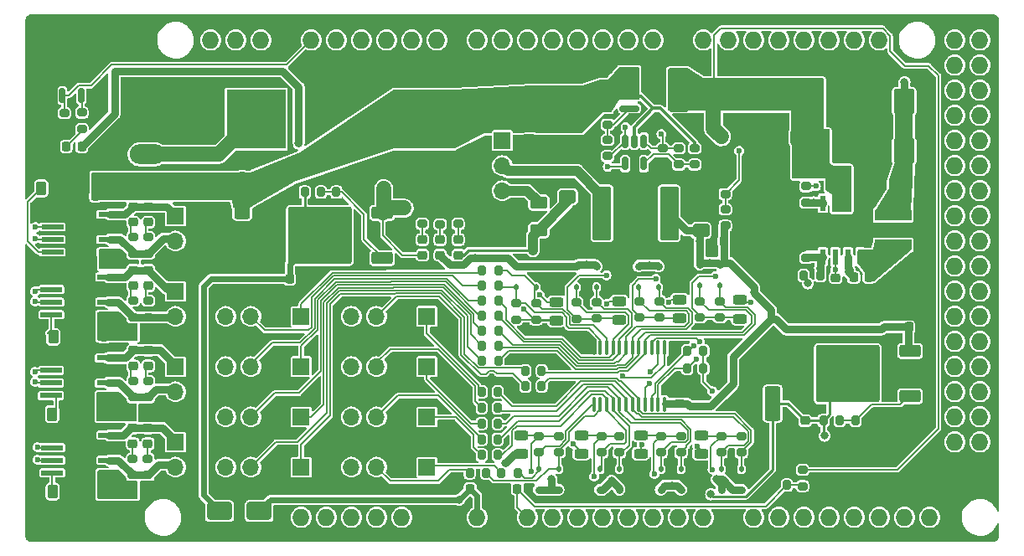
<source format=gbr>
%TF.GenerationSoftware,KiCad,Pcbnew,7.0.2*%
%TF.CreationDate,2023-09-29T20:53:44+02:00*%
%TF.ProjectId,RocciBoard,526f6363-6942-46f6-9172-642e6b696361,rev?*%
%TF.SameCoordinates,Original*%
%TF.FileFunction,Copper,L1,Top*%
%TF.FilePolarity,Positive*%
%FSLAX46Y46*%
G04 Gerber Fmt 4.6, Leading zero omitted, Abs format (unit mm)*
G04 Created by KiCad (PCBNEW 7.0.2) date 2023-09-29 20:53:44*
%MOMM*%
%LPD*%
G01*
G04 APERTURE LIST*
G04 Aperture macros list*
%AMRoundRect*
0 Rectangle with rounded corners*
0 $1 Rounding radius*
0 $2 $3 $4 $5 $6 $7 $8 $9 X,Y pos of 4 corners*
0 Add a 4 corners polygon primitive as box body*
4,1,4,$2,$3,$4,$5,$6,$7,$8,$9,$2,$3,0*
0 Add four circle primitives for the rounded corners*
1,1,$1+$1,$2,$3*
1,1,$1+$1,$4,$5*
1,1,$1+$1,$6,$7*
1,1,$1+$1,$8,$9*
0 Add four rect primitives between the rounded corners*
20,1,$1+$1,$2,$3,$4,$5,0*
20,1,$1+$1,$4,$5,$6,$7,0*
20,1,$1+$1,$6,$7,$8,$9,0*
20,1,$1+$1,$8,$9,$2,$3,0*%
G04 Aperture macros list end*
%TA.AperFunction,SMDPad,CuDef*%
%ADD10RoundRect,0.250000X1.000000X0.650000X-1.000000X0.650000X-1.000000X-0.650000X1.000000X-0.650000X0*%
%TD*%
%TA.AperFunction,SMDPad,CuDef*%
%ADD11RoundRect,0.250000X0.850000X0.350000X-0.850000X0.350000X-0.850000X-0.350000X0.850000X-0.350000X0*%
%TD*%
%TA.AperFunction,SMDPad,CuDef*%
%ADD12RoundRect,0.250000X1.275000X1.125000X-1.275000X1.125000X-1.275000X-1.125000X1.275000X-1.125000X0*%
%TD*%
%TA.AperFunction,SMDPad,CuDef*%
%ADD13RoundRect,0.249997X2.950003X2.650003X-2.950003X2.650003X-2.950003X-2.650003X2.950003X-2.650003X0*%
%TD*%
%TA.AperFunction,SMDPad,CuDef*%
%ADD14RoundRect,0.225000X-0.250000X0.225000X-0.250000X-0.225000X0.250000X-0.225000X0.250000X0.225000X0*%
%TD*%
%TA.AperFunction,SMDPad,CuDef*%
%ADD15RoundRect,0.225000X-0.225000X-0.250000X0.225000X-0.250000X0.225000X0.250000X-0.225000X0.250000X0*%
%TD*%
%TA.AperFunction,SMDPad,CuDef*%
%ADD16RoundRect,0.112500X-0.112500X0.187500X-0.112500X-0.187500X0.112500X-0.187500X0.112500X0.187500X0*%
%TD*%
%TA.AperFunction,SMDPad,CuDef*%
%ADD17RoundRect,0.200000X0.275000X-0.200000X0.275000X0.200000X-0.275000X0.200000X-0.275000X-0.200000X0*%
%TD*%
%TA.AperFunction,SMDPad,CuDef*%
%ADD18R,3.700000X1.100000*%
%TD*%
%TA.AperFunction,SMDPad,CuDef*%
%ADD19RoundRect,0.250000X0.787500X1.025000X-0.787500X1.025000X-0.787500X-1.025000X0.787500X-1.025000X0*%
%TD*%
%TA.AperFunction,SMDPad,CuDef*%
%ADD20RoundRect,0.100000X-0.100000X0.637500X-0.100000X-0.637500X0.100000X-0.637500X0.100000X0.637500X0*%
%TD*%
%TA.AperFunction,ComponentPad*%
%ADD21R,1.700000X1.700000*%
%TD*%
%TA.AperFunction,ComponentPad*%
%ADD22O,1.700000X1.700000*%
%TD*%
%TA.AperFunction,SMDPad,CuDef*%
%ADD23RoundRect,0.200000X0.200000X0.275000X-0.200000X0.275000X-0.200000X-0.275000X0.200000X-0.275000X0*%
%TD*%
%TA.AperFunction,SMDPad,CuDef*%
%ADD24RoundRect,0.150000X0.150000X-0.512500X0.150000X0.512500X-0.150000X0.512500X-0.150000X-0.512500X0*%
%TD*%
%TA.AperFunction,SMDPad,CuDef*%
%ADD25RoundRect,0.112500X0.112500X-0.187500X0.112500X0.187500X-0.112500X0.187500X-0.112500X-0.187500X0*%
%TD*%
%TA.AperFunction,SMDPad,CuDef*%
%ADD26RoundRect,0.200000X-0.275000X0.200000X-0.275000X-0.200000X0.275000X-0.200000X0.275000X0.200000X0*%
%TD*%
%TA.AperFunction,SMDPad,CuDef*%
%ADD27RoundRect,0.250000X-0.550000X1.500000X-0.550000X-1.500000X0.550000X-1.500000X0.550000X1.500000X0*%
%TD*%
%TA.AperFunction,SMDPad,CuDef*%
%ADD28RoundRect,0.218750X0.256250X-0.218750X0.256250X0.218750X-0.256250X0.218750X-0.256250X-0.218750X0*%
%TD*%
%TA.AperFunction,SMDPad,CuDef*%
%ADD29RoundRect,0.218750X-0.256250X0.218750X-0.256250X-0.218750X0.256250X-0.218750X0.256250X0.218750X0*%
%TD*%
%TA.AperFunction,SMDPad,CuDef*%
%ADD30RoundRect,0.200000X-0.200000X-0.275000X0.200000X-0.275000X0.200000X0.275000X-0.200000X0.275000X0*%
%TD*%
%TA.AperFunction,SMDPad,CuDef*%
%ADD31RoundRect,0.250000X0.712500X2.475000X-0.712500X2.475000X-0.712500X-2.475000X0.712500X-2.475000X0*%
%TD*%
%TA.AperFunction,SMDPad,CuDef*%
%ADD32RoundRect,0.250000X-0.262500X-0.450000X0.262500X-0.450000X0.262500X0.450000X-0.262500X0.450000X0*%
%TD*%
%TA.AperFunction,SMDPad,CuDef*%
%ADD33RoundRect,0.243750X-0.456250X0.243750X-0.456250X-0.243750X0.456250X-0.243750X0.456250X0.243750X0*%
%TD*%
%TA.AperFunction,SMDPad,CuDef*%
%ADD34RoundRect,0.218750X-0.218750X-0.256250X0.218750X-0.256250X0.218750X0.256250X-0.218750X0.256250X0*%
%TD*%
%TA.AperFunction,ComponentPad*%
%ADD35RoundRect,0.250000X-1.550000X0.750000X-1.550000X-0.750000X1.550000X-0.750000X1.550000X0.750000X0*%
%TD*%
%TA.AperFunction,ComponentPad*%
%ADD36O,3.600000X2.000000*%
%TD*%
%TA.AperFunction,SMDPad,CuDef*%
%ADD37RoundRect,0.243750X0.456250X-0.243750X0.456250X0.243750X-0.456250X0.243750X-0.456250X-0.243750X0*%
%TD*%
%TA.AperFunction,SMDPad,CuDef*%
%ADD38RoundRect,0.225000X0.250000X-0.225000X0.250000X0.225000X-0.250000X0.225000X-0.250000X-0.225000X0*%
%TD*%
%TA.AperFunction,SMDPad,CuDef*%
%ADD39RoundRect,0.250000X-0.600000X0.400000X-0.600000X-0.400000X0.600000X-0.400000X0.600000X0.400000X0*%
%TD*%
%TA.AperFunction,SMDPad,CuDef*%
%ADD40RoundRect,0.225000X0.225000X0.250000X-0.225000X0.250000X-0.225000X-0.250000X0.225000X-0.250000X0*%
%TD*%
%TA.AperFunction,SMDPad,CuDef*%
%ADD41R,1.400000X1.270000*%
%TD*%
%TA.AperFunction,SMDPad,CuDef*%
%ADD42R,4.800000X4.720000*%
%TD*%
%TA.AperFunction,SMDPad,CuDef*%
%ADD43RoundRect,0.250000X0.600000X-0.400000X0.600000X0.400000X-0.600000X0.400000X-0.600000X-0.400000X0*%
%TD*%
%TA.AperFunction,SMDPad,CuDef*%
%ADD44R,2.200000X0.500000*%
%TD*%
%TA.AperFunction,ComponentPad*%
%ADD45C,0.630000*%
%TD*%
%TA.AperFunction,SMDPad,CuDef*%
%ADD46R,2.950000X4.900000*%
%TD*%
%TA.AperFunction,SMDPad,CuDef*%
%ADD47RoundRect,0.150000X-0.825000X-0.150000X0.825000X-0.150000X0.825000X0.150000X-0.825000X0.150000X0*%
%TD*%
%TA.AperFunction,SMDPad,CuDef*%
%ADD48RoundRect,0.250000X0.625000X-0.375000X0.625000X0.375000X-0.625000X0.375000X-0.625000X-0.375000X0*%
%TD*%
%TA.AperFunction,SMDPad,CuDef*%
%ADD49RoundRect,0.250000X0.550000X-1.500000X0.550000X1.500000X-0.550000X1.500000X-0.550000X-1.500000X0*%
%TD*%
%TA.AperFunction,SMDPad,CuDef*%
%ADD50RoundRect,0.250000X1.500000X0.550000X-1.500000X0.550000X-1.500000X-0.550000X1.500000X-0.550000X0*%
%TD*%
%TA.AperFunction,SMDPad,CuDef*%
%ADD51RoundRect,0.150000X0.150000X-0.587500X0.150000X0.587500X-0.150000X0.587500X-0.150000X-0.587500X0*%
%TD*%
%TA.AperFunction,SMDPad,CuDef*%
%ADD52R,6.000000X6.000000*%
%TD*%
%TA.AperFunction,ComponentPad*%
%ADD53O,1.727200X1.727200*%
%TD*%
%TA.AperFunction,ComponentPad*%
%ADD54R,1.727200X1.727200*%
%TD*%
%TA.AperFunction,SMDPad,CuDef*%
%ADD55R,0.600000X1.550000*%
%TD*%
%TA.AperFunction,ComponentPad*%
%ADD56C,0.600000*%
%TD*%
%TA.AperFunction,SMDPad,CuDef*%
%ADD57R,4.900000X2.950000*%
%TD*%
%TA.AperFunction,ViaPad*%
%ADD58C,0.800000*%
%TD*%
%TA.AperFunction,ViaPad*%
%ADD59C,0.600000*%
%TD*%
%TA.AperFunction,Conductor*%
%ADD60C,0.600000*%
%TD*%
%TA.AperFunction,Conductor*%
%ADD61C,0.300000*%
%TD*%
%TA.AperFunction,Conductor*%
%ADD62C,1.500000*%
%TD*%
%TA.AperFunction,Conductor*%
%ADD63C,0.250000*%
%TD*%
%TA.AperFunction,Conductor*%
%ADD64C,0.800000*%
%TD*%
%TA.AperFunction,Conductor*%
%ADD65C,0.150000*%
%TD*%
%TA.AperFunction,Conductor*%
%ADD66C,1.000000*%
%TD*%
G04 APERTURE END LIST*
D10*
%TO.P,D3,1,K*%
%TO.N,+8V*%
X143573000Y-127889000D03*
%TO.P,D3,2,A*%
%TO.N,/_8V*%
X139573000Y-127889000D03*
%TD*%
D11*
%TO.P,U2,1,ADJ*%
%TO.N,Net-(U2-ADJ)*%
X209348000Y-116279000D03*
D12*
%TO.P,U2,2,VO*%
%TO.N,+3V3*%
X204723000Y-115524000D03*
X204723000Y-112474000D03*
D13*
X203048000Y-113999000D03*
D12*
X201373000Y-115524000D03*
X201373000Y-112474000D03*
D11*
%TO.P,U2,3,VI*%
%TO.N,+5V*%
X209348000Y-111719000D03*
%TD*%
D14*
%TO.P,C7,1*%
%TO.N,Net-(U1-VCC)*%
X201834000Y-104295000D03*
%TO.P,C7,2*%
%TO.N,GND*%
X201834000Y-105845000D03*
%TD*%
D15*
%TO.P,C19,1*%
%TO.N,GND*%
X168103000Y-125624000D03*
%TO.P,C19,2*%
%TO.N,ADC_BAT*%
X169653000Y-125624000D03*
%TD*%
D16*
%TO.P,D11,1,K*%
%TO.N,+5V*%
X169544500Y-103154500D03*
%TO.P,D11,2,A*%
%TO.N,Net-(D11-A)*%
X169544500Y-105254500D03*
%TD*%
D17*
%TO.P,R59,1*%
%TO.N,/PM2_1*%
X130850000Y-108281000D03*
%TO.P,R59,2*%
%TO.N,Net-(D29-A)*%
X130850000Y-106631000D03*
%TD*%
D18*
%TO.P,L1,1,1*%
%TO.N,/SW*%
X207634000Y-100970000D03*
%TO.P,L1,2,2*%
%TO.N,+5V*%
X207634000Y-97970000D03*
%TD*%
D19*
%TO.P,C4,1*%
%TO.N,+5V*%
X208746500Y-86470000D03*
%TO.P,C4,2*%
%TO.N,GND*%
X202521500Y-86470000D03*
%TD*%
D20*
%TO.P,U5,1,A0*%
%TO.N,/A0*%
X184549500Y-111371000D03*
%TO.P,U5,2,A1*%
%TO.N,/A1*%
X183899500Y-111371000D03*
%TO.P,U5,3,~{RESET}*%
%TO.N,I2C_RESET*%
X183249500Y-111371000D03*
%TO.P,U5,4,SD0*%
%TO.N,Net-(D2-A)*%
X182599500Y-111371000D03*
%TO.P,U5,5,SC0*%
%TO.N,Net-(D1-A)*%
X181949500Y-111371000D03*
%TO.P,U5,6,SD1*%
%TO.N,Net-(D5-A)*%
X181299500Y-111371000D03*
%TO.P,U5,7,SC1*%
%TO.N,Net-(D4-A)*%
X180649500Y-111371000D03*
%TO.P,U5,8,SD2*%
%TO.N,Net-(D10-A)*%
X179999500Y-111371000D03*
%TO.P,U5,9,SC2*%
%TO.N,Net-(D9-A)*%
X179349500Y-111371000D03*
%TO.P,U5,10,SD3*%
%TO.N,Net-(D12-A)*%
X178699500Y-111371000D03*
%TO.P,U5,11,SC3*%
%TO.N,Net-(D11-A)*%
X178049500Y-111371000D03*
%TO.P,U5,12,GND*%
%TO.N,GND*%
X177399500Y-111371000D03*
%TO.P,U5,13,SD4*%
%TO.N,Net-(D16-A)*%
X177399500Y-117096000D03*
%TO.P,U5,14,SC4*%
%TO.N,Net-(D15-A)*%
X178049500Y-117096000D03*
%TO.P,U5,15,SD5*%
%TO.N,Net-(D21-A)*%
X178699500Y-117096000D03*
%TO.P,U5,16,SC5*%
%TO.N,Net-(D20-A)*%
X179349500Y-117096000D03*
%TO.P,U5,17,SD6*%
%TO.N,Net-(D25-A)*%
X179999500Y-117096000D03*
%TO.P,U5,18,SC6*%
%TO.N,Net-(D24-A)*%
X180649500Y-117096000D03*
%TO.P,U5,19,SD7*%
%TO.N,Net-(D31-A)*%
X181299500Y-117096000D03*
%TO.P,U5,20,SC7*%
%TO.N,Net-(D30-A)*%
X181949500Y-117096000D03*
%TO.P,U5,21,A2*%
%TO.N,/A2*%
X182599500Y-117096000D03*
%TO.P,U5,22,SCL*%
%TO.N,I2C_SCL*%
X183249500Y-117096000D03*
%TO.P,U5,23,SDA*%
%TO.N,I2C_SDA*%
X183899500Y-117096000D03*
%TO.P,U5,24,VCC*%
%TO.N,+5V*%
X184549500Y-117096000D03*
%TD*%
D21*
%TO.P,J13,1,Pin_1*%
%TO.N,/PM2_2*%
X135128000Y-105674000D03*
D22*
%TO.P,J13,2,Pin_2*%
%TO.N,/PM2_1*%
X135128000Y-108214000D03*
%TD*%
D23*
%TO.P,R34,1*%
%TO.N,Net-(D12-A)*%
X167749500Y-103548500D03*
%TO.P,R34,2*%
%TO.N,Net-(J5-Pin_1)*%
X166099500Y-103548500D03*
%TD*%
%TO.P,R3,1*%
%TO.N,Net-(D1-A)*%
X167749500Y-112692500D03*
%TO.P,R3,2*%
%TO.N,Net-(J2-Pin_3)*%
X166099500Y-112692500D03*
%TD*%
D14*
%TO.P,C10,1*%
%TO.N,+3V3*%
X198728000Y-118749000D03*
%TO.P,C10,2*%
%TO.N,GND*%
X198728000Y-120299000D03*
%TD*%
D24*
%TO.P,U4,1,OUTA*%
%TO.N,Net-(U4-OUTA)*%
X180558000Y-92760000D03*
%TO.P,U4,2,GND*%
%TO.N,GND*%
X181508000Y-92760000D03*
%TO.P,U4,3,INA+*%
%TO.N,Net-(U4-INA+)*%
X182458000Y-92760000D03*
%TO.P,U4,4,INB-*%
%TO.N,Net-(U4-INB-)*%
X182458000Y-90485000D03*
%TO.P,U4,5,VDD*%
%TO.N,+12V*%
X181508000Y-90485000D03*
%TO.P,U4,6,OUTB*%
%TO.N,Net-(U4-OUTB)*%
X180558000Y-90485000D03*
%TD*%
D25*
%TO.P,D25,1,K*%
%TO.N,+5V*%
X184164000Y-125716000D03*
%TO.P,D25,2,A*%
%TO.N,Net-(D25-A)*%
X184164000Y-123616000D03*
%TD*%
D26*
%TO.P,R62,1*%
%TO.N,Net-(JP11-C)*%
X192292000Y-120319000D03*
%TO.P,R62,2*%
%TO.N,Net-(D30-A)*%
X192292000Y-121969000D03*
%TD*%
D23*
%TO.P,R50,1*%
%TO.N,Net-(D21-A)*%
X167703000Y-122224000D03*
%TO.P,R50,2*%
%TO.N,Net-(J9-Pin_1)*%
X166053000Y-122224000D03*
%TD*%
D17*
%TO.P,R22,1*%
%TO.N,Net-(JP3-C)*%
X177672500Y-108410000D03*
%TO.P,R22,2*%
%TO.N,Net-(D10-A)*%
X177672500Y-106760000D03*
%TD*%
D27*
%TO.P,C14,1*%
%TO.N,+12V*%
X141884400Y-96614000D03*
%TO.P,C14,2*%
%TO.N,GND*%
X141884400Y-102014000D03*
%TD*%
D28*
%TO.P,D18,1,K*%
%TO.N,Net-(D18-K)*%
X132374000Y-113211500D03*
%TO.P,D18,2,A*%
%TO.N,/PM1_2*%
X132374000Y-111636500D03*
%TD*%
D21*
%TO.P,J10,1,Pin_1*%
%TO.N,/PM3_2*%
X135128000Y-98054000D03*
D22*
%TO.P,J10,2,Pin_2*%
%TO.N,/PM3_1*%
X135128000Y-100594000D03*
%TD*%
D17*
%TO.P,R7,1*%
%TO.N,/FB*%
X198834000Y-102295000D03*
%TO.P,R7,2*%
%TO.N,GND*%
X198834000Y-100645000D03*
%TD*%
D29*
%TO.P,D23,1,K*%
%TO.N,/PM3_2*%
X130850000Y-97100000D03*
%TO.P,D23,2,A*%
%TO.N,Net-(D23-A)*%
X130850000Y-98675000D03*
%TD*%
%TO.P,D6,1,K*%
%TO.N,Net-(D6-K)*%
X160078000Y-100436500D03*
%TO.P,D6,2,A*%
%TO.N,+12VA*%
X160078000Y-102011500D03*
%TD*%
D30*
%TO.P,R5,1*%
%TO.N,+5V*%
X198609000Y-104070000D03*
%TO.P,R5,2*%
%TO.N,/FB*%
X200259000Y-104070000D03*
%TD*%
D26*
%TO.P,R6,1*%
%TO.N,Net-(U1-VCC)*%
X198834000Y-95045000D03*
%TO.P,R6,2*%
%TO.N,/PG*%
X198834000Y-96695000D03*
%TD*%
D15*
%TO.P,C3,1*%
%TO.N,/Boot*%
X203659000Y-104270000D03*
%TO.P,C3,2*%
%TO.N,/SW*%
X205209000Y-104270000D03*
%TD*%
D31*
%TO.P,F9,1*%
%TO.N,+5V*%
X185003000Y-97774000D03*
%TO.P,F9,2*%
%TO.N,Net-(J12-Pin_2)*%
X178228000Y-97774000D03*
%TD*%
D21*
%TO.P,J3,1,Pin_1*%
%TO.N,Net-(J3-Pin_1)*%
X147828000Y-118374000D03*
D22*
%TO.P,J3,2,Pin_2*%
%TO.N,GND*%
X145288000Y-118374000D03*
%TO.P,J3,3,Pin_3*%
%TO.N,Net-(J3-Pin_3)*%
X142748000Y-118374000D03*
%TO.P,J3,4,Pin_4*%
%TO.N,/VCC_I2C1*%
X140208000Y-118374000D03*
%TD*%
D32*
%TO.P,R45,1*%
%TO.N,Net-(U7-ILIM)*%
X122659000Y-118086500D03*
%TO.P,R45,2*%
%TO.N,GND*%
X124484000Y-118086500D03*
%TD*%
D17*
%TO.P,R11,1*%
%TO.N,Net-(JP2-C)*%
X181990500Y-108317500D03*
%TO.P,R11,2*%
%TO.N,Net-(D4-A)*%
X181990500Y-106667500D03*
%TD*%
D25*
%TO.P,D30,1,K*%
%TO.N,+5V*%
X192292000Y-125716000D03*
%TO.P,D30,2,A*%
%TO.N,Net-(D30-A)*%
X192292000Y-123616000D03*
%TD*%
D16*
%TO.P,D9,1,K*%
%TO.N,+5V*%
X175640500Y-103154500D03*
%TO.P,D9,2,A*%
%TO.N,Net-(D9-A)*%
X175640500Y-105254500D03*
%TD*%
D15*
%TO.P,C20,1*%
%TO.N,+8V*%
X164903000Y-125624000D03*
%TO.P,C20,2*%
%TO.N,GND*%
X166453000Y-125624000D03*
%TD*%
D33*
%TO.P,F7,1*%
%TO.N,Net-(JP9-C)*%
X176148500Y-120206500D03*
%TO.P,F7,2*%
%TO.N,/VCC_I2C5*%
X176148500Y-122081500D03*
%TD*%
D34*
%TO.P,D17,1,K*%
%TO.N,Net-(D17-K)*%
X124090500Y-91024000D03*
%TO.P,D17,2,A*%
%TO.N,+5V*%
X125665500Y-91024000D03*
%TD*%
D29*
%TO.P,D19,1,K*%
%TO.N,/PM1_2*%
X130850000Y-111636500D03*
%TO.P,D19,2,A*%
%TO.N,Net-(D19-A)*%
X130850000Y-113211500D03*
%TD*%
D26*
%TO.P,R29,1*%
%TO.N,+12VA*%
X198478000Y-123719000D03*
%TO.P,R29,2*%
%TO.N,ADC_BAT*%
X198478000Y-125369000D03*
%TD*%
D32*
%TO.P,R37,1*%
%TO.N,Net-(U6-ILIM)*%
X122715500Y-125904000D03*
%TO.P,R37,2*%
%TO.N,GND*%
X124540500Y-125904000D03*
%TD*%
D28*
%TO.P,D28,1,K*%
%TO.N,Net-(D28-K)*%
X132374000Y-105107000D03*
%TO.P,D28,2,A*%
%TO.N,/PM2_2*%
X132374000Y-103532000D03*
%TD*%
D32*
%TO.P,R60,1*%
%TO.N,Net-(U9-ILIM)*%
X122777000Y-110269500D03*
%TO.P,R60,2*%
%TO.N,GND*%
X124602000Y-110269500D03*
%TD*%
D29*
%TO.P,D14,1,K*%
%TO.N,/PM0_2*%
X130810000Y-119500000D03*
%TO.P,D14,2,A*%
%TO.N,Net-(D14-A)*%
X130810000Y-121075000D03*
%TD*%
D23*
%TO.P,R27,1*%
%TO.N,Net-(D9-A)*%
X167749500Y-106596500D03*
%TO.P,R27,2*%
%TO.N,Net-(J4-Pin_3)*%
X166099500Y-106596500D03*
%TD*%
D35*
%TO.P,J1,1,Pin_1*%
%TO.N,GND*%
X132278000Y-86824000D03*
D36*
%TO.P,J1,2,Pin_2*%
%TO.N,/12V_input*%
X132278000Y-91824000D03*
%TD*%
D23*
%TO.P,R33,1*%
%TO.N,Net-(D11-A)*%
X167749500Y-105072500D03*
%TO.P,R33,2*%
%TO.N,Net-(J5-Pin_3)*%
X166099500Y-105072500D03*
%TD*%
D16*
%TO.P,D10,1,K*%
%TO.N,+5V*%
X177672500Y-103154500D03*
%TO.P,D10,2,A*%
%TO.N,Net-(D10-A)*%
X177672500Y-105254500D03*
%TD*%
D29*
%TO.P,D7,1,K*%
%TO.N,Net-(D7-K)*%
X161878000Y-100436500D03*
%TO.P,D7,2,A*%
%TO.N,+5V*%
X161878000Y-102011500D03*
%TD*%
D16*
%TO.P,D1,1,K*%
%TO.N,+5V*%
X188086500Y-102954500D03*
%TO.P,D1,2,A*%
%TO.N,Net-(D1-A)*%
X188086500Y-105054500D03*
%TD*%
D17*
%TO.P,R35,1*%
%TO.N,/PM0_1*%
X132334000Y-124249000D03*
%TO.P,R35,2*%
%TO.N,Net-(D13-K)*%
X132334000Y-122599000D03*
%TD*%
D14*
%TO.P,C22,1*%
%TO.N,+12VA*%
X190278000Y-90049000D03*
%TO.P,C22,2*%
%TO.N,GND*%
X190278000Y-91599000D03*
%TD*%
D17*
%TO.P,R2,1*%
%TO.N,Net-(JP1-C)*%
X188086500Y-108317500D03*
%TO.P,R2,2*%
%TO.N,Net-(D1-A)*%
X188086500Y-106667500D03*
%TD*%
D26*
%TO.P,R46,1*%
%TO.N,Net-(JP9-C)*%
X178180500Y-120319000D03*
%TO.P,R46,2*%
%TO.N,Net-(D21-A)*%
X178180500Y-121969000D03*
%TD*%
D17*
%TO.P,R65,1*%
%TO.N,Net-(U4-OUTB)*%
X178780000Y-92002500D03*
%TO.P,R65,2*%
%TO.N,Net-(Q1-G)*%
X178780000Y-90352500D03*
%TD*%
D21*
%TO.P,J8,1,Pin_1*%
%TO.N,/PM1_2*%
X135128000Y-113294000D03*
D22*
%TO.P,J8,2,Pin_2*%
%TO.N,/PM1_1*%
X135128000Y-115834000D03*
%TD*%
D23*
%TO.P,R57,1*%
%TO.N,Net-(D25-A)*%
X167703000Y-119024000D03*
%TO.P,R57,2*%
%TO.N,Net-(J11-Pin_1)*%
X166053000Y-119024000D03*
%TD*%
D29*
%TO.P,D8,1,K*%
%TO.N,Net-(D8-K)*%
X163678000Y-100436500D03*
%TO.P,D8,2,A*%
%TO.N,+3V3*%
X163678000Y-102011500D03*
%TD*%
D26*
%TO.P,R13,1*%
%TO.N,+12V*%
X187568000Y-91199000D03*
%TO.P,R13,2*%
%TO.N,Net-(U4-INA+)*%
X187568000Y-92849000D03*
%TD*%
D37*
%TO.P,F5,1*%
%TO.N,Net-(JP4-C)*%
X173608500Y-108630000D03*
%TO.P,F5,2*%
%TO.N,/VCC_I2C3*%
X173608500Y-106755000D03*
%TD*%
D26*
%TO.P,R67,1*%
%TO.N,GND*%
X190678000Y-94174000D03*
%TO.P,R67,2*%
%TO.N,Net-(U10-ADJ)*%
X190678000Y-95824000D03*
%TD*%
D23*
%TO.P,R24,1*%
%TO.N,GND*%
X205477500Y-118744000D03*
%TO.P,R24,2*%
%TO.N,Net-(U2-ADJ)*%
X203827500Y-118744000D03*
%TD*%
D17*
%TO.P,R51,1*%
%TO.N,/PM3_1*%
X132374000Y-101849000D03*
%TO.P,R51,2*%
%TO.N,Net-(D22-K)*%
X132374000Y-100199000D03*
%TD*%
D21*
%TO.P,J4,1,Pin_1*%
%TO.N,Net-(J4-Pin_1)*%
X147828000Y-113278000D03*
D22*
%TO.P,J4,2,Pin_2*%
%TO.N,GND*%
X145288000Y-113278000D03*
%TO.P,J4,3,Pin_3*%
%TO.N,Net-(J4-Pin_3)*%
X142748000Y-113278000D03*
%TO.P,J4,4,Pin_4*%
%TO.N,/VCC_I2C2*%
X140208000Y-113278000D03*
%TD*%
D32*
%TO.P,R53,1*%
%TO.N,Net-(U8-ILIM)*%
X121555500Y-95264000D03*
%TO.P,R53,2*%
%TO.N,GND*%
X123380500Y-95264000D03*
%TD*%
D28*
%TO.P,D22,1,K*%
%TO.N,Net-(D22-K)*%
X132374000Y-98675000D03*
%TO.P,D22,2,A*%
%TO.N,/PM3_2*%
X132374000Y-97100000D03*
%TD*%
D17*
%TO.P,R58,1*%
%TO.N,/PM2_1*%
X132374000Y-108281000D03*
%TO.P,R58,2*%
%TO.N,Net-(D28-K)*%
X132374000Y-106631000D03*
%TD*%
D38*
%TO.P,C6,1*%
%TO.N,+5V*%
X186054500Y-117053500D03*
%TO.P,C6,2*%
%TO.N,GND*%
X186054500Y-115503500D03*
%TD*%
D39*
%TO.P,D26,1,K*%
%TO.N,+3V3*%
X174752000Y-96092000D03*
%TO.P,D26,2,A*%
%TO.N,GND*%
X174752000Y-99592000D03*
%TD*%
D17*
%TO.P,R43,1*%
%TO.N,/PM1_1*%
X132374000Y-116385500D03*
%TO.P,R43,2*%
%TO.N,Net-(D18-K)*%
X132374000Y-114735500D03*
%TD*%
D26*
%TO.P,R26,1*%
%TO.N,Net-(U4-INB-)*%
X184368000Y-91199000D03*
%TO.P,R26,2*%
%TO.N,GND*%
X184368000Y-92849000D03*
%TD*%
D40*
%TO.P,C15,1*%
%TO.N,+12V*%
X127915000Y-125904000D03*
%TO.P,C15,2*%
%TO.N,GND*%
X126365000Y-125904000D03*
%TD*%
D33*
%TO.P,F8,1*%
%TO.N,Net-(JP10-C)*%
X182132000Y-120206500D03*
%TO.P,F8,2*%
%TO.N,/VCC_I2C6*%
X182132000Y-122081500D03*
%TD*%
D23*
%TO.P,R32,1*%
%TO.N,ADC_BAT*%
X196877500Y-125275000D03*
%TO.P,R32,2*%
%TO.N,GND*%
X195227500Y-125275000D03*
%TD*%
%TO.P,R56,1*%
%TO.N,Net-(D24-A)*%
X167703000Y-117424000D03*
%TO.P,R56,2*%
%TO.N,Net-(J11-Pin_3)*%
X166053000Y-117424000D03*
%TD*%
D21*
%TO.P,J14,1,Pin_1*%
%TO.N,Net-(J14-Pin_1)*%
X160514000Y-108198000D03*
D22*
%TO.P,J14,2,Pin_2*%
%TO.N,GND*%
X157974000Y-108198000D03*
%TO.P,J14,3,Pin_3*%
%TO.N,Net-(J14-Pin_3)*%
X155434000Y-108198000D03*
%TO.P,J14,4,Pin_4*%
%TO.N,/VCC_I2C7*%
X152894000Y-108198000D03*
%TD*%
D16*
%TO.P,D4,1,K*%
%TO.N,+5V*%
X181944500Y-103154500D03*
%TO.P,D4,2,A*%
%TO.N,Net-(D4-A)*%
X181944500Y-105254500D03*
%TD*%
D25*
%TO.P,D31,1,K*%
%TO.N,+5V*%
X190260000Y-125716000D03*
%TO.P,D31,2,A*%
%TO.N,Net-(D31-A)*%
X190260000Y-123616000D03*
%TD*%
D17*
%TO.P,R36,1*%
%TO.N,/PM0_1*%
X130810000Y-124249000D03*
%TO.P,R36,2*%
%TO.N,Net-(D14-A)*%
X130810000Y-122599000D03*
%TD*%
%TO.P,R42,1*%
%TO.N,Net-(D17-K)*%
X125665500Y-89246000D03*
%TO.P,R42,2*%
%TO.N,Net-(Q2-S)*%
X125665500Y-87596000D03*
%TD*%
D41*
%TO.P,D32,1,A*%
%TO.N,GND*%
X172823000Y-83468000D03*
%TO.P,D32,2,A*%
X174903000Y-83468000D03*
D42*
%TO.P,D32,3,K*%
%TO.N,+12V*%
X173863000Y-87273000D03*
%TD*%
D26*
%TO.P,R66,1*%
%TO.N,Net-(U10-ADJ)*%
X190678000Y-97374000D03*
%TO.P,R66,2*%
%TO.N,+5V*%
X190678000Y-99024000D03*
%TD*%
D40*
%TO.P,C21,1*%
%TO.N,+5V*%
X207609000Y-94870000D03*
%TO.P,C21,2*%
%TO.N,GND*%
X206059000Y-94870000D03*
%TD*%
D37*
%TO.P,F1,1*%
%TO.N,Net-(JP1-C)*%
X192150500Y-108430000D03*
%TO.P,F1,2*%
%TO.N,/VCC_I2C0*%
X192150500Y-106555000D03*
%TD*%
D43*
%TO.P,D27,1,K*%
%TO.N,+5V*%
X188228000Y-99524000D03*
%TO.P,D27,2,A*%
%TO.N,GND*%
X188228000Y-96024000D03*
%TD*%
D23*
%TO.P,R9,1*%
%TO.N,IOREF*%
X188466500Y-111693500D03*
%TO.P,R9,2*%
%TO.N,I2C_SCL*%
X186816500Y-111693500D03*
%TD*%
D40*
%TO.P,C17,1*%
%TO.N,+12V*%
X127053000Y-96026000D03*
%TO.P,C17,2*%
%TO.N,GND*%
X125503000Y-96026000D03*
%TD*%
D11*
%TO.P,U3,1,ADJ*%
%TO.N,Net-(U3-ADJ)*%
X156008000Y-102304000D03*
D12*
%TO.P,U3,2,VO*%
%TO.N,/_8V*%
X151383000Y-101549000D03*
X151383000Y-98499000D03*
D13*
X149708000Y-100024000D03*
D12*
X148033000Y-101549000D03*
X148033000Y-98499000D03*
D11*
%TO.P,U3,3,VI*%
%TO.N,+12VA*%
X156008000Y-97744000D03*
%TD*%
D17*
%TO.P,R16,1*%
%TO.N,Net-(D6-K)*%
X160078000Y-98849000D03*
%TO.P,R16,2*%
%TO.N,GND*%
X160078000Y-97199000D03*
%TD*%
D21*
%TO.P,J2,1,Pin_1*%
%TO.N,Net-(J2-Pin_1)*%
X147828000Y-123454000D03*
D22*
%TO.P,J2,2,Pin_2*%
%TO.N,GND*%
X145288000Y-123454000D03*
%TO.P,J2,3,Pin_3*%
%TO.N,Net-(J2-Pin_3)*%
X142748000Y-123454000D03*
%TO.P,J2,4,Pin_4*%
%TO.N,/VCC_I2C0*%
X140208000Y-123454000D03*
%TD*%
D16*
%TO.P,D12,1,K*%
%TO.N,+5V*%
X171576500Y-103154500D03*
%TO.P,D12,2,A*%
%TO.N,Net-(D12-A)*%
X171576500Y-105254500D03*
%TD*%
D44*
%TO.P,U9,1,GND*%
%TO.N,GND*%
X122581000Y-104216500D03*
%TO.P,U9,2,IN2*%
%TO.N,M2_IN2*%
X122581000Y-105486500D03*
%TO.P,U9,3,IN1*%
%TO.N,M2_IN1*%
X122581000Y-106756500D03*
%TO.P,U9,4,ILIM*%
%TO.N,Net-(U9-ILIM)*%
X122581000Y-108026500D03*
%TO.P,U9,5,VM*%
%TO.N,+12V*%
X128331000Y-108026500D03*
%TO.P,U9,6,OUT1*%
%TO.N,/PM2_1*%
X128331000Y-106756500D03*
%TO.P,U9,7,GND*%
%TO.N,GND*%
X128331000Y-105486500D03*
%TO.P,U9,8,OUT2*%
%TO.N,/PM2_2*%
X128331000Y-104216500D03*
D45*
%TO.P,U9,9,GND*%
%TO.N,GND*%
X124806000Y-104821500D03*
X124806000Y-106121500D03*
X124806000Y-107421500D03*
D46*
X125456000Y-106121500D03*
D45*
X126106000Y-104821500D03*
X126106000Y-106121500D03*
X126106000Y-107421500D03*
%TD*%
D44*
%TO.P,U7,1,GND*%
%TO.N,GND*%
X122529000Y-112401500D03*
%TO.P,U7,2,IN2*%
%TO.N,M1_IN2*%
X122529000Y-113671500D03*
%TO.P,U7,3,IN1*%
%TO.N,M1_IN1*%
X122529000Y-114941500D03*
%TO.P,U7,4,ILIM*%
%TO.N,Net-(U7-ILIM)*%
X122529000Y-116211500D03*
%TO.P,U7,5,VM*%
%TO.N,+12V*%
X128279000Y-116211500D03*
%TO.P,U7,6,OUT1*%
%TO.N,/PM1_1*%
X128279000Y-114941500D03*
%TO.P,U7,7,GND*%
%TO.N,GND*%
X128279000Y-113671500D03*
%TO.P,U7,8,OUT2*%
%TO.N,/PM1_2*%
X128279000Y-112401500D03*
D45*
%TO.P,U7,9,GND*%
%TO.N,GND*%
X124754000Y-113006500D03*
X124754000Y-114306500D03*
X124754000Y-115606500D03*
D46*
X125404000Y-114306500D03*
D45*
X126054000Y-113006500D03*
X126054000Y-114306500D03*
X126054000Y-115606500D03*
%TD*%
D26*
%TO.P,R54,1*%
%TO.N,Net-(JP10-C)*%
X184164000Y-120319000D03*
%TO.P,R54,2*%
%TO.N,Net-(D25-A)*%
X184164000Y-121969000D03*
%TD*%
D15*
%TO.P,C9,1*%
%TO.N,+5V*%
X209228000Y-109274000D03*
%TO.P,C9,2*%
%TO.N,GND*%
X210778000Y-109274000D03*
%TD*%
D25*
%TO.P,D15,1,K*%
%TO.N,+5V*%
X173830500Y-125716000D03*
%TO.P,D15,2,A*%
%TO.N,Net-(D15-A)*%
X173830500Y-123616000D03*
%TD*%
D17*
%TO.P,R30,1*%
%TO.N,Net-(JP4-C)*%
X171544500Y-108517500D03*
%TO.P,R30,2*%
%TO.N,Net-(D12-A)*%
X171544500Y-106867500D03*
%TD*%
D15*
%TO.P,C13,1*%
%TO.N,/_8V*%
X146663000Y-104424000D03*
%TO.P,C13,2*%
%TO.N,GND*%
X148213000Y-104424000D03*
%TD*%
D21*
%TO.P,J5,1,Pin_1*%
%TO.N,Net-(J5-Pin_1)*%
X147828000Y-108214000D03*
D22*
%TO.P,J5,2,Pin_2*%
%TO.N,GND*%
X145288000Y-108214000D03*
%TO.P,J5,3,Pin_3*%
%TO.N,Net-(J5-Pin_3)*%
X142748000Y-108214000D03*
%TO.P,J5,4,Pin_4*%
%TO.N,/VCC_I2C3*%
X140208000Y-108214000D03*
%TD*%
D21*
%TO.P,J12,1,Pin_1*%
%TO.N,+12VA*%
X168148000Y-90424000D03*
D22*
%TO.P,J12,2,Pin_2*%
%TO.N,Net-(J12-Pin_2)*%
X168148000Y-92964000D03*
%TO.P,J12,3,Pin_3*%
%TO.N,Net-(J12-Pin_3)*%
X168148000Y-95504000D03*
%TO.P,J12,4,Pin_4*%
%TO.N,GND*%
X168148000Y-98044000D03*
%TD*%
D47*
%TO.P,Q1,1,S*%
%TO.N,+12V*%
X181003000Y-83369000D03*
%TO.P,Q1,2,S*%
X181003000Y-84639000D03*
%TO.P,Q1,3,S*%
X181003000Y-85909000D03*
%TO.P,Q1,4,G*%
%TO.N,Net-(Q1-G)*%
X181003000Y-87179000D03*
%TO.P,Q1,5,D*%
%TO.N,+12VA*%
X185953000Y-87179000D03*
%TO.P,Q1,6,D*%
X185953000Y-85909000D03*
%TO.P,Q1,7,D*%
X185953000Y-84639000D03*
%TO.P,Q1,8,D*%
X185953000Y-83369000D03*
%TD*%
D23*
%TO.P,R49,1*%
%TO.N,Net-(D20-A)*%
X167703000Y-120624000D03*
%TO.P,R49,2*%
%TO.N,Net-(J9-Pin_3)*%
X166053000Y-120624000D03*
%TD*%
D21*
%TO.P,J11,1,Pin_1*%
%TO.N,Net-(J11-Pin_1)*%
X160528000Y-113278000D03*
D22*
%TO.P,J11,2,Pin_2*%
%TO.N,GND*%
X157988000Y-113278000D03*
%TO.P,J11,3,Pin_3*%
%TO.N,Net-(J11-Pin_3)*%
X155448000Y-113278000D03*
%TO.P,J11,4,Pin_4*%
%TO.N,/VCC_I2C6*%
X152908000Y-113278000D03*
%TD*%
D23*
%TO.P,R12,1*%
%TO.N,Net-(D4-A)*%
X167749500Y-109644500D03*
%TO.P,R12,2*%
%TO.N,Net-(J3-Pin_3)*%
X166099500Y-109644500D03*
%TD*%
D48*
%TO.P,F11,1*%
%TO.N,+3V3*%
X171831000Y-99496000D03*
%TO.P,F11,2*%
%TO.N,Net-(J12-Pin_3)*%
X171831000Y-96696000D03*
%TD*%
D26*
%TO.P,R47,1*%
%TO.N,Net-(JP9-C)*%
X179958500Y-120319000D03*
%TO.P,R47,2*%
%TO.N,Net-(D20-A)*%
X179958500Y-121969000D03*
%TD*%
D25*
%TO.P,D20,1,K*%
%TO.N,+5V*%
X179958500Y-125716000D03*
%TO.P,D20,2,A*%
%TO.N,Net-(D20-A)*%
X179958500Y-123616000D03*
%TD*%
D19*
%TO.P,C5,1*%
%TO.N,+5V*%
X208746500Y-91470000D03*
%TO.P,C5,2*%
%TO.N,GND*%
X202521500Y-91470000D03*
%TD*%
D25*
%TO.P,D24,1,K*%
%TO.N,+5V*%
X186196000Y-125716000D03*
%TO.P,D24,2,A*%
%TO.N,Net-(D24-A)*%
X186196000Y-123616000D03*
%TD*%
D26*
%TO.P,R14,1*%
%TO.N,+12V*%
X178780000Y-87152500D03*
%TO.P,R14,2*%
%TO.N,Net-(Q1-G)*%
X178780000Y-88802500D03*
%TD*%
D25*
%TO.P,D16,1,K*%
%TO.N,+5V*%
X171830500Y-125716000D03*
%TO.P,D16,2,A*%
%TO.N,Net-(D16-A)*%
X171830500Y-123616000D03*
%TD*%
D26*
%TO.P,R61,1*%
%TO.N,Net-(JP11-C)*%
X190252500Y-120319000D03*
%TO.P,R61,2*%
%TO.N,Net-(D31-A)*%
X190252500Y-121969000D03*
%TD*%
D21*
%TO.P,J6,1,Pin_1*%
%TO.N,/PM0_2*%
X135128000Y-120914000D03*
D22*
%TO.P,J6,2,Pin_2*%
%TO.N,/PM0_1*%
X135128000Y-123454000D03*
%TD*%
D17*
%TO.P,R18,1*%
%TO.N,Net-(D8-K)*%
X163678000Y-98849000D03*
%TO.P,R18,2*%
%TO.N,GND*%
X163678000Y-97199000D03*
%TD*%
D44*
%TO.P,U8,1,GND*%
%TO.N,GND*%
X122704000Y-97899500D03*
%TO.P,U8,2,IN2*%
%TO.N,M3_IN2*%
X122704000Y-99169500D03*
%TO.P,U8,3,IN1*%
%TO.N,M3_IN1*%
X122704000Y-100439500D03*
%TO.P,U8,4,ILIM*%
%TO.N,Net-(U8-ILIM)*%
X122704000Y-101709500D03*
%TO.P,U8,5,VM*%
%TO.N,+12V*%
X128454000Y-101709500D03*
%TO.P,U8,6,OUT1*%
%TO.N,/PM3_1*%
X128454000Y-100439500D03*
%TO.P,U8,7,GND*%
%TO.N,GND*%
X128454000Y-99169500D03*
%TO.P,U8,8,OUT2*%
%TO.N,/PM3_2*%
X128454000Y-97899500D03*
D45*
%TO.P,U8,9,GND*%
%TO.N,GND*%
X124929000Y-98504500D03*
X124929000Y-99804500D03*
X124929000Y-101104500D03*
D46*
X125579000Y-99804500D03*
D45*
X126229000Y-98504500D03*
X126229000Y-99804500D03*
X126229000Y-101104500D03*
%TD*%
D25*
%TO.P,D21,1,K*%
%TO.N,+5V*%
X178034000Y-125716000D03*
%TO.P,D21,2,A*%
%TO.N,Net-(D21-A)*%
X178034000Y-123616000D03*
%TD*%
D49*
%TO.P,C11,1*%
%TO.N,+3V3*%
X195478000Y-117024000D03*
%TO.P,C11,2*%
%TO.N,GND*%
X195478000Y-111624000D03*
%TD*%
D15*
%TO.P,C2,1*%
%TO.N,+12VA*%
X202859000Y-94870000D03*
%TO.P,C2,2*%
%TO.N,GND*%
X204409000Y-94870000D03*
%TD*%
D21*
%TO.P,J7,1,Pin_1*%
%TO.N,Net-(J7-Pin_1)*%
X160528000Y-123454000D03*
D22*
%TO.P,J7,2,Pin_2*%
%TO.N,GND*%
X157988000Y-123454000D03*
%TO.P,J7,3,Pin_3*%
%TO.N,Net-(J7-Pin_3)*%
X155448000Y-123454000D03*
%TO.P,J7,4,Pin_4*%
%TO.N,/VCC_I2C4*%
X152908000Y-123454000D03*
%TD*%
D26*
%TO.P,R39,1*%
%TO.N,Net-(JP8-C)*%
X173862500Y-120285000D03*
%TO.P,R39,2*%
%TO.N,Net-(D15-A)*%
X173862500Y-121935000D03*
%TD*%
D23*
%TO.P,R63,1*%
%TO.N,Net-(D30-A)*%
X172130500Y-115232500D03*
%TO.P,R63,2*%
%TO.N,Net-(J14-Pin_3)*%
X170480500Y-115232500D03*
%TD*%
%TO.P,R4,1*%
%TO.N,Net-(D2-A)*%
X172130500Y-113708500D03*
%TO.P,R4,2*%
%TO.N,Net-(J2-Pin_1)*%
X170480500Y-113708500D03*
%TD*%
D16*
%TO.P,D2,1,K*%
%TO.N,+5V*%
X190118500Y-102954500D03*
%TO.P,D2,2,A*%
%TO.N,Net-(D2-A)*%
X190118500Y-105054500D03*
%TD*%
D17*
%TO.P,R19,1*%
%TO.N,Net-(U4-INA+)*%
X185968000Y-92849000D03*
%TO.P,R19,2*%
%TO.N,Net-(U4-INB-)*%
X185968000Y-91199000D03*
%TD*%
D28*
%TO.P,D13,1,K*%
%TO.N,Net-(D13-K)*%
X132334000Y-121075000D03*
%TO.P,D13,2,A*%
%TO.N,/PM0_2*%
X132334000Y-119500000D03*
%TD*%
D23*
%TO.P,R40,1*%
%TO.N,Net-(D15-A)*%
X166503000Y-124024000D03*
%TO.P,R40,2*%
%TO.N,Net-(J7-Pin_3)*%
X164853000Y-124024000D03*
%TD*%
D50*
%TO.P,C1,1*%
%TO.N,+12VA*%
X199034000Y-90070000D03*
%TO.P,C1,2*%
%TO.N,GND*%
X193634000Y-90070000D03*
%TD*%
D51*
%TO.P,Q2,1,G*%
%TO.N,ERROR_LED*%
X123699500Y-85865500D03*
%TO.P,Q2,2,S*%
%TO.N,Net-(Q2-S)*%
X125599500Y-85865500D03*
%TO.P,Q2,3,D*%
%TO.N,GND*%
X124649500Y-83990500D03*
%TD*%
D23*
%TO.P,R21,1*%
%TO.N,Net-(U3-ADJ)*%
X149834000Y-95641000D03*
%TO.P,R21,2*%
%TO.N,/_8V*%
X148184000Y-95641000D03*
%TD*%
D17*
%TO.P,R10,1*%
%TO.N,Net-(JP2-C)*%
X184022500Y-108317500D03*
%TO.P,R10,2*%
%TO.N,Net-(D5-A)*%
X184022500Y-106667500D03*
%TD*%
D23*
%TO.P,R25,1*%
%TO.N,GND*%
X153034000Y-95641000D03*
%TO.P,R25,2*%
%TO.N,Net-(U3-ADJ)*%
X151384000Y-95641000D03*
%TD*%
D16*
%TO.P,D5,1,K*%
%TO.N,+5V*%
X183944500Y-103154500D03*
%TO.P,D5,2,A*%
%TO.N,Net-(D5-A)*%
X183944500Y-105254500D03*
%TD*%
D23*
%TO.P,R64,1*%
%TO.N,Net-(D31-A)*%
X167703000Y-115824000D03*
%TO.P,R64,2*%
%TO.N,Net-(J14-Pin_1)*%
X166053000Y-115824000D03*
%TD*%
D17*
%TO.P,R17,1*%
%TO.N,Net-(D7-K)*%
X161878000Y-98889000D03*
%TO.P,R17,2*%
%TO.N,GND*%
X161878000Y-97239000D03*
%TD*%
%TO.P,R23,1*%
%TO.N,Net-(JP3-C)*%
X175640500Y-108439000D03*
%TO.P,R23,2*%
%TO.N,Net-(D9-A)*%
X175640500Y-106789000D03*
%TD*%
D33*
%TO.P,F10,1*%
%TO.N,Net-(JP11-C)*%
X188252500Y-120206500D03*
%TO.P,F10,2*%
%TO.N,/VCC_I2C7*%
X188252500Y-122081500D03*
%TD*%
D17*
%TO.P,R31,1*%
%TO.N,Net-(JP4-C)*%
X169544500Y-108517500D03*
%TO.P,R31,2*%
%TO.N,Net-(D11-A)*%
X169544500Y-106867500D03*
%TD*%
%TO.P,R1,1*%
%TO.N,Net-(JP1-C)*%
X190144500Y-108317500D03*
%TO.P,R1,2*%
%TO.N,Net-(D2-A)*%
X190144500Y-106667500D03*
%TD*%
D23*
%TO.P,R8,1*%
%TO.N,IOREF*%
X188466500Y-113471500D03*
%TO.P,R8,2*%
%TO.N,I2C_SDA*%
X186816500Y-113471500D03*
%TD*%
D52*
%TO.P,F2,1*%
%TO.N,/12V_input*%
X143274000Y-88270000D03*
%TO.P,F2,2*%
%TO.N,+12V*%
X160274000Y-88270000D03*
%TD*%
D26*
%TO.P,R55,1*%
%TO.N,Net-(JP10-C)*%
X186196000Y-120319000D03*
%TO.P,R55,2*%
%TO.N,Net-(D24-A)*%
X186196000Y-121969000D03*
%TD*%
D53*
%TO.P,XA1,*%
%TO.N,*%
X147828000Y-128524000D03*
%TO.P,XA1,3V3,3.3V*%
%TO.N,unconnected-(XA1-3.3V-Pad3V3)*%
X155448000Y-128524000D03*
%TO.P,XA1,5V1,5V*%
%TO.N,unconnected-(XA1-5V-Pad5V1)*%
X157988000Y-128524000D03*
%TO.P,XA1,5V3,5V*%
%TO.N,unconnected-(XA1-5V-Pad5V3)*%
X213868000Y-80264000D03*
%TO.P,XA1,5V4,5V*%
%TO.N,unconnected-(XA1-5V-Pad5V4)*%
X216408000Y-80264000D03*
%TO.P,XA1,A0,A0*%
%TO.N,ADC_BAT*%
X170688000Y-128524000D03*
%TO.P,XA1,A1,A1*%
%TO.N,unconnected-(XA1-PadA1)*%
X173228000Y-128524000D03*
%TO.P,XA1,A2,A2*%
%TO.N,unconnected-(XA1-PadA2)*%
X175768000Y-128524000D03*
%TO.P,XA1,A3,A3*%
%TO.N,unconnected-(XA1-PadA3)*%
X178308000Y-128524000D03*
%TO.P,XA1,A4,A4*%
%TO.N,unconnected-(XA1-PadA4)*%
X180848000Y-128524000D03*
%TO.P,XA1,A5,A5*%
%TO.N,unconnected-(XA1-PadA5)*%
X183388000Y-128524000D03*
%TO.P,XA1,A6,A6*%
%TO.N,unconnected-(XA1-PadA6)*%
X185928000Y-128524000D03*
%TO.P,XA1,A7,A7*%
%TO.N,unconnected-(XA1-PadA7)*%
X188468000Y-128524000D03*
%TO.P,XA1,A8,A8*%
%TO.N,unconnected-(XA1-PadA8)*%
X193548000Y-128524000D03*
%TO.P,XA1,A9,A9*%
%TO.N,unconnected-(XA1-PadA9)*%
X196088000Y-128524000D03*
%TO.P,XA1,A10,A10*%
%TO.N,unconnected-(XA1-PadA10)*%
X198628000Y-128524000D03*
%TO.P,XA1,A11,A11*%
%TO.N,unconnected-(XA1-PadA11)*%
X201168000Y-128524000D03*
%TO.P,XA1,A12,A12*%
%TO.N,unconnected-(XA1-PadA12)*%
X203708000Y-128524000D03*
%TO.P,XA1,A13,A13*%
%TO.N,unconnected-(XA1-PadA13)*%
X206248000Y-128524000D03*
%TO.P,XA1,A14,A14*%
%TO.N,unconnected-(XA1-PadA14)*%
X208788000Y-128524000D03*
%TO.P,XA1,A15,A15*%
%TO.N,unconnected-(XA1-PadA15)*%
X211328000Y-128524000D03*
%TO.P,XA1,AREF,AREF*%
%TO.N,unconnected-(XA1-PadAREF)*%
X143764000Y-80264000D03*
%TO.P,XA1,D0,D0/RX0*%
%TO.N,unconnected-(XA1-D0{slash}RX0-PadD0)*%
X183388000Y-80264000D03*
%TO.P,XA1,D1,D1/TX0*%
%TO.N,unconnected-(XA1-D1{slash}TX0-PadD1)*%
X180848000Y-80264000D03*
%TO.P,XA1,D2,D2_INT0*%
%TO.N,unconnected-(XA1-D2_INT0-PadD2)*%
X178308000Y-80264000D03*
%TO.P,XA1,D3,D3_INT1*%
%TO.N,unconnected-(XA1-D3_INT1-PadD3)*%
X175768000Y-80264000D03*
%TO.P,XA1,D4,D4*%
%TO.N,I2C_RESET*%
X173228000Y-80264000D03*
%TO.P,XA1,D5,D5*%
%TO.N,M0_IN2*%
X170688000Y-80264000D03*
%TO.P,XA1,D6,D6*%
%TO.N,M0_IN1*%
X168148000Y-80264000D03*
%TO.P,XA1,D7,D7*%
%TO.N,M1_IN2*%
X165608000Y-80264000D03*
%TO.P,XA1,D8,D8*%
%TO.N,M1_IN1*%
X161544000Y-80264000D03*
%TO.P,XA1,D9,D9*%
%TO.N,M2_IN2*%
X159004000Y-80264000D03*
%TO.P,XA1,D10,D10*%
%TO.N,M2_IN1*%
X156464000Y-80264000D03*
%TO.P,XA1,D11,D11*%
%TO.N,M3_IN2*%
X153924000Y-80264000D03*
%TO.P,XA1,D12,D12*%
%TO.N,M3_IN1*%
X151384000Y-80264000D03*
%TO.P,XA1,D13,D13*%
%TO.N,ERROR_LED*%
X148844000Y-80264000D03*
%TO.P,XA1,D14,D14/TX3*%
%TO.N,unconnected-(XA1-D14{slash}TX3-PadD14)*%
X188468000Y-80264000D03*
%TO.P,XA1,D15,D15/RX3*%
%TO.N,unconnected-(XA1-D15{slash}RX3-PadD15)*%
X191008000Y-80264000D03*
%TO.P,XA1,D16,D16/TX2*%
%TO.N,unconnected-(XA1-D16{slash}TX2-PadD16)*%
X193548000Y-80264000D03*
%TO.P,XA1,D17,D17/RX2*%
%TO.N,unconnected-(XA1-D17{slash}RX2-PadD17)*%
X196088000Y-80264000D03*
%TO.P,XA1,D18,D18/TX1*%
%TO.N,unconnected-(XA1-D18{slash}TX1-PadD18)*%
X198628000Y-80264000D03*
%TO.P,XA1,D19,D19/RX1*%
%TO.N,unconnected-(XA1-D19{slash}RX1-PadD19)*%
X201168000Y-80264000D03*
%TO.P,XA1,D20,D20/SDA*%
%TO.N,I2C_SDA*%
X203708000Y-80264000D03*
%TO.P,XA1,D21,D21/SCL*%
%TO.N,I2C_SCL*%
X206248000Y-80264000D03*
%TO.P,XA1,D22,D22*%
%TO.N,unconnected-(XA1-PadD22)*%
X213868000Y-82804000D03*
%TO.P,XA1,D23,D23*%
%TO.N,unconnected-(XA1-PadD23)*%
X216408000Y-82804000D03*
%TO.P,XA1,D24,D24*%
%TO.N,unconnected-(XA1-PadD24)*%
X213868000Y-85344000D03*
%TO.P,XA1,D25,D25*%
%TO.N,unconnected-(XA1-PadD25)*%
X216408000Y-85344000D03*
%TO.P,XA1,D26,D26*%
%TO.N,unconnected-(XA1-PadD26)*%
X213868000Y-87884000D03*
%TO.P,XA1,D27,D27*%
%TO.N,unconnected-(XA1-PadD27)*%
X216408000Y-87884000D03*
%TO.P,XA1,D28,D28*%
%TO.N,unconnected-(XA1-PadD28)*%
X213868000Y-90424000D03*
%TO.P,XA1,D29,D29*%
%TO.N,unconnected-(XA1-PadD29)*%
X216408000Y-90424000D03*
%TO.P,XA1,D30,D30*%
%TO.N,unconnected-(XA1-PadD30)*%
X213868000Y-92964000D03*
%TO.P,XA1,D31,D31*%
%TO.N,unconnected-(XA1-PadD31)*%
X216408000Y-92964000D03*
%TO.P,XA1,D32,D32*%
%TO.N,unconnected-(XA1-PadD32)*%
X213868000Y-95504000D03*
%TO.P,XA1,D33,D33*%
%TO.N,unconnected-(XA1-PadD33)*%
X216408000Y-95504000D03*
%TO.P,XA1,D34,D34*%
%TO.N,unconnected-(XA1-PadD34)*%
X213868000Y-98044000D03*
%TO.P,XA1,D35,D35*%
%TO.N,unconnected-(XA1-PadD35)*%
X216408000Y-98044000D03*
%TO.P,XA1,D36,D36*%
%TO.N,unconnected-(XA1-PadD36)*%
X213868000Y-100584000D03*
%TO.P,XA1,D37,D37*%
%TO.N,unconnected-(XA1-PadD37)*%
X216408000Y-100584000D03*
%TO.P,XA1,D38,D38*%
%TO.N,unconnected-(XA1-PadD38)*%
X213868000Y-103124000D03*
%TO.P,XA1,D39,D39*%
%TO.N,unconnected-(XA1-PadD39)*%
X216408000Y-103124000D03*
%TO.P,XA1,D40,D40*%
%TO.N,unconnected-(XA1-PadD40)*%
X213868000Y-105664000D03*
%TO.P,XA1,D41,D41*%
%TO.N,unconnected-(XA1-PadD41)*%
X216408000Y-105664000D03*
%TO.P,XA1,D42,D42*%
%TO.N,unconnected-(XA1-PadD42)*%
X213868000Y-108204000D03*
%TO.P,XA1,D43,D43*%
%TO.N,unconnected-(XA1-PadD43)*%
X216408000Y-108204000D03*
%TO.P,XA1,D44,D44*%
%TO.N,unconnected-(XA1-PadD44)*%
X213868000Y-110744000D03*
%TO.P,XA1,D45,D45*%
%TO.N,unconnected-(XA1-PadD45)*%
X216408000Y-110744000D03*
%TO.P,XA1,D46,D46*%
%TO.N,unconnected-(XA1-PadD46)*%
X213868000Y-113284000D03*
%TO.P,XA1,D47,D47*%
%TO.N,unconnected-(XA1-PadD47)*%
X216408000Y-113284000D03*
%TO.P,XA1,D48,D48*%
%TO.N,unconnected-(XA1-PadD48)*%
X213868000Y-115824000D03*
%TO.P,XA1,D49,D49*%
%TO.N,unconnected-(XA1-PadD49)*%
X216408000Y-115824000D03*
%TO.P,XA1,D50,D50_MISO*%
%TO.N,unconnected-(XA1-D50_MISO-PadD50)*%
X213868000Y-118364000D03*
%TO.P,XA1,D51,D51_MOSI*%
%TO.N,unconnected-(XA1-D51_MOSI-PadD51)*%
X216408000Y-118364000D03*
%TO.P,XA1,D52,D52_SCK*%
%TO.N,unconnected-(XA1-D52_SCK-PadD52)*%
X213868000Y-120904000D03*
%TO.P,XA1,D53,D53_CS*%
%TO.N,unconnected-(XA1-D53_CS-PadD53)*%
X216408000Y-120904000D03*
D54*
%TO.P,XA1,GND1,GND*%
%TO.N,GND*%
X146304000Y-80264000D03*
%TO.P,XA1,GND2,GND*%
X160528000Y-128524000D03*
%TO.P,XA1,GND3,GND*%
X163068000Y-128524000D03*
%TO.P,XA1,GND5,GND*%
X213868000Y-123444000D03*
%TO.P,XA1,GND6,GND*%
X216408000Y-123444000D03*
D53*
%TO.P,XA1,IORF,IOREF*%
%TO.N,IOREF*%
X150368000Y-128524000D03*
%TO.P,XA1,RST1,RESET*%
%TO.N,unconnected-(XA1-RESET-PadRST1)*%
X152908000Y-128524000D03*
%TO.P,XA1,SCL,SCL*%
%TO.N,unconnected-(XA1-PadSCL)*%
X138684000Y-80264000D03*
%TO.P,XA1,SDA,SDA*%
%TO.N,unconnected-(XA1-PadSDA)*%
X141224000Y-80264000D03*
%TO.P,XA1,VIN,VIN*%
%TO.N,+8V*%
X165608000Y-128524000D03*
%TD*%
D17*
%TO.P,R44,1*%
%TO.N,/PM1_1*%
X130850000Y-116385500D03*
%TO.P,R44,2*%
%TO.N,Net-(D19-A)*%
X130850000Y-114735500D03*
%TD*%
D26*
%TO.P,R38,1*%
%TO.N,Net-(JP8-C)*%
X171830500Y-120319000D03*
%TO.P,R38,2*%
%TO.N,Net-(D16-A)*%
X171830500Y-121969000D03*
%TD*%
D14*
%TO.P,C12,1*%
%TO.N,+12VA*%
X158278000Y-97249000D03*
%TO.P,C12,2*%
%TO.N,GND*%
X158278000Y-98799000D03*
%TD*%
D55*
%TO.P,U1,1,PGND*%
%TO.N,GND*%
X204339000Y-96770000D03*
%TO.P,U1,2,VIN*%
%TO.N,+12VA*%
X203069000Y-96770000D03*
%TO.P,U1,3,EN*%
X201799000Y-96770000D03*
%TO.P,U1,4,PG*%
%TO.N,/PG*%
X200529000Y-96770000D03*
%TO.P,U1,5,FB*%
%TO.N,/FB*%
X200529000Y-102170000D03*
%TO.P,U1,6,VCC*%
%TO.N,Net-(U1-VCC)*%
X201799000Y-102170000D03*
%TO.P,U1,7,BOOT*%
%TO.N,/Boot*%
X203069000Y-102170000D03*
%TO.P,U1,8,SW*%
%TO.N,/SW*%
X204339000Y-102170000D03*
D56*
%TO.P,U1,9,AGND*%
%TO.N,GND*%
X204384000Y-98820000D03*
X203084000Y-98820000D03*
X201784000Y-98820000D03*
X200484000Y-98820000D03*
D57*
X202434000Y-99470000D03*
D56*
X204384000Y-100120000D03*
X203084000Y-100120000D03*
X201784000Y-100120000D03*
X200484000Y-100120000D03*
%TD*%
D23*
%TO.P,R28,1*%
%TO.N,Net-(D10-A)*%
X167749500Y-108120500D03*
%TO.P,R28,2*%
%TO.N,Net-(J4-Pin_1)*%
X166099500Y-108120500D03*
%TD*%
%TO.P,R15,1*%
%TO.N,Net-(D5-A)*%
X167749500Y-111168500D03*
%TO.P,R15,2*%
%TO.N,Net-(J3-Pin_1)*%
X166099500Y-111168500D03*
%TD*%
D17*
%TO.P,R52,1*%
%TO.N,/PM3_1*%
X130850000Y-101849000D03*
%TO.P,R52,2*%
%TO.N,Net-(D23-A)*%
X130850000Y-100199000D03*
%TD*%
D37*
%TO.P,F4,1*%
%TO.N,Net-(JP3-C)*%
X179944500Y-108551500D03*
%TO.P,F4,2*%
%TO.N,/VCC_I2C2*%
X179944500Y-106676500D03*
%TD*%
D29*
%TO.P,D29,1,K*%
%TO.N,/PM2_2*%
X130850000Y-103532000D03*
%TO.P,D29,2,A*%
%TO.N,Net-(D29-A)*%
X130850000Y-105107000D03*
%TD*%
D40*
%TO.P,C16,1*%
%TO.N,+12V*%
X127902000Y-110288000D03*
%TO.P,C16,2*%
%TO.N,GND*%
X126352000Y-110288000D03*
%TD*%
%TO.P,C18,1*%
%TO.N,+12V*%
X127915000Y-118035000D03*
%TO.P,C18,2*%
%TO.N,GND*%
X126365000Y-118035000D03*
%TD*%
D23*
%TO.P,R20,1*%
%TO.N,Net-(U2-ADJ)*%
X202244000Y-118744000D03*
%TO.P,R20,2*%
%TO.N,+3V3*%
X200594000Y-118744000D03*
%TD*%
D15*
%TO.P,C23,1*%
%TO.N,+5V*%
X190528000Y-100624000D03*
%TO.P,C23,2*%
%TO.N,GND*%
X192078000Y-100624000D03*
%TD*%
D33*
%TO.P,F6,1*%
%TO.N,Net-(JP8-C)*%
X170052500Y-120206500D03*
%TO.P,F6,2*%
%TO.N,/VCC_I2C4*%
X170052500Y-122081500D03*
%TD*%
D37*
%TO.P,F3,1*%
%TO.N,Net-(JP2-C)*%
X186054500Y-108376000D03*
%TO.P,F3,2*%
%TO.N,/VCC_I2C1*%
X186054500Y-106501000D03*
%TD*%
D21*
%TO.P,J9,1,Pin_1*%
%TO.N,Net-(J9-Pin_1)*%
X160528000Y-118374000D03*
D22*
%TO.P,J9,2,Pin_2*%
%TO.N,GND*%
X157988000Y-118374000D03*
%TO.P,J9,3,Pin_3*%
%TO.N,Net-(J9-Pin_3)*%
X155448000Y-118374000D03*
%TO.P,J9,4,Pin_4*%
%TO.N,/VCC_I2C5*%
X152908000Y-118374000D03*
%TD*%
D44*
%TO.P,U6,1,GND*%
%TO.N,GND*%
X122673000Y-120219000D03*
%TO.P,U6,2,IN2*%
%TO.N,M0_IN2*%
X122673000Y-121489000D03*
%TO.P,U6,3,IN1*%
%TO.N,M0_IN1*%
X122673000Y-122759000D03*
%TO.P,U6,4,ILIM*%
%TO.N,Net-(U6-ILIM)*%
X122673000Y-124029000D03*
%TO.P,U6,5,VM*%
%TO.N,+12V*%
X128423000Y-124029000D03*
%TO.P,U6,6,OUT1*%
%TO.N,/PM0_1*%
X128423000Y-122759000D03*
%TO.P,U6,7,GND*%
%TO.N,GND*%
X128423000Y-121489000D03*
%TO.P,U6,8,OUT2*%
%TO.N,/PM0_2*%
X128423000Y-120219000D03*
D45*
%TO.P,U6,9,GND*%
%TO.N,GND*%
X124898000Y-120824000D03*
X124898000Y-122124000D03*
X124898000Y-123424000D03*
D46*
X125548000Y-122124000D03*
D45*
X126198000Y-120824000D03*
X126198000Y-122124000D03*
X126198000Y-123424000D03*
%TD*%
D23*
%TO.P,R41,1*%
%TO.N,Net-(D16-A)*%
X169703000Y-124024000D03*
%TO.P,R41,2*%
%TO.N,Net-(J7-Pin_1)*%
X168053000Y-124024000D03*
%TD*%
D26*
%TO.P,R48,1*%
%TO.N,ERROR_LED*%
X123887500Y-87659000D03*
%TO.P,R48,2*%
%TO.N,GND*%
X123887500Y-89309000D03*
%TD*%
D38*
%TO.P,C8,1*%
%TO.N,+12V*%
X178780000Y-84752500D03*
%TO.P,C8,2*%
%TO.N,GND*%
X178780000Y-83202500D03*
%TD*%
D58*
%TO.N,+8V*%
X163767000Y-126760000D03*
D59*
%TO.N,+12V*%
X129794000Y-110034000D03*
X129540000Y-103176000D03*
X130556000Y-95556000D03*
X129794000Y-117400000D03*
X129032000Y-94032000D03*
X130556000Y-94032000D03*
X129032000Y-118162000D03*
X129032000Y-109272000D03*
X129032000Y-94794000D03*
X129032000Y-125274000D03*
X129032000Y-95556000D03*
X129794000Y-118162000D03*
X130556000Y-110034000D03*
X129032000Y-126036000D03*
X139319000Y-95556000D03*
X129794000Y-109272000D03*
X130556000Y-125274000D03*
X128270000Y-95556000D03*
X128778000Y-103176000D03*
X129032000Y-110034000D03*
X130556000Y-109272000D03*
X128270000Y-94032000D03*
X129794000Y-95556000D03*
X128778000Y-102414000D03*
X129794000Y-125274000D03*
X128016000Y-102414000D03*
X128270000Y-94794000D03*
X130556000Y-118162000D03*
X129032000Y-117400000D03*
X128016000Y-103176000D03*
X130556000Y-94794000D03*
X130556000Y-126036000D03*
X129794000Y-126036000D03*
X130556000Y-117400000D03*
X129794000Y-94794000D03*
X129540000Y-102414000D03*
X129794000Y-94032000D03*
%TO.N,GND*%
X194707000Y-87952000D03*
X197993000Y-113050000D03*
X139234000Y-87470000D03*
X140208000Y-100874000D03*
X206756000Y-91873000D03*
X187552500Y-114774000D03*
X191516000Y-81983000D03*
X196993000Y-113050000D03*
X167086725Y-114222500D03*
X179678000Y-94224000D03*
X169728000Y-112524000D03*
X150434800Y-125782000D03*
X173837600Y-101550400D03*
X195485000Y-81983000D03*
X204756000Y-91873000D03*
X185547000Y-111939000D03*
X172964600Y-100804400D03*
X156784800Y-125782000D03*
X175641000Y-110923000D03*
X195072000Y-101779000D03*
X138234000Y-88470000D03*
X191246000Y-87952000D03*
X194485000Y-82983000D03*
X193516000Y-82983000D03*
X184598500Y-103870500D03*
X185547000Y-111050000D03*
X180478000Y-124524000D03*
X194707000Y-88698000D03*
X139234000Y-89470000D03*
X192516000Y-82983000D03*
X139208000Y-99874000D03*
X139234000Y-85470000D03*
X190516000Y-81983000D03*
X190516000Y-82983000D03*
X204581000Y-82475000D03*
X151434800Y-125782000D03*
X192119000Y-88698000D03*
X176276000Y-111431000D03*
X144034000Y-125782000D03*
X178728000Y-102774000D03*
X140208000Y-101874000D03*
X174228000Y-124524000D03*
X193865000Y-87952000D03*
X193516000Y-81983000D03*
X187552500Y-115524000D03*
X205756000Y-91873000D03*
X204597000Y-106859000D03*
X184478000Y-94224000D03*
X191516000Y-82983000D03*
X138234000Y-89470000D03*
X173837600Y-100804400D03*
X205581000Y-82475000D03*
X192516000Y-81983000D03*
X138234000Y-87470000D03*
X143034000Y-125782000D03*
X203581000Y-83475000D03*
X140208000Y-99874000D03*
X204597000Y-105859000D03*
X204756000Y-90873000D03*
X211434000Y-99870000D03*
X210634000Y-99870000D03*
X182278000Y-126870500D03*
X186728000Y-124274000D03*
X121666000Y-92974000D03*
X191246000Y-88698000D03*
X145034000Y-125782000D03*
X192119000Y-87952000D03*
X195485000Y-82983000D03*
X149434800Y-125782000D03*
X192992000Y-87952000D03*
X173355000Y-112701000D03*
X176275638Y-110333500D03*
X203797000Y-106859000D03*
X186309000Y-114352000D03*
X206756000Y-90873000D03*
X193865000Y-88698000D03*
X149174005Y-116048500D03*
X189478000Y-112774000D03*
X175878000Y-126670500D03*
X194485000Y-81983000D03*
X178478000Y-94224000D03*
X187478000Y-94224000D03*
X197993000Y-111050000D03*
X173478000Y-115921500D03*
X149292138Y-110751237D03*
X155784800Y-125782000D03*
X180878000Y-94224000D03*
X203581000Y-82475000D03*
X190478000Y-112774000D03*
X196993000Y-111050000D03*
X195580000Y-87952000D03*
X138234000Y-85470000D03*
X191262000Y-110796000D03*
X189198500Y-109070500D03*
X205581000Y-83475000D03*
X138234000Y-86470000D03*
X204581000Y-83475000D03*
X196596000Y-107494000D03*
X197993000Y-112050000D03*
X210634000Y-98870000D03*
X169228000Y-116274000D03*
X171475400Y-104073800D03*
X185547000Y-114352000D03*
X139208000Y-101874000D03*
X139234000Y-86470000D03*
X192992000Y-88698000D03*
X157784800Y-125782000D03*
X196993000Y-112050000D03*
X211434000Y-98870000D03*
X139234000Y-88470000D03*
X195580000Y-88698000D03*
X196088000Y-106351000D03*
X203797000Y-105859000D03*
X139208000Y-100874000D03*
X182278000Y-94224000D03*
X185878000Y-94224000D03*
X172964600Y-101550400D03*
X205756000Y-90873000D03*
X188976000Y-110796000D03*
%TO.N,/SW*%
X206834000Y-102470000D03*
%TO.N,/Boot*%
X203234000Y-103470000D03*
D58*
%TO.N,+5V*%
X147574000Y-90730000D03*
X188086500Y-100624000D03*
X185275500Y-125349500D03*
X179179500Y-124824000D03*
X199034000Y-104870000D03*
X208792411Y-84511589D03*
X189804000Y-124664806D03*
X187034056Y-117283944D03*
X165398500Y-102324002D03*
X182989500Y-103023500D03*
X173100500Y-124647500D03*
X206478000Y-109524000D03*
X208634000Y-89070000D03*
X189085500Y-102769500D03*
X176639500Y-103008000D03*
X193604000Y-105774000D03*
D59*
%TO.N,/FB*%
X200234000Y-103270000D03*
%TO.N,Net-(U1-VCC)*%
X201799000Y-103470000D03*
X199834000Y-95045000D03*
D58*
%TO.N,+3V3*%
X200728000Y-120274000D03*
X189228000Y-126199500D03*
X171228000Y-101524000D03*
D59*
%TO.N,Net-(JP1-C)*%
X189699289Y-104136087D03*
%TO.N,/VCC_I2C0*%
X193228000Y-106774000D03*
%TO.N,Net-(JP2-C)*%
X183648000Y-104403188D03*
%TO.N,/VCC_I2C1*%
X184978000Y-106774000D03*
%TO.N,Net-(JP3-C)*%
X178671500Y-104056500D03*
%TO.N,/VCC_I2C2*%
X178689000Y-106944000D03*
%TO.N,Net-(JP4-C)*%
X170334419Y-107475245D03*
%TO.N,/VCC_I2C3*%
X171958000Y-106024000D03*
%TO.N,Net-(JP8-C)*%
X171051500Y-123868500D03*
D58*
%TO.N,/VCC_I2C4*%
X168438952Y-123022933D03*
D59*
%TO.N,Net-(JP9-C)*%
X177418500Y-124393500D03*
%TO.N,/VCC_I2C5*%
X175301236Y-121071801D03*
%TO.N,Net-(JP10-C)*%
X183514500Y-124139500D03*
%TO.N,/VCC_I2C6*%
X182252500Y-121144000D03*
%TO.N,Net-(JP11-C)*%
X189398500Y-123670500D03*
D58*
%TO.N,/PG*%
X199634000Y-96670000D03*
D59*
%TO.N,IOREF*%
X189358052Y-115747948D03*
%TO.N,I2C_SDA*%
X187728000Y-112524000D03*
%TO.N,I2C_SCL*%
X187469851Y-111179300D03*
%TO.N,Net-(U4-INB-)*%
X184228000Y-89774000D03*
%TO.N,Net-(U4-OUTA)*%
X178798500Y-93070500D03*
%TO.N,M1_IN1*%
X120944000Y-114822000D03*
%TO.N,M1_IN2*%
X120944000Y-113806000D03*
%TO.N,M2_IN1*%
X120944000Y-106694000D03*
%TO.N,M2_IN2*%
X120944000Y-105678000D03*
%TO.N,M3_IN1*%
X120944000Y-100344000D03*
%TO.N,M3_IN2*%
X120960500Y-99191359D03*
%TO.N,Net-(U4-OUTB)*%
X180598500Y-89070500D03*
%TO.N,M0_IN1*%
X121198000Y-122696000D03*
%TO.N,I2C_RESET*%
X188087000Y-110754000D03*
%TO.N,/VCC_I2C7*%
X187852500Y-121344000D03*
%TO.N,+12VA*%
X189230000Y-85650000D03*
X188468000Y-85650000D03*
X188468000Y-84888000D03*
X189230000Y-84888000D03*
D58*
X189478001Y-89248998D03*
X156188000Y-95274000D03*
D59*
%TO.N,M0_IN2*%
X121198000Y-121426000D03*
%TO.N,Net-(U10-ADJ)*%
X192078000Y-91470000D03*
%TO.N,/A2*%
X182989500Y-115012400D03*
%TO.N,/A1*%
X183078000Y-113824000D03*
%TO.N,/A0*%
X180278000Y-114224000D03*
%TD*%
D60*
%TO.N,+8V*%
X144702000Y-126760000D02*
X143573000Y-127889000D01*
X163767000Y-126760000D02*
X144702000Y-126760000D01*
%TO.N,/_8V*%
X137962000Y-126278000D02*
X139573000Y-127889000D01*
X137962000Y-105170000D02*
X137962000Y-126278000D01*
X138708000Y-104424000D02*
X137962000Y-105170000D01*
X138708000Y-104424000D02*
X146663000Y-104424000D01*
D61*
%TO.N,+12V*%
X184150000Y-87174000D02*
X183388000Y-87174000D01*
D62*
X141884400Y-96614000D02*
X141884400Y-94324000D01*
D61*
X182123000Y-85909000D02*
X183388000Y-87174000D01*
X183388000Y-87174000D02*
X181508000Y-89054000D01*
X187568000Y-90592000D02*
X184150000Y-87174000D01*
X181508000Y-89054000D02*
X181508000Y-90485000D01*
X181003000Y-85909000D02*
X182123000Y-85909000D01*
X187568000Y-91199000D02*
X187568000Y-90592000D01*
D63*
%TO.N,GND*%
X124396500Y-112649000D02*
X124754000Y-113006500D01*
X126741000Y-105486500D02*
X126106000Y-106121500D01*
X126864000Y-99169500D02*
X126229000Y-99804500D01*
X128423000Y-121489000D02*
X126833000Y-121489000D01*
X128279000Y-113671500D02*
X126689000Y-113671500D01*
X128331000Y-105486500D02*
X126741000Y-105486500D01*
X126689000Y-113671500D02*
X126054000Y-114306500D01*
X126833000Y-121489000D02*
X126198000Y-122124000D01*
X128454000Y-99169500D02*
X126864000Y-99169500D01*
D64*
%TO.N,/Boot*%
X203234000Y-103470000D02*
X203069000Y-103635000D01*
X203069000Y-103305000D02*
X203234000Y-103470000D01*
X203069000Y-102170000D02*
X203069000Y-103305000D01*
X203069000Y-103680000D02*
X203659000Y-104270000D01*
X203069000Y-103635000D02*
X203069000Y-103680000D01*
%TO.N,+5V*%
X188086500Y-102954500D02*
X188086500Y-100624000D01*
X145962501Y-83398501D02*
X147574000Y-85010000D01*
D65*
X198609000Y-104445000D02*
X199034000Y-104870000D01*
D64*
X188271500Y-102769500D02*
X188086500Y-102954500D01*
X168714000Y-102324000D02*
X165398500Y-102324000D01*
X171830500Y-125716000D02*
X173100500Y-125716000D01*
X190383306Y-124664806D02*
X189804000Y-124664806D01*
X206478000Y-109524000D02*
X196848000Y-109524000D01*
D65*
X198609000Y-104070000D02*
X198609000Y-104445000D01*
D64*
X190528000Y-100624000D02*
X190528000Y-99174000D01*
X182989500Y-103023500D02*
X182075500Y-103023500D01*
X195284000Y-107540412D02*
X193604000Y-105860412D01*
X183944500Y-103154500D02*
X183813500Y-103023500D01*
X171576500Y-103154500D02*
X175640500Y-103154500D01*
X209228000Y-109274000D02*
X206728000Y-109274000D01*
X147574000Y-85010000D02*
X147574000Y-90730000D01*
X128953677Y-87735823D02*
X128953677Y-83398501D01*
X188086500Y-100624000D02*
X188086500Y-99665500D01*
X187034056Y-117283944D02*
X189218056Y-117283944D01*
X191478000Y-115024000D02*
X191478000Y-112274000D01*
X190478000Y-102769500D02*
X191100500Y-102769500D01*
X195792000Y-108468000D02*
X195284000Y-108468000D01*
D60*
X161878000Y-102011500D02*
X161877998Y-102011500D01*
D64*
X125665500Y-91024000D02*
X128953677Y-87735823D01*
X185275500Y-125349500D02*
X184530500Y-125349500D01*
X190118500Y-102954500D02*
X190303500Y-102769500D01*
X173100500Y-124647500D02*
X173100500Y-125716000D01*
X191478000Y-112274000D02*
X195284000Y-108468000D01*
X185829500Y-125349500D02*
X185275500Y-125349500D01*
X186054500Y-117053500D02*
X186803612Y-117053500D01*
X190528000Y-102719500D02*
X190478000Y-102769500D01*
X209203000Y-111719000D02*
X209203000Y-109299000D01*
X176639500Y-103008000D02*
X177526000Y-103008000D01*
X178287500Y-125716000D02*
X179179500Y-124824000D01*
X190303500Y-102769500D02*
X190478000Y-102769500D01*
X190528000Y-100624000D02*
X190528000Y-102719500D01*
X189218056Y-117283944D02*
X191478000Y-115024000D01*
X191434500Y-125716000D02*
X190383306Y-124664806D01*
X186054500Y-117053500D02*
X184649500Y-117053500D01*
X186753000Y-99524000D02*
X185003000Y-97774000D01*
X206728000Y-109274000D02*
X206478000Y-109524000D01*
X179958500Y-125603000D02*
X179179500Y-124824000D01*
X188228000Y-99524000D02*
X186753000Y-99524000D01*
X190260000Y-125120806D02*
X189804000Y-124664806D01*
X169544500Y-103154500D02*
X168714000Y-102324000D01*
X186196000Y-125716000D02*
X185829500Y-125349500D01*
X208746500Y-84557500D02*
X208792411Y-84511589D01*
X183813500Y-103023500D02*
X182989500Y-103023500D01*
X173100500Y-125716000D02*
X173830500Y-125716000D01*
X192292000Y-125716000D02*
X191434500Y-125716000D01*
X165398500Y-102324000D02*
X165398500Y-102324002D01*
X169544500Y-103154500D02*
X171576500Y-103154500D01*
X189085500Y-102769500D02*
X188271500Y-102769500D01*
X190260000Y-125716000D02*
X190260000Y-125120806D01*
X193604000Y-105273000D02*
X193604000Y-105774000D01*
X182075500Y-103023500D02*
X181944500Y-103154500D01*
X189933500Y-102769500D02*
X189085500Y-102769500D01*
X188086500Y-99665500D02*
X188228000Y-99524000D01*
X164927677Y-102324000D02*
X164252677Y-102999000D01*
X178034000Y-125716000D02*
X178287500Y-125716000D01*
X128953677Y-83398501D02*
X145962501Y-83398501D01*
X175640500Y-103154500D02*
X175787000Y-103008000D01*
X190528000Y-99174000D02*
X190678000Y-99024000D01*
X195284000Y-108468000D02*
X195284000Y-107540412D01*
X177526000Y-103008000D02*
X177672500Y-103154500D01*
X186803612Y-117053500D02*
X187034056Y-117283944D01*
X207634000Y-94895000D02*
X207609000Y-94870000D01*
X191100500Y-102769500D02*
X193604000Y-105273000D01*
X208746500Y-86470000D02*
X208746500Y-84557500D01*
X179958500Y-125716000D02*
X179958500Y-125603000D01*
X165398500Y-102324000D02*
X164927677Y-102324000D01*
X164252677Y-102999000D02*
X162865498Y-102999000D01*
X184530500Y-125349500D02*
X184164000Y-125716000D01*
X175787000Y-103008000D02*
X176639500Y-103008000D01*
X196848000Y-109524000D02*
X195792000Y-108468000D01*
X162865498Y-102999000D02*
X161877998Y-102011500D01*
X190118500Y-102954500D02*
X189933500Y-102769500D01*
X193604000Y-105860412D02*
X193604000Y-105774000D01*
%TO.N,/FB*%
X198959000Y-102170000D02*
X198834000Y-102295000D01*
X200234000Y-103270000D02*
X200259000Y-103245000D01*
X200259000Y-102440000D02*
X200529000Y-102170000D01*
X200259000Y-103245000D02*
X200259000Y-102440000D01*
X200259000Y-103295000D02*
X200234000Y-103270000D01*
X200259000Y-104070000D02*
X200259000Y-103295000D01*
X200529000Y-102170000D02*
X198959000Y-102170000D01*
D65*
%TO.N,Net-(U1-VCC)*%
X201799000Y-104260000D02*
X201799000Y-103470000D01*
X198834000Y-95045000D02*
X199834000Y-95045000D01*
X201799000Y-103470000D02*
X201799000Y-102170000D01*
X201834000Y-104295000D02*
X201799000Y-104260000D01*
D66*
%TO.N,+3V3*%
X174752000Y-96572000D02*
X174752000Y-96092000D01*
D63*
X163678000Y-102011500D02*
X164232500Y-102011500D01*
X197003000Y-117024000D02*
X198728000Y-118749000D01*
X192778749Y-126399500D02*
X189428000Y-126399500D01*
X195478000Y-117024000D02*
X195478000Y-123700249D01*
X200594000Y-118744000D02*
X198733000Y-118744000D01*
X195478000Y-123700249D02*
X192778749Y-126399500D01*
D66*
X171228000Y-101524000D02*
X171228000Y-100099000D01*
X171831000Y-99496000D02*
X171831000Y-99493000D01*
D63*
X195478000Y-117024000D02*
X197003000Y-117024000D01*
X201228000Y-118110000D02*
X200594000Y-118744000D01*
X200594000Y-120140000D02*
X200728000Y-120274000D01*
X200594000Y-118744000D02*
X200594000Y-120140000D01*
D66*
X171831000Y-99493000D02*
X174752000Y-96572000D01*
D63*
X164232500Y-102011500D02*
X164720000Y-101524000D01*
D66*
X171228000Y-100099000D02*
X171831000Y-99496000D01*
D63*
X164720000Y-101524000D02*
X171228000Y-101524000D01*
X189428000Y-126399500D02*
X189228000Y-126199500D01*
X198733000Y-118744000D02*
X198728000Y-118749000D01*
X201228000Y-115524000D02*
X201228000Y-118110000D01*
D60*
%TO.N,/_8V*%
X146663000Y-104424000D02*
X146663000Y-102989000D01*
%TO.N,+8V*%
X165608000Y-126329000D02*
X165608000Y-128524000D01*
X164903000Y-125624000D02*
X165608000Y-126329000D01*
%TO.N,/_8V*%
X146663000Y-102989000D02*
X148103000Y-101549000D01*
D63*
X148184000Y-98418000D02*
X148103000Y-98499000D01*
X148184000Y-95641000D02*
X148184000Y-98418000D01*
D60*
%TO.N,+8V*%
X163767000Y-126760000D02*
X164903000Y-125624000D01*
D65*
%TO.N,Net-(D1-A)*%
X173684268Y-111676500D02*
X175539771Y-113532003D01*
X179714683Y-113532003D02*
X179854187Y-113392499D01*
X179854187Y-113392499D02*
X180680385Y-113392499D01*
X181949500Y-112123384D02*
X181949500Y-111371000D01*
X188086500Y-106667500D02*
X188994500Y-107575500D01*
X180680385Y-113392499D02*
X181949500Y-112123384D01*
X188086500Y-105054500D02*
X188086500Y-106667500D01*
X182604502Y-109809498D02*
X181949500Y-110464500D01*
X168765500Y-111676500D02*
X173684268Y-111676500D01*
X192775913Y-107575500D02*
X193344500Y-108144087D01*
X167749500Y-112692500D02*
X168765500Y-111676500D01*
X193344500Y-108892500D02*
X192427502Y-109809498D01*
X188994500Y-107575500D02*
X192775913Y-107575500D01*
X193344500Y-108144087D02*
X193344500Y-108892500D01*
X175539771Y-113532003D02*
X179714683Y-113532003D01*
X181949500Y-110464500D02*
X181949500Y-111371000D01*
X192427502Y-109809498D02*
X182604502Y-109809498D01*
%TO.N,Net-(D2-A)*%
X190118500Y-106641500D02*
X190144500Y-106667500D01*
X193644001Y-108020030D02*
X193644001Y-109016557D01*
X172130500Y-113708500D02*
X172338999Y-113916999D01*
X182599500Y-111918119D02*
X182599500Y-111371000D01*
X193644001Y-109016557D02*
X192551559Y-110108999D01*
X190751000Y-107274000D02*
X192897971Y-107274000D01*
X183067001Y-110108999D02*
X182599500Y-110576500D01*
X190118500Y-105054500D02*
X190118500Y-106641500D01*
X179978244Y-113692000D02*
X180825619Y-113692000D01*
X182599500Y-110576500D02*
X182599500Y-111371000D01*
X190144500Y-106667500D02*
X190751000Y-107274000D01*
X192551559Y-110108999D02*
X183067001Y-110108999D01*
X192897971Y-107274000D02*
X193644001Y-108020030D01*
X180825619Y-113692000D02*
X182599500Y-111918119D01*
X179753245Y-113916999D02*
X179978244Y-113692000D01*
X172338999Y-113916999D02*
X179753245Y-113916999D01*
%TO.N,Net-(D4-A)*%
X179840503Y-112793497D02*
X180649500Y-111984500D01*
X181990500Y-106667500D02*
X182986500Y-107663500D01*
X181679504Y-109210496D02*
X180649500Y-110240500D01*
X186979500Y-107938087D02*
X186979500Y-108813913D01*
X180649500Y-111984500D02*
X180649500Y-111371000D01*
X180649500Y-110240500D02*
X180649500Y-111371000D01*
X181944500Y-105254500D02*
X181990500Y-105300500D01*
X182986500Y-107663500D02*
X186704913Y-107663500D01*
X179467068Y-112932502D02*
X179606073Y-112793497D01*
X186979500Y-108813913D02*
X186582917Y-109210496D01*
X175787386Y-112932502D02*
X179467068Y-112932502D01*
X179606073Y-112793497D02*
X179840503Y-112793497D01*
X169182498Y-111077498D02*
X173932382Y-111077498D01*
X186704913Y-107663500D02*
X186979500Y-107938087D01*
X173932382Y-111077498D02*
X175787386Y-112932502D01*
X167749500Y-109644500D02*
X169182498Y-111077498D01*
X181990500Y-105300500D02*
X181990500Y-106667500D01*
X186582917Y-109210496D02*
X181679504Y-109210496D01*
%TO.N,Net-(D5-A)*%
X186706974Y-109509997D02*
X182142003Y-109509997D01*
X173808325Y-111376999D02*
X175663828Y-113232502D01*
X180556328Y-113092998D02*
X181299500Y-112349826D01*
X187324500Y-108892471D02*
X186706974Y-109509997D01*
X181299500Y-112349826D02*
X181299500Y-111371000D01*
X184718500Y-107363500D02*
X186889648Y-107363500D01*
X167957999Y-111376999D02*
X173808325Y-111376999D01*
X183944500Y-105254500D02*
X184022500Y-105332500D01*
X182142003Y-109509997D02*
X181299500Y-110352500D01*
X186889648Y-107363500D02*
X187324500Y-107798352D01*
X179590626Y-113232502D02*
X179730130Y-113092998D01*
X184022500Y-105332500D02*
X184022500Y-106667500D01*
X181299500Y-110352500D02*
X181299500Y-111371000D01*
X175663828Y-113232502D02*
X179590626Y-113232502D01*
X184022500Y-106667500D02*
X184718500Y-107363500D01*
X167749500Y-111168500D02*
X167957999Y-111376999D01*
X179730130Y-113092998D02*
X180556328Y-113092998D01*
X187324500Y-107798352D02*
X187324500Y-108892471D01*
%TO.N,Net-(D6-K)*%
X160078000Y-100436500D02*
X160078000Y-98849000D01*
%TO.N,Net-(D7-K)*%
X161878000Y-98889000D02*
X161878000Y-100436500D01*
%TO.N,Net-(D8-K)*%
X163678000Y-98849000D02*
X163678000Y-100436500D01*
%TO.N,Net-(D9-A)*%
X179349500Y-111918119D02*
X179349500Y-111371000D01*
X168511500Y-108560541D02*
X170429455Y-110478496D01*
X178934119Y-112333500D02*
X179349500Y-111918119D01*
X174180496Y-110478496D02*
X176035500Y-112333500D01*
X168511500Y-107358500D02*
X168511500Y-108560541D01*
X180554913Y-107785000D02*
X180883500Y-108113587D01*
X167749500Y-106596500D02*
X168511500Y-107358500D01*
X175640500Y-105254500D02*
X175640500Y-106789000D01*
X175640500Y-106789000D02*
X176636500Y-107785000D01*
X176636500Y-107785000D02*
X180554913Y-107785000D01*
X170429455Y-110478496D02*
X174180496Y-110478496D01*
X179349500Y-110524500D02*
X179349500Y-111371000D01*
X180883500Y-108113587D02*
X180883500Y-108990500D01*
X180883500Y-108990500D02*
X179349500Y-110524500D01*
X176035500Y-112333500D02*
X178934119Y-112333500D01*
%TO.N,Net-(D10-A)*%
X167749500Y-108222805D02*
X170304692Y-110777997D01*
X181228500Y-107883499D02*
X181228500Y-109237942D01*
X175911443Y-112633001D02*
X179284618Y-112633001D01*
X167749500Y-108120500D02*
X167749500Y-108222805D01*
X177672500Y-106760000D02*
X178397999Y-107485499D01*
X174056439Y-110777997D02*
X175911443Y-112633001D01*
X177672500Y-105254500D02*
X177672500Y-106760000D01*
X181228500Y-109237942D02*
X179999500Y-110466942D01*
X179284618Y-112633001D02*
X179999500Y-111918119D01*
X178397999Y-107485499D02*
X180830500Y-107485499D01*
X179999500Y-110466942D02*
X179999500Y-111371000D01*
X170304692Y-110777997D02*
X174056439Y-110777997D01*
X180830500Y-107485499D02*
X181228500Y-107883499D01*
X179999500Y-111918119D02*
X179999500Y-111371000D01*
%TO.N,Net-(D11-A)*%
X176907593Y-109404593D02*
X178049500Y-110546500D01*
X170468430Y-106867500D02*
X171429742Y-107828812D01*
X174183196Y-107828812D02*
X174640500Y-108286116D01*
X174875593Y-109404593D02*
X176907593Y-109404593D01*
X169544500Y-106867500D02*
X170468430Y-106867500D01*
X178049500Y-110546500D02*
X178049500Y-111371000D01*
X167931500Y-105254500D02*
X169544500Y-105254500D01*
X171429742Y-107828812D02*
X174183196Y-107828812D01*
X174640500Y-108286116D02*
X174640500Y-109169500D01*
X169544500Y-105254500D02*
X169544500Y-106867500D01*
X167749500Y-105072500D02*
X167931500Y-105254500D01*
X174640500Y-109169500D02*
X174875593Y-109404593D01*
%TO.N,Net-(D12-A)*%
X167749500Y-103548500D02*
X168615797Y-103548500D01*
X177370092Y-109105092D02*
X178699500Y-110434500D01*
X174245442Y-107467500D02*
X174940500Y-108162558D01*
X170378500Y-104056500D02*
X171576500Y-105254500D01*
X178699500Y-110434500D02*
X178699500Y-111371000D01*
X168615797Y-103548500D02*
X169123797Y-104056500D01*
X171433500Y-105397500D02*
X171433500Y-106756500D01*
X172144500Y-107467500D02*
X174245442Y-107467500D01*
X171433500Y-106756500D02*
X171544500Y-106867500D01*
X171544500Y-106867500D02*
X172144500Y-107467500D01*
X175084092Y-109105092D02*
X177370092Y-109105092D01*
X169123797Y-104056500D02*
X170378500Y-104056500D01*
X174940500Y-108162558D02*
X174940500Y-108961500D01*
X174940500Y-108961500D02*
X175084092Y-109105092D01*
X171576500Y-105254500D02*
X171433500Y-105397500D01*
%TO.N,Net-(D13-K)*%
X132334000Y-121075000D02*
X132334000Y-122599000D01*
%TO.N,Net-(D14-A)*%
X130810000Y-121075000D02*
X130810000Y-122599000D01*
%TO.N,Net-(D15-A)*%
X174862001Y-120785098D02*
X174862001Y-119902086D01*
X177395119Y-118297500D02*
X178049500Y-117643119D01*
X173862500Y-121935000D02*
X173862500Y-121784599D01*
X171620000Y-124824000D02*
X172828000Y-123616000D01*
X173862500Y-121784599D02*
X174862001Y-120785098D01*
X167303000Y-124824000D02*
X171620000Y-124824000D01*
X173862500Y-123584000D02*
X173830500Y-123616000D01*
X176466587Y-118297500D02*
X177395119Y-118297500D01*
X173862500Y-121935000D02*
X173862500Y-123584000D01*
X174862001Y-119902086D02*
X176466587Y-118297500D01*
X178049500Y-117643119D02*
X178049500Y-117096000D01*
X172828000Y-123616000D02*
X173830500Y-123616000D01*
X166503000Y-124024000D02*
X167303000Y-124824000D01*
%TO.N,Net-(D16-A)*%
X171830500Y-121969000D02*
X171830500Y-123616000D01*
X169937000Y-124024000D02*
X169703000Y-124024000D01*
X173913541Y-121310000D02*
X174562500Y-120661041D01*
X174562500Y-119778029D02*
X177244529Y-117096000D01*
X171830500Y-123616000D02*
X171830500Y-123831963D01*
X171830500Y-123831963D02*
X171137964Y-124524499D01*
X174562500Y-120661041D02*
X174562500Y-119778029D01*
X171830500Y-121969000D02*
X172489500Y-121310000D01*
X177244529Y-117096000D02*
X177399500Y-117096000D01*
X172489500Y-121310000D02*
X173913541Y-121310000D01*
X171137964Y-124524499D02*
X170437499Y-124524499D01*
X170437499Y-124524499D02*
X169937000Y-124024000D01*
%TO.N,Net-(D17-K)*%
X124090500Y-91024000D02*
X125665500Y-89449000D01*
X125665500Y-89449000D02*
X125665500Y-89246000D01*
%TO.N,ERROR_LED*%
X125315170Y-84882000D02*
X126587000Y-84882000D01*
X123887500Y-87659000D02*
X123887500Y-86053500D01*
X146334000Y-82774000D02*
X148844000Y-80264000D01*
X124331670Y-85865500D02*
X125315170Y-84882000D01*
X123887500Y-86053500D02*
X123699500Y-85865500D01*
X123699500Y-85865500D02*
X124331670Y-85865500D01*
X126587000Y-84882000D02*
X128695000Y-82774000D01*
X128695000Y-82774000D02*
X146334000Y-82774000D01*
%TO.N,Net-(D18-K)*%
X132120000Y-114735500D02*
X132120000Y-113211500D01*
%TO.N,Net-(D19-A)*%
X130596000Y-114735500D02*
X130596000Y-113211500D01*
%TO.N,Net-(D20-A)*%
X176893500Y-115740500D02*
X178541119Y-115740500D01*
X173845500Y-118788500D02*
X176893500Y-115740500D01*
X167848529Y-120624000D02*
X169684029Y-118788500D01*
X179958500Y-121969000D02*
X180257058Y-121969000D01*
X180958001Y-121268057D02*
X180958001Y-119297001D01*
X169684029Y-118788500D02*
X173845500Y-118788500D01*
X167703000Y-120624000D02*
X167848529Y-120624000D01*
X180958001Y-119297001D02*
X179349500Y-117688500D01*
X180257058Y-121969000D02*
X180958001Y-121268057D01*
X179958500Y-121969000D02*
X179958500Y-123616000D01*
X178541119Y-115740500D02*
X179349500Y-116548881D01*
X179349500Y-116548881D02*
X179349500Y-117096000D01*
X179349500Y-117688500D02*
X179349500Y-117096000D01*
%TO.N,Net-(D21-A)*%
X178284119Y-116133500D02*
X178699500Y-116548881D01*
X178180500Y-123469500D02*
X178034000Y-123616000D01*
X169127500Y-121220500D02*
X169127500Y-119768587D01*
X180509000Y-121100500D02*
X180658500Y-120951000D01*
X180658500Y-119699459D02*
X178699500Y-117740459D01*
X178699500Y-117740459D02*
X178699500Y-117096000D01*
X179049000Y-121100500D02*
X180509000Y-121100500D01*
X180658500Y-120951000D02*
X180658500Y-119699459D01*
X178699500Y-116548881D02*
X178699500Y-117096000D01*
X174001881Y-119296500D02*
X177164881Y-116133500D01*
X168124000Y-122224000D02*
X169127500Y-121220500D01*
X169599587Y-119296500D02*
X174001881Y-119296500D01*
X177164881Y-116133500D02*
X178284119Y-116133500D01*
X169127500Y-119768587D02*
X169599587Y-119296500D01*
X167703000Y-122224000D02*
X168124000Y-122224000D01*
X178180500Y-121969000D02*
X178180500Y-123469500D01*
X178180500Y-121969000D02*
X179049000Y-121100500D01*
%TO.N,Net-(D22-K)*%
X132120000Y-100199000D02*
X132120000Y-98675000D01*
%TO.N,Net-(D23-A)*%
X130596000Y-100199000D02*
X130596000Y-98675000D01*
%TO.N,Net-(D24-A)*%
X180649500Y-117096000D02*
X180649500Y-116548881D01*
X186196000Y-121969000D02*
X186776557Y-121388443D01*
X186196000Y-121969000D02*
X186196000Y-123616000D01*
X168051500Y-117772500D02*
X167703000Y-117424000D01*
X187195501Y-119608059D02*
X186244944Y-118657502D01*
X173591500Y-117772500D02*
X168051500Y-117772500D01*
X187195501Y-120824557D02*
X187195501Y-119608059D01*
X181588502Y-118657502D02*
X180649500Y-117718500D01*
X186776557Y-121243501D02*
X187195501Y-120824557D01*
X176294498Y-115069502D02*
X173591500Y-117772500D01*
X186244944Y-118657502D02*
X181588502Y-118657502D01*
X186776557Y-121388443D02*
X186776557Y-121243501D01*
X180649500Y-117718500D02*
X180649500Y-117096000D01*
X179170121Y-115069502D02*
X176294498Y-115069502D01*
X180649500Y-116548881D02*
X179170121Y-115069502D01*
%TO.N,Net-(D25-A)*%
X181126003Y-118957003D02*
X179999500Y-117830500D01*
X168530000Y-119024000D02*
X169273500Y-118280500D01*
X186896000Y-120700500D02*
X186896000Y-119733459D01*
X186119544Y-118957003D02*
X181126003Y-118957003D01*
X173845500Y-118280500D02*
X176756997Y-115369003D01*
X179999500Y-116548881D02*
X179999500Y-117096000D01*
X184164000Y-121969000D02*
X185189000Y-120944000D01*
X186896000Y-119733459D02*
X186119544Y-118957003D01*
X186652500Y-120944000D02*
X186896000Y-120700500D01*
X176756997Y-115369003D02*
X178819622Y-115369003D01*
X169273500Y-118280500D02*
X173845500Y-118280500D01*
X178819622Y-115369003D02*
X179999500Y-116548881D01*
X185189000Y-120944000D02*
X186652500Y-120944000D01*
X184164000Y-121969000D02*
X184164000Y-123616000D01*
X167703000Y-119024000D02*
X168530000Y-119024000D01*
X179999500Y-117830500D02*
X179999500Y-117096000D01*
%TO.N,Net-(D29-A)*%
X130596000Y-106631000D02*
X130596000Y-105107000D01*
%TO.N,Net-(JP1-C)*%
X188086500Y-108317500D02*
X188086500Y-108136794D01*
X188086500Y-108136794D02*
X187324500Y-107374794D01*
X192038000Y-108317500D02*
X192150500Y-108430000D01*
X187324500Y-107374794D02*
X187324500Y-104820203D01*
X188086500Y-108317500D02*
X190144500Y-108317500D01*
X190144500Y-108317500D02*
X192038000Y-108317500D01*
X188008616Y-104136087D02*
X189699289Y-104136087D01*
X187324500Y-104820203D02*
X188008616Y-104136087D01*
%TO.N,/VCC_I2C0*%
X192150500Y-106555000D02*
X192369500Y-106774000D01*
X192369500Y-106774000D02*
X193228000Y-106774000D01*
D62*
%TO.N,/12V_input*%
X139480000Y-91824000D02*
X143280000Y-88024000D01*
X132278000Y-91824000D02*
X139480000Y-91824000D01*
D65*
%TO.N,Net-(J2-Pin_3)*%
X150415640Y-117936360D02*
X147438000Y-120914000D01*
X162046114Y-105582998D02*
X157231886Y-105582998D01*
X157231886Y-105582998D02*
X157186385Y-105628499D01*
X151684849Y-105628499D02*
X150415640Y-106897708D01*
X145288000Y-120914000D02*
X142748000Y-123454000D01*
X147438000Y-120914000D02*
X145288000Y-120914000D01*
X157186385Y-105628499D02*
X151684849Y-105628499D01*
X150415640Y-106897708D02*
X150415640Y-117936360D01*
X164637501Y-108174385D02*
X162046114Y-105582998D01*
X166099500Y-112692500D02*
X164637501Y-111230501D01*
X164637501Y-111230501D02*
X164637501Y-108174385D01*
%TO.N,Net-(J2-Pin_1)*%
X147828000Y-121168000D02*
X147828000Y-123454000D01*
X164338000Y-108298442D02*
X161922057Y-105882499D01*
X151808906Y-105928000D02*
X150749000Y-106987906D01*
X164338000Y-112007041D02*
X164338000Y-108298442D01*
X157355943Y-105882499D02*
X157310442Y-105928000D01*
X170480500Y-113708500D02*
X170170499Y-113398499D01*
X170170499Y-113398499D02*
X165729458Y-113398499D01*
X157310442Y-105928000D02*
X151808906Y-105928000D01*
X161922057Y-105882499D02*
X157355943Y-105882499D01*
X150749000Y-106987906D02*
X150749000Y-118247000D01*
X150749000Y-118247000D02*
X147828000Y-121168000D01*
X165729458Y-113398499D02*
X164338000Y-112007041D01*
%TO.N,Net-(JP2-C)*%
X181290500Y-105046203D02*
X181933515Y-104403188D01*
X181990500Y-108221236D02*
X181290500Y-107521236D01*
X184022500Y-108317500D02*
X184081000Y-108376000D01*
X184081000Y-108376000D02*
X186054500Y-108376000D01*
X181290500Y-107521236D02*
X181290500Y-105046203D01*
X181933515Y-104403188D02*
X183648000Y-104403188D01*
X181990500Y-108317500D02*
X181990500Y-108221236D01*
X181990500Y-108317500D02*
X184022500Y-108317500D01*
%TO.N,/VCC_I2C1*%
X186054500Y-106501000D02*
X185251000Y-106501000D01*
X185251000Y-106501000D02*
X184978000Y-106774000D01*
%TO.N,Net-(J3-Pin_3)*%
X162294228Y-104983996D02*
X156983772Y-104983996D01*
X165236503Y-108781503D02*
X165236503Y-107926271D01*
X151436735Y-105029497D02*
X149816638Y-106649594D01*
X166099500Y-109644500D02*
X165236503Y-108781503D01*
X165236503Y-107926271D02*
X162294228Y-104983996D01*
X145161000Y-115961000D02*
X142748000Y-118374000D01*
X149816638Y-113745583D02*
X147601221Y-115961000D01*
X156983772Y-104983996D02*
X156938271Y-105029497D01*
X147601221Y-115961000D02*
X145161000Y-115961000D01*
X149816638Y-106649594D02*
X149816638Y-113745583D01*
X156938271Y-105029497D02*
X151436735Y-105029497D01*
%TO.N,Net-(J3-Pin_1)*%
X150116139Y-106773651D02*
X150116139Y-117085861D01*
X166099500Y-111168500D02*
X164937002Y-110006002D01*
X164937002Y-110006002D02*
X164937002Y-108050328D01*
X150116139Y-117085861D02*
X148828000Y-118374000D01*
X157062328Y-105328998D02*
X151560792Y-105328998D01*
X148828000Y-118374000D02*
X147828000Y-118374000D01*
X162170171Y-105283497D02*
X157107829Y-105283497D01*
X151560792Y-105328998D02*
X150116139Y-106773651D01*
X157107829Y-105283497D02*
X157062328Y-105328998D01*
X164937002Y-108050328D02*
X162170171Y-105283497D01*
%TO.N,Net-(JP3-C)*%
X179803000Y-108410000D02*
X179944500Y-108551500D01*
X175640500Y-108439000D02*
X174715500Y-107514000D01*
X177643500Y-108439000D02*
X177672500Y-108410000D01*
X175914703Y-104056500D02*
X178671500Y-104056500D01*
X175640500Y-108439000D02*
X177643500Y-108439000D01*
X174715500Y-105255703D02*
X175914703Y-104056500D01*
X174715500Y-107514000D02*
X174715500Y-105255703D01*
X177672500Y-108410000D02*
X179803000Y-108410000D01*
%TO.N,/VCC_I2C2*%
X178956500Y-106676500D02*
X178689000Y-106944000D01*
X179944500Y-106676500D02*
X178956500Y-106676500D01*
%TO.N,Net-(J4-Pin_3)*%
X164753848Y-106596500D02*
X162542342Y-104384994D01*
X144907000Y-110881000D02*
X142748000Y-113040000D01*
X149202501Y-109413057D02*
X147734558Y-110881000D01*
X156690157Y-104430495D02*
X151188621Y-104430495D01*
X147734558Y-110881000D02*
X144907000Y-110881000D01*
X151188621Y-104430495D02*
X149202501Y-106416615D01*
X162542342Y-104384994D02*
X156735658Y-104384994D01*
X149202501Y-106416615D02*
X149202501Y-109413057D01*
X166099500Y-106596500D02*
X164753848Y-106596500D01*
X156735658Y-104384994D02*
X156690157Y-104430495D01*
%TO.N,Net-(J4-Pin_1)*%
X149502002Y-109537114D02*
X147828000Y-111211116D01*
X156814214Y-104729996D02*
X151312678Y-104729996D01*
X166099500Y-108120500D02*
X165854290Y-108120500D01*
X149502002Y-106540672D02*
X149502002Y-109537114D01*
X156859715Y-104684495D02*
X156814214Y-104729996D01*
X165854290Y-108120500D02*
X162418285Y-104684495D01*
X147828000Y-111211116D02*
X147828000Y-113040000D01*
X151312678Y-104729996D02*
X149502002Y-106540672D01*
X162418285Y-104684495D02*
X156859715Y-104684495D01*
%TO.N,Net-(JP4-C)*%
X171489174Y-108630000D02*
X170334419Y-107475245D01*
X169544500Y-108517500D02*
X171544500Y-108517500D01*
X173608500Y-108630000D02*
X171489174Y-108630000D01*
X171544500Y-108517500D02*
X173496000Y-108517500D01*
X173496000Y-108517500D02*
X173608500Y-108630000D01*
%TO.N,/VCC_I2C3*%
X173608500Y-106755000D02*
X172689000Y-106755000D01*
X172689000Y-106755000D02*
X171958000Y-106024000D01*
%TO.N,Net-(J5-Pin_3)*%
X148903000Y-109289000D02*
X148581000Y-109611000D01*
X148903000Y-106292558D02*
X148903000Y-109289000D01*
X162666399Y-104085493D02*
X156611601Y-104085493D01*
X144145000Y-109611000D02*
X142748000Y-108214000D01*
X163149499Y-104104499D02*
X162685405Y-104104499D01*
X156611601Y-104085493D02*
X156592595Y-104104499D01*
X156592595Y-104104499D02*
X151091059Y-104104499D01*
X164117500Y-105072500D02*
X163149499Y-104104499D01*
X151091059Y-104104499D02*
X148903000Y-106292558D01*
X148581000Y-109611000D02*
X144145000Y-109611000D01*
X162685405Y-104104499D02*
X162666399Y-104085493D01*
X166099500Y-105072500D02*
X164117500Y-105072500D01*
%TO.N,Net-(J5-Pin_1)*%
X156487544Y-103785992D02*
X156468538Y-103804998D01*
X165843002Y-103804998D02*
X162809462Y-103804998D01*
X150967002Y-103804998D02*
X147828000Y-106944000D01*
X156468538Y-103804998D02*
X150967002Y-103804998D01*
X162790456Y-103785992D02*
X156487544Y-103785992D01*
X166099500Y-103548500D02*
X165843002Y-103804998D01*
X162809462Y-103804998D02*
X162790456Y-103785992D01*
X147828000Y-106944000D02*
X147828000Y-108214000D01*
%TO.N,Net-(JP8-C)*%
X171051500Y-121098000D02*
X171051500Y-123868500D01*
X171830500Y-120319000D02*
X171051500Y-121098000D01*
X172084500Y-120319000D02*
X174116500Y-120319000D01*
X170052500Y-120206500D02*
X171972000Y-120206500D01*
D64*
%TO.N,/VCC_I2C4*%
X169380385Y-122081500D02*
X168438952Y-123022933D01*
X170052500Y-122081500D02*
X169380385Y-122081500D01*
D65*
%TO.N,Net-(J7-Pin_3)*%
X162814000Y-123708000D02*
X161671000Y-124851000D01*
X164853000Y-124024000D02*
X164537000Y-123708000D01*
X156845000Y-124851000D02*
X155448000Y-123454000D01*
X161671000Y-124851000D02*
X156845000Y-124851000D01*
X164537000Y-123708000D02*
X162814000Y-123708000D01*
%TO.N,Net-(J7-Pin_1)*%
X168053000Y-124024000D02*
X167353000Y-123324000D01*
X160658000Y-123324000D02*
X160528000Y-123454000D01*
X167353000Y-123324000D02*
X160658000Y-123324000D01*
%TO.N,Net-(JP9-C)*%
X179958500Y-120319000D02*
X178180500Y-120319000D01*
X177418500Y-121081000D02*
X178180500Y-120319000D01*
X178068000Y-120206500D02*
X176148500Y-120206500D01*
X178180500Y-120319000D02*
X178068000Y-120206500D01*
X177418500Y-124393500D02*
X177418500Y-121081000D01*
%TO.N,/VCC_I2C5*%
X176148500Y-122081500D02*
X176148500Y-121919065D01*
X176148500Y-121919065D02*
X175301236Y-121071801D01*
%TO.N,Net-(J9-Pin_3)*%
X166053000Y-120624000D02*
X166053000Y-120554442D01*
X166053000Y-120554442D02*
X161713558Y-116215000D01*
X157607000Y-116215000D02*
X155448000Y-118374000D01*
X161713558Y-116215000D02*
X157607000Y-116215000D01*
%TO.N,Net-(J9-Pin_1)*%
X166053000Y-122224000D02*
X165227000Y-121398000D01*
X165227000Y-121398000D02*
X165227000Y-120152000D01*
X163449000Y-118374000D02*
X160528000Y-118374000D01*
X165227000Y-120152000D02*
X163449000Y-118374000D01*
%TO.N,Net-(JP10-C)*%
X183464000Y-124089000D02*
X183464000Y-121019000D01*
X184051500Y-120206500D02*
X184164000Y-120319000D01*
X182132000Y-120206500D02*
X184051500Y-120206500D01*
X186196000Y-120319000D02*
X184164000Y-120319000D01*
X183464000Y-121019000D02*
X184164000Y-120319000D01*
X183514500Y-124139500D02*
X183464000Y-124089000D01*
%TO.N,/VCC_I2C6*%
X182132000Y-121264500D02*
X182252500Y-121144000D01*
X182132000Y-122081500D02*
X182132000Y-121264500D01*
%TO.N,Net-(J11-Pin_3)*%
X156845000Y-111516000D02*
X155448000Y-112913000D01*
X165428000Y-116799000D02*
X165428000Y-115273000D01*
X161671000Y-111516000D02*
X156845000Y-111516000D01*
X165428000Y-115273000D02*
X161671000Y-111516000D01*
X166053000Y-117424000D02*
X165428000Y-116799000D01*
%TO.N,Net-(J11-Pin_1)*%
X166053000Y-119024000D02*
X164988000Y-119024000D01*
X160528000Y-114564000D02*
X160528000Y-112913000D01*
X164988000Y-119024000D02*
X160528000Y-114564000D01*
%TO.N,Net-(JP11-C)*%
X190252500Y-120319000D02*
X189204000Y-121367500D01*
X188252500Y-120206500D02*
X188365000Y-120319000D01*
X190252500Y-120319000D02*
X192292000Y-120319000D01*
X188365000Y-120319000D02*
X190252500Y-120319000D01*
X189204000Y-121367500D02*
X189204000Y-123476000D01*
X189204000Y-123476000D02*
X189398500Y-123670500D01*
%TO.N,Net-(J14-Pin_1)*%
X160528000Y-109949442D02*
X160528000Y-108214000D01*
X166053000Y-115824000D02*
X165727501Y-115498501D01*
X165727501Y-115148943D02*
X160528000Y-109949442D01*
X165727501Y-115498501D02*
X165727501Y-115148943D01*
%TO.N,Net-(J14-Pin_3)*%
X164002501Y-108386501D02*
X161798000Y-106182000D01*
X166869469Y-113698000D02*
X166511469Y-114056000D01*
X165963401Y-114056000D02*
X164002501Y-112095100D01*
X169253244Y-114005244D02*
X167611225Y-114005244D01*
X170480500Y-115232500D02*
X169253244Y-114005244D01*
X161798000Y-106182000D02*
X157480000Y-106182000D01*
X166511469Y-114056000D02*
X165963401Y-114056000D01*
X157480000Y-106182000D02*
X155448000Y-108214000D01*
X164002501Y-112095100D02*
X164002501Y-108386501D01*
X167611225Y-114005244D02*
X167303981Y-113698000D01*
X167303981Y-113698000D02*
X166869469Y-113698000D01*
%TO.N,Net-(Q1-G)*%
X179379500Y-88802500D02*
X181003000Y-87179000D01*
X178780000Y-90352500D02*
X178780000Y-88802500D01*
X178780000Y-88802500D02*
X179379500Y-88802500D01*
D64*
%TO.N,/PG*%
X200454000Y-96695000D02*
X200499000Y-96740000D01*
X198834000Y-96695000D02*
X199834000Y-96695000D01*
X199834000Y-96695000D02*
X200454000Y-96695000D01*
X200499000Y-96740000D02*
X200499000Y-96770000D01*
D65*
%TO.N,IOREF*%
X188466500Y-111693500D02*
X188466500Y-113471500D01*
X188466500Y-113471500D02*
X188466500Y-114856396D01*
X188466500Y-114856396D02*
X189358052Y-115747948D01*
%TO.N,I2C_SDA*%
X187728000Y-112560000D02*
X187728000Y-112524000D01*
X186789000Y-113463000D02*
X187728000Y-112524000D01*
X183899500Y-115110500D02*
X185547000Y-113463000D01*
X185547000Y-113463000D02*
X186789000Y-113463000D01*
X183899500Y-117096000D02*
X183899500Y-115110500D01*
X186816500Y-113471500D02*
X187728000Y-112560000D01*
%TO.N,I2C_SCL*%
X186955651Y-111693500D02*
X187469851Y-111179300D01*
X183249500Y-117096000D02*
X183249500Y-116268500D01*
X183599999Y-114986443D02*
X187407142Y-111179300D01*
X183599999Y-115918001D02*
X183599999Y-114986443D01*
X186816500Y-111693500D02*
X186955651Y-111693500D01*
X183249500Y-116268500D02*
X183599999Y-115918001D01*
X187407142Y-111179300D02*
X187469851Y-111179300D01*
%TO.N,ADC_BAT*%
X194757500Y-127395000D02*
X171424000Y-127395000D01*
X198478000Y-125369000D02*
X198384000Y-125275000D01*
X198384000Y-125275000D02*
X196877500Y-125275000D01*
X196877500Y-125275000D02*
X194757500Y-127395000D01*
X169653000Y-127489000D02*
X170688000Y-128524000D01*
X169653000Y-125624000D02*
X169653000Y-127489000D01*
X171424000Y-127395000D02*
X169653000Y-125624000D01*
%TO.N,Net-(U4-INB-)*%
X184368000Y-89914000D02*
X184228000Y-89774000D01*
X183172000Y-91199000D02*
X182458000Y-90485000D01*
X184368000Y-91199000D02*
X183172000Y-91199000D01*
X184368000Y-91199000D02*
X184368000Y-89914000D01*
X184368000Y-91199000D02*
X185968000Y-91199000D01*
%TO.N,Net-(U6-ILIM)*%
X122673000Y-124029000D02*
X122673000Y-125861500D01*
%TO.N,Net-(U7-ILIM)*%
X123078000Y-118025500D02*
X123078000Y-116211500D01*
%TO.N,Net-(U8-ILIM)*%
X120182000Y-100598000D02*
X120182000Y-96637500D01*
X120182000Y-96637500D02*
X121555500Y-95264000D01*
X122704000Y-101709500D02*
X121293500Y-101709500D01*
X121293500Y-101709500D02*
X120182000Y-100598000D01*
%TO.N,Net-(U9-ILIM)*%
X122581000Y-109539500D02*
X122219000Y-109901500D01*
X122581000Y-108026500D02*
X122581000Y-109539500D01*
%TO.N,Net-(U4-OUTA)*%
X180294000Y-93024000D02*
X178845000Y-93024000D01*
X180558000Y-92760000D02*
X180294000Y-93024000D01*
X178845000Y-93024000D02*
X178798500Y-93070500D01*
%TO.N,M1_IN1*%
X122529000Y-114941500D02*
X121063500Y-114941500D01*
X121063500Y-114941500D02*
X120944000Y-114822000D01*
%TO.N,M1_IN2*%
X122529000Y-113671500D02*
X121078500Y-113671500D01*
X121078500Y-113671500D02*
X120944000Y-113806000D01*
%TO.N,M2_IN1*%
X121006500Y-106756500D02*
X120944000Y-106694000D01*
X122581000Y-106756500D02*
X121006500Y-106756500D01*
%TO.N,M2_IN2*%
X122581000Y-105486500D02*
X121135500Y-105486500D01*
X121135500Y-105486500D02*
X120944000Y-105678000D01*
%TO.N,M3_IN1*%
X122704000Y-100439500D02*
X121039500Y-100439500D01*
X121039500Y-100439500D02*
X120944000Y-100344000D01*
%TO.N,M3_IN2*%
X122704000Y-99169500D02*
X120982359Y-99169500D01*
X120982359Y-99169500D02*
X120960500Y-99191359D01*
%TO.N,Net-(U4-OUTB)*%
X180558000Y-90485000D02*
X180558000Y-89111000D01*
X180558000Y-89111000D02*
X180598500Y-89070500D01*
X178780000Y-92002500D02*
X179040500Y-92002500D01*
X179040500Y-92002500D02*
X180558000Y-90485000D01*
%TO.N,M0_IN1*%
X121261000Y-122759000D02*
X121198000Y-122696000D01*
X122673000Y-122759000D02*
X121261000Y-122759000D01*
%TO.N,I2C_RESET*%
X183664881Y-110408500D02*
X187741500Y-110408500D01*
X183249500Y-111371000D02*
X183249500Y-110823881D01*
X183249500Y-110823881D02*
X183664881Y-110408500D01*
X187741500Y-110408500D02*
X188087000Y-110754000D01*
%TO.N,Net-(Q2-S)*%
X125665500Y-85182000D02*
X125665500Y-87214000D01*
%TO.N,Net-(U2-ADJ)*%
X205447500Y-117124000D02*
X208358000Y-117124000D01*
X203827500Y-118744000D02*
X205447500Y-117124000D01*
X202244000Y-118744000D02*
X203827500Y-118744000D01*
X208358000Y-117124000D02*
X209203000Y-116279000D01*
%TO.N,Net-(D28-K)*%
X132120000Y-105107000D02*
X132120000Y-106631000D01*
%TO.N,Net-(D30-A)*%
X181949500Y-116548881D02*
X181949500Y-117096000D01*
X172130500Y-115232500D02*
X172892500Y-114470500D01*
X179707744Y-114470500D02*
X179978244Y-114741000D01*
X180141619Y-114741000D02*
X181949500Y-116548881D01*
X172892500Y-114470500D02*
X179707744Y-114470500D01*
X193292000Y-120928058D02*
X193292000Y-119722401D01*
X179978244Y-114741000D02*
X180141619Y-114741000D01*
X192673557Y-121587443D02*
X192673557Y-121546501D01*
X192292000Y-121969000D02*
X192292000Y-123616000D01*
X191628099Y-118058500D02*
X182364881Y-118058500D01*
X192292000Y-121969000D02*
X192673557Y-121587443D01*
X193292000Y-119722401D02*
X191628099Y-118058500D01*
X192673557Y-121546501D02*
X193292000Y-120928058D01*
X181949500Y-117643119D02*
X181949500Y-117096000D01*
X182364881Y-118058500D02*
X181949500Y-117643119D01*
%TO.N,Net-(D31-A)*%
X192992000Y-119845959D02*
X191504042Y-118358001D01*
X181299500Y-116548881D02*
X181299500Y-117096000D01*
X181299500Y-117643119D02*
X181299500Y-117096000D01*
X181714881Y-118058500D02*
X181299500Y-117643119D01*
X176085999Y-114770001D02*
X179520620Y-114770001D01*
X190252500Y-121969000D02*
X190974500Y-121247000D01*
X190974500Y-121247000D02*
X192549500Y-121247000D01*
X190260000Y-121976500D02*
X190260000Y-123616000D01*
X190252500Y-121969000D02*
X190260000Y-121976500D01*
X169143500Y-117264500D02*
X173591500Y-117264500D01*
X179520620Y-114770001D02*
X181299500Y-116548881D01*
X192992000Y-120804500D02*
X192992000Y-119845959D01*
X192549500Y-121247000D02*
X192992000Y-120804500D01*
X167703000Y-115824000D02*
X169143500Y-117264500D01*
X191504042Y-118358001D02*
X182240824Y-118358001D01*
X173591500Y-117264500D02*
X176085999Y-114770001D01*
X181941323Y-118058500D02*
X181714881Y-118058500D01*
X182240824Y-118358001D02*
X181941323Y-118058500D01*
D66*
%TO.N,Net-(J12-Pin_2)*%
X168708000Y-93524000D02*
X168148000Y-92964000D01*
X178228000Y-95984000D02*
X175768000Y-93524000D01*
X175768000Y-93524000D02*
X168708000Y-93524000D01*
X178228000Y-97774000D02*
X178228000Y-95984000D01*
D65*
%TO.N,/VCC_I2C7*%
X188252500Y-122081500D02*
X188252500Y-121744000D01*
X188252500Y-121744000D02*
X187852500Y-121344000D01*
D66*
%TO.N,Net-(J12-Pin_3)*%
X171831000Y-96647000D02*
X170688000Y-95504000D01*
X171831000Y-96696000D02*
X171831000Y-96647000D01*
X170688000Y-95504000D02*
X168148000Y-95504000D01*
D65*
%TO.N,Net-(U3-ADJ)*%
X151384000Y-95641000D02*
X149834000Y-95641000D01*
X151906377Y-95641000D02*
X154178000Y-97912623D01*
X154178000Y-100404000D02*
X156078000Y-102304000D01*
X151384000Y-95641000D02*
X151906377Y-95641000D01*
X154178000Y-97912623D02*
X154178000Y-100404000D01*
%TO.N,Net-(U4-INA+)*%
X183394000Y-91824000D02*
X184943000Y-91824000D01*
X182458000Y-92760000D02*
X183394000Y-91824000D01*
X185968000Y-92849000D02*
X187568000Y-92849000D01*
X184943000Y-91824000D02*
X185968000Y-92849000D01*
D62*
%TO.N,+12VA*%
X156188000Y-97249000D02*
X158238000Y-97249000D01*
D65*
X207336600Y-81372600D02*
X207336600Y-79813087D01*
X190234000Y-79070000D02*
X189556600Y-79747400D01*
X156078000Y-100039500D02*
X156078000Y-97744000D01*
X199034000Y-90070000D02*
X198638622Y-89674622D01*
X212228000Y-119524000D02*
X212228000Y-83864000D01*
D62*
X158238000Y-97249000D02*
X156573000Y-97249000D01*
D65*
X189556600Y-79747400D02*
X189556600Y-84659100D01*
X160078000Y-102011500D02*
X158090000Y-102011500D01*
X158050000Y-102011500D02*
X156078000Y-100039500D01*
X211234000Y-82870000D02*
X208834000Y-82870000D01*
D62*
X189478000Y-89249000D02*
X190278000Y-90049000D01*
D65*
X208834000Y-82870000D02*
X207336600Y-81372600D01*
X198478000Y-123719000D02*
X208033000Y-123719000D01*
X206593513Y-79070000D02*
X190234000Y-79070000D01*
D62*
X156188000Y-95274000D02*
X156188000Y-97249000D01*
X189478001Y-85898001D02*
X189230000Y-85650000D01*
D65*
X212228000Y-83864000D02*
X211234000Y-82870000D01*
D62*
X189478001Y-89248998D02*
X189478001Y-85898001D01*
D65*
X207336600Y-79813087D02*
X206593513Y-79070000D01*
D62*
X156573000Y-97249000D02*
X156078000Y-97744000D01*
D65*
X208033000Y-123719000D02*
X212228000Y-119524000D01*
X189556600Y-84659100D02*
X189634000Y-84736500D01*
%TO.N,M0_IN2*%
X121261000Y-121489000D02*
X121198000Y-121426000D01*
X122673000Y-121489000D02*
X121261000Y-121489000D01*
D64*
%TO.N,/PM0_2*%
X133814000Y-119500000D02*
X134978000Y-120664000D01*
X128423000Y-120219000D02*
X129877000Y-120219000D01*
X129877000Y-120219000D02*
X130596000Y-119500000D01*
X130596000Y-119500000D02*
X132120000Y-119500000D01*
X132120000Y-119500000D02*
X133814000Y-119500000D01*
%TO.N,/PM0_1*%
X129360000Y-122759000D02*
X130850000Y-124249000D01*
X134978000Y-123204000D02*
X133419000Y-123204000D01*
X128423000Y-122759000D02*
X129360000Y-122759000D01*
X130850000Y-124249000D02*
X132374000Y-124249000D01*
X133419000Y-123204000D02*
X132374000Y-124249000D01*
%TO.N,/PM1_2*%
X130085000Y-112401500D02*
X130850000Y-111636500D01*
X133570500Y-111636500D02*
X134978000Y-113044000D01*
X128279000Y-112401500D02*
X130085000Y-112401500D01*
X132374000Y-111636500D02*
X133570500Y-111636500D01*
X130850000Y-111636500D02*
X132374000Y-111636500D01*
%TO.N,/PM2_2*%
X130025500Y-104216500D02*
X128331000Y-104216500D01*
X132374000Y-103532000D02*
X130850000Y-103532000D01*
X130850000Y-103532000D02*
X130710000Y-103532000D01*
X130710000Y-103532000D02*
X130025500Y-104216500D01*
X134266000Y-105424000D02*
X132374000Y-103532000D01*
X134978000Y-105424000D02*
X134266000Y-105424000D01*
%TO.N,/PM3_2*%
X130850000Y-97100000D02*
X132374000Y-97100000D01*
X130050500Y-97899500D02*
X130850000Y-97100000D01*
X134274000Y-97100000D02*
X134978000Y-97804000D01*
X132374000Y-97100000D02*
X134274000Y-97100000D01*
X128454000Y-97899500D02*
X130050500Y-97899500D01*
%TO.N,/PM1_1*%
X132374000Y-116385500D02*
X130850000Y-116385500D01*
X129376000Y-114911500D02*
X128279000Y-114911500D01*
X130850000Y-116385500D02*
X129376000Y-114911500D01*
X134978000Y-115584000D02*
X133175500Y-115584000D01*
X133175500Y-115584000D02*
X132374000Y-116385500D01*
%TO.N,/PM2_1*%
X132374000Y-108281000D02*
X134661000Y-108281000D01*
X130850000Y-108281000D02*
X132374000Y-108281000D01*
X128331000Y-106756500D02*
X129325500Y-106756500D01*
X129325500Y-106756500D02*
X130850000Y-108281000D01*
X134661000Y-108281000D02*
X134978000Y-107964000D01*
%TO.N,/PM3_1*%
X130850000Y-101849000D02*
X130850000Y-101734660D01*
X132374000Y-101849000D02*
X130850000Y-101849000D01*
X133879000Y-100344000D02*
X132374000Y-101849000D01*
X134978000Y-100344000D02*
X133879000Y-100344000D01*
X129524840Y-100409500D02*
X128454000Y-100409500D01*
X130850000Y-101734660D02*
X129524840Y-100409500D01*
D65*
%TO.N,Net-(U10-ADJ)*%
X190678000Y-95824000D02*
X192078000Y-94424000D01*
X192078000Y-94424000D02*
X192078000Y-91470000D01*
X190678000Y-97374000D02*
X190678000Y-95824000D01*
%TO.N,/A2*%
X182599500Y-117096000D02*
X182599500Y-115402400D01*
X182599500Y-115402400D02*
X182989500Y-115012400D01*
%TO.N,/A1*%
X183899500Y-111371000D02*
X183899500Y-113002500D01*
X183899500Y-113002500D02*
X183078000Y-113824000D01*
%TO.N,/A0*%
X184549500Y-111371000D02*
X184549500Y-113094256D01*
X180478000Y-114424000D02*
X180278000Y-114224000D01*
X184549500Y-113094256D02*
X183219756Y-114424000D01*
X183219756Y-114424000D02*
X180478000Y-114424000D01*
%TD*%
%TA.AperFunction,Conductor*%
%TO.N,+12V*%
G36*
X129483442Y-107767685D02*
G01*
X129504084Y-107784319D01*
X130138181Y-108418416D01*
X130171666Y-108479739D01*
X130174500Y-108506089D01*
X130174500Y-108512511D01*
X130174500Y-108512517D01*
X130174501Y-108512518D01*
X130189354Y-108606304D01*
X130189354Y-108606305D01*
X130189355Y-108606306D01*
X130246949Y-108719342D01*
X130336656Y-108809049D01*
X130336658Y-108809050D01*
X130449696Y-108866646D01*
X130543481Y-108881500D01*
X130802500Y-108881499D01*
X130818686Y-108882559D01*
X130850000Y-108886683D01*
X130881308Y-108882560D01*
X130897494Y-108881500D01*
X131194000Y-108881500D01*
X131261039Y-108901185D01*
X131306794Y-108953989D01*
X131318000Y-109005500D01*
X131318000Y-110545000D01*
X131298315Y-110612039D01*
X131245511Y-110657794D01*
X131194000Y-110669000D01*
X127378000Y-110669000D01*
X127310961Y-110649315D01*
X127265206Y-110596511D01*
X127254000Y-110545000D01*
X127254000Y-107872000D01*
X127273685Y-107804961D01*
X127326489Y-107759206D01*
X127378000Y-107748000D01*
X129416403Y-107748000D01*
X129483442Y-107767685D01*
G37*
%TD.AperFunction*%
%TD*%
%TA.AperFunction,Conductor*%
%TO.N,+12V*%
G36*
X129517442Y-123769685D02*
G01*
X129538084Y-123786319D01*
X130098181Y-124346416D01*
X130131666Y-124407739D01*
X130134500Y-124434095D01*
X130134500Y-124480514D01*
X130134501Y-124480518D01*
X130149354Y-124574304D01*
X130149354Y-124574305D01*
X130149355Y-124574306D01*
X130206949Y-124687342D01*
X130296656Y-124777049D01*
X130296658Y-124777050D01*
X130409696Y-124834646D01*
X130503481Y-124849500D01*
X130802506Y-124849499D01*
X130818692Y-124850560D01*
X130849999Y-124854682D01*
X130849999Y-124854681D01*
X130850000Y-124854682D01*
X130881301Y-124850561D01*
X130897487Y-124849500D01*
X131194000Y-124849500D01*
X131261039Y-124869185D01*
X131306794Y-124921989D01*
X131318000Y-124973500D01*
X131318000Y-126547000D01*
X131298315Y-126614039D01*
X131245511Y-126659794D01*
X131194000Y-126671000D01*
X127378000Y-126671000D01*
X127310961Y-126651315D01*
X127265206Y-126598511D01*
X127254000Y-126547000D01*
X127254000Y-123874000D01*
X127273685Y-123806961D01*
X127326489Y-123761206D01*
X127378000Y-123750000D01*
X129450403Y-123750000D01*
X129517442Y-123769685D01*
G37*
%TD.AperFunction*%
%TD*%
%TA.AperFunction,Conductor*%
%TO.N,+12VA*%
G36*
X201177039Y-89289685D02*
G01*
X201222794Y-89342489D01*
X201234000Y-89394000D01*
X201234000Y-92670000D01*
X201434000Y-92870000D01*
X201442656Y-92870000D01*
X201509695Y-92889685D01*
X201516290Y-92894230D01*
X201521118Y-92897793D01*
X201649301Y-92942646D01*
X201679734Y-92945500D01*
X201682627Y-92945500D01*
X203310000Y-92945500D01*
X203377039Y-92965185D01*
X203422794Y-93017989D01*
X203434000Y-93069500D01*
X203434000Y-97546000D01*
X203414315Y-97613039D01*
X203361511Y-97658794D01*
X203310000Y-97670000D01*
X201558000Y-97670000D01*
X201490961Y-97650315D01*
X201445206Y-97597511D01*
X201434000Y-97546000D01*
X201434000Y-95870000D01*
X200889216Y-95506811D01*
X200844355Y-95453246D01*
X200834000Y-95403641D01*
X200834000Y-94270000D01*
X197558000Y-94270000D01*
X197490961Y-94250315D01*
X197445206Y-94197511D01*
X197434000Y-94146000D01*
X197434000Y-90730000D01*
X200660000Y-90730000D01*
X200660000Y-89270000D01*
X201110000Y-89270000D01*
X201177039Y-89289685D01*
G37*
%TD.AperFunction*%
%TD*%
%TA.AperFunction,Conductor*%
%TO.N,+12VA*%
G36*
X186973495Y-83129685D02*
G01*
X186975239Y-83130826D01*
X188468000Y-84126000D01*
X200536000Y-84126000D01*
X200603039Y-84145685D01*
X200648794Y-84198489D01*
X200660000Y-84250000D01*
X200659999Y-89269999D01*
X200660000Y-89270000D01*
X200660000Y-90730000D01*
X197434000Y-90730000D01*
X197397681Y-90693681D01*
X197399216Y-90692145D01*
X197369206Y-90657511D01*
X197358000Y-90606000D01*
X197358000Y-87428000D01*
X186944000Y-87428000D01*
X185036000Y-87428000D01*
X184968961Y-87408315D01*
X184923206Y-87355511D01*
X184912000Y-87304000D01*
X184912000Y-83234000D01*
X184931685Y-83166961D01*
X184984489Y-83121206D01*
X185036000Y-83110000D01*
X186906456Y-83110000D01*
X186973495Y-83129685D01*
G37*
%TD.AperFunction*%
%TD*%
%TA.AperFunction,Conductor*%
%TO.N,+5V*%
G36*
X209577039Y-85289685D02*
G01*
X209622794Y-85342489D01*
X209634000Y-85394000D01*
X209634000Y-92667406D01*
X209633893Y-92672568D01*
X209558162Y-94490122D01*
X209434000Y-97470000D01*
X209434000Y-97471267D01*
X209434000Y-98346000D01*
X209414315Y-98413039D01*
X209361511Y-98458794D01*
X209310000Y-98470000D01*
X205958000Y-98470000D01*
X205890961Y-98450315D01*
X205845206Y-98397511D01*
X205834000Y-98346000D01*
X205834000Y-97506109D01*
X205853386Y-97439536D01*
X207234000Y-95270000D01*
X207234000Y-94490122D01*
X207240363Y-94450910D01*
X207834000Y-92670000D01*
X207834000Y-85394000D01*
X207853685Y-85326961D01*
X207906489Y-85281206D01*
X207958000Y-85270000D01*
X209510000Y-85270000D01*
X209577039Y-85289685D01*
G37*
%TD.AperFunction*%
%TD*%
%TA.AperFunction,Conductor*%
%TO.N,GND*%
G36*
X170856002Y-108811907D02*
G01*
X170886018Y-108847052D01*
X170941450Y-108955842D01*
X171031158Y-109045550D01*
X171144196Y-109103146D01*
X171237981Y-109118000D01*
X171851018Y-109117999D01*
X171851021Y-109117999D01*
X171944803Y-109103147D01*
X172014280Y-109067746D01*
X172057842Y-109045550D01*
X172147550Y-108955842D01*
X172147551Y-108955839D01*
X172158637Y-108944754D01*
X172159547Y-108945664D01*
X172188925Y-108916289D01*
X172233868Y-108905500D01*
X172622453Y-108905500D01*
X172680644Y-108924407D01*
X172715897Y-108971802D01*
X172755043Y-109083676D01*
X172755044Y-109083678D01*
X172755045Y-109083679D01*
X172834570Y-109191430D01*
X172942321Y-109270955D01*
X172942322Y-109270955D01*
X172942323Y-109270956D01*
X173041691Y-109305726D01*
X173068726Y-109315186D01*
X173098736Y-109318000D01*
X173101047Y-109318000D01*
X174115953Y-109318000D01*
X174118264Y-109318000D01*
X174148274Y-109315186D01*
X174274679Y-109270955D01*
X174274679Y-109270954D01*
X174285169Y-109267284D01*
X174346339Y-109265910D01*
X174396633Y-109300754D01*
X174400182Y-109305726D01*
X174415022Y-109327935D01*
X174421735Y-109337982D01*
X174441876Y-109368124D01*
X174456766Y-109378073D01*
X174471769Y-109390385D01*
X174654705Y-109573321D01*
X174667015Y-109588321D01*
X174676968Y-109603216D01*
X174691859Y-109613166D01*
X174691865Y-109613171D01*
X174699971Y-109618587D01*
X174722853Y-109633876D01*
X174768098Y-109664108D01*
X174848460Y-109680093D01*
X174848461Y-109680093D01*
X174875593Y-109685490D01*
X174893164Y-109681995D01*
X174912478Y-109680093D01*
X176752469Y-109680093D01*
X176810660Y-109699000D01*
X176822473Y-109709089D01*
X177642242Y-110528858D01*
X177670019Y-110583375D01*
X177662803Y-110638848D01*
X177651915Y-110663508D01*
X177649330Y-110685785D01*
X177649329Y-110685796D01*
X177649000Y-110688635D01*
X177649000Y-111366239D01*
X177649001Y-111959000D01*
X177630094Y-112017191D01*
X177580594Y-112053155D01*
X177550001Y-112058000D01*
X176190624Y-112058000D01*
X176132433Y-112039093D01*
X176120620Y-112029004D01*
X174401381Y-110309765D01*
X174389070Y-110294763D01*
X174379120Y-110279871D01*
X174356119Y-110264503D01*
X174304988Y-110230338D01*
X174287992Y-110218981D01*
X174243093Y-110210050D01*
X174207629Y-110202996D01*
X174207628Y-110202996D01*
X174180496Y-110197599D01*
X174162924Y-110201094D01*
X174143612Y-110202996D01*
X170584579Y-110202996D01*
X170526388Y-110184089D01*
X170514575Y-110174000D01*
X169627578Y-109287003D01*
X169599801Y-109232486D01*
X169609372Y-109172054D01*
X169652637Y-109128789D01*
X169697582Y-109117999D01*
X169851021Y-109117999D01*
X169944803Y-109103147D01*
X170014280Y-109067746D01*
X170057842Y-109045550D01*
X170147550Y-108955842D01*
X170202981Y-108847052D01*
X170246244Y-108803790D01*
X170291189Y-108793000D01*
X170797811Y-108793000D01*
X170856002Y-108811907D01*
G37*
%TD.AperFunction*%
%TA.AperFunction,Conductor*%
G36*
X187078186Y-110702907D02*
G01*
X187114150Y-110752407D01*
X187114150Y-110813593D01*
X187094814Y-110847831D01*
X187044474Y-110905926D01*
X187019721Y-110960127D01*
X186978349Y-111005204D01*
X186929668Y-111018000D01*
X186584978Y-111018000D01*
X186491196Y-111032852D01*
X186378160Y-111090448D01*
X186288449Y-111180159D01*
X186230853Y-111293197D01*
X186215999Y-111386980D01*
X186215999Y-111939817D01*
X186197092Y-111998008D01*
X186187003Y-112009821D01*
X184993587Y-113203237D01*
X184939070Y-113231014D01*
X184878638Y-113221443D01*
X184835373Y-113178178D01*
X184825802Y-113117746D01*
X184826486Y-113113917D01*
X184828171Y-113105449D01*
X184830397Y-113094256D01*
X184826902Y-113076684D01*
X184825000Y-113057370D01*
X184825000Y-112298977D01*
X184843907Y-112240786D01*
X184853997Y-112228973D01*
X184860554Y-112222416D01*
X184901706Y-112181265D01*
X184947085Y-112078491D01*
X184950000Y-112053365D01*
X184949999Y-110782999D01*
X184968906Y-110724809D01*
X185018406Y-110688845D01*
X185048999Y-110684000D01*
X187019995Y-110684000D01*
X187078186Y-110702907D01*
G37*
%TD.AperFunction*%
%TA.AperFunction,Conductor*%
G36*
X187830527Y-113043407D02*
G01*
X187866491Y-113092907D01*
X187870117Y-113138987D01*
X187866000Y-113164980D01*
X187866000Y-113778021D01*
X187880852Y-113871803D01*
X187938448Y-113984839D01*
X187938450Y-113984842D01*
X188028158Y-114074550D01*
X188136947Y-114129981D01*
X188180210Y-114173244D01*
X188191000Y-114218189D01*
X188191000Y-114819510D01*
X188189098Y-114838824D01*
X188185602Y-114856395D01*
X188188298Y-114869944D01*
X188191000Y-114883528D01*
X188191000Y-114883529D01*
X188199857Y-114928057D01*
X188206985Y-114963891D01*
X188222054Y-114986443D01*
X188250834Y-115029517D01*
X188267874Y-115055019D01*
X188276531Y-115060803D01*
X188282502Y-115064793D01*
X188282766Y-115064969D01*
X188297769Y-115077281D01*
X188831949Y-115611461D01*
X188859726Y-115665978D01*
X188859937Y-115695553D01*
X188852404Y-115747947D01*
X188872886Y-115890403D01*
X188923406Y-116001024D01*
X188932675Y-116021321D01*
X189026924Y-116130091D01*
X189026926Y-116130093D01*
X189145498Y-116206294D01*
X189147999Y-116207901D01*
X189190860Y-116220486D01*
X189217383Y-116228274D01*
X189267890Y-116262810D01*
X189288452Y-116320437D01*
X189271214Y-116379144D01*
X189259496Y-116393267D01*
X188998317Y-116654447D01*
X188943800Y-116682225D01*
X188928313Y-116683444D01*
X187325394Y-116683444D01*
X187267203Y-116664537D01*
X187246851Y-116644711D01*
X187231894Y-116625218D01*
X187231892Y-116625216D01*
X187231891Y-116625215D01*
X187106453Y-116528964D01*
X186960373Y-116468455D01*
X186936417Y-116465302D01*
X186842973Y-116453000D01*
X186803612Y-116447818D01*
X186803611Y-116447818D01*
X186770685Y-116452153D01*
X186757763Y-116453000D01*
X186528553Y-116453000D01*
X186483609Y-116442210D01*
X186437626Y-116418781D01*
X186337988Y-116403000D01*
X185771012Y-116403000D01*
X185671373Y-116418781D01*
X185625391Y-116442210D01*
X185580447Y-116453000D01*
X185040069Y-116453000D01*
X184981878Y-116434093D01*
X184949504Y-116393988D01*
X184901706Y-116285735D01*
X184822264Y-116206293D01*
X184719489Y-116160914D01*
X184697214Y-116158330D01*
X184697204Y-116158329D01*
X184694365Y-116158000D01*
X184691500Y-116158000D01*
X184407491Y-116158000D01*
X184407473Y-116158000D01*
X184404636Y-116158001D01*
X184401813Y-116158328D01*
X184401802Y-116158329D01*
X184379507Y-116160915D01*
X184313987Y-116189845D01*
X184253118Y-116196053D01*
X184200224Y-116165296D01*
X184175511Y-116109324D01*
X184175000Y-116099280D01*
X184175000Y-115265623D01*
X184193907Y-115207432D01*
X184203990Y-115195625D01*
X185632120Y-113767496D01*
X185686637Y-113739719D01*
X185702124Y-113738500D01*
X186125187Y-113738500D01*
X186183378Y-113757407D01*
X186219342Y-113806907D01*
X186222968Y-113822014D01*
X186230853Y-113871803D01*
X186283292Y-113974719D01*
X186288450Y-113984842D01*
X186378158Y-114074550D01*
X186491196Y-114132146D01*
X186584981Y-114147000D01*
X187048018Y-114146999D01*
X187048021Y-114146999D01*
X187141803Y-114132147D01*
X187209739Y-114097531D01*
X187254842Y-114074550D01*
X187344550Y-113984842D01*
X187402146Y-113871804D01*
X187417000Y-113778019D01*
X187416999Y-113301622D01*
X187435906Y-113243432D01*
X187445996Y-113231619D01*
X187624120Y-113053496D01*
X187678636Y-113025719D01*
X187694123Y-113024500D01*
X187772336Y-113024500D01*
X187830527Y-113043407D01*
G37*
%TD.AperFunction*%
%TA.AperFunction,Conductor*%
G36*
X192337449Y-110403406D02*
G01*
X192373413Y-110452906D01*
X192373413Y-110514092D01*
X192349262Y-110553503D01*
X191085801Y-111816962D01*
X191076067Y-111825498D01*
X191049718Y-111845717D01*
X191014110Y-111892124D01*
X190953464Y-111971158D01*
X190892955Y-112117238D01*
X190875597Y-112249090D01*
X190872318Y-112274000D01*
X190876224Y-112303673D01*
X190876652Y-112306926D01*
X190877499Y-112319846D01*
X190877499Y-114734255D01*
X190858592Y-114792446D01*
X190848503Y-114804259D01*
X190008014Y-115644748D01*
X189953497Y-115672525D01*
X189893065Y-115662954D01*
X189849800Y-115619689D01*
X189847957Y-115615870D01*
X189783430Y-115474577D01*
X189783429Y-115474576D01*
X189783429Y-115474575D01*
X189689180Y-115365805D01*
X189689179Y-115365804D01*
X189689177Y-115365802D01*
X189568106Y-115287995D01*
X189430013Y-115247448D01*
X189288176Y-115247448D01*
X189229985Y-115228541D01*
X189218172Y-115218452D01*
X188770996Y-114771276D01*
X188743219Y-114716759D01*
X188742000Y-114701272D01*
X188742000Y-114218189D01*
X188760907Y-114159998D01*
X188796052Y-114129981D01*
X188904842Y-114074550D01*
X188994550Y-113984842D01*
X189052146Y-113871804D01*
X189067000Y-113778019D01*
X189066999Y-113164982D01*
X189066999Y-113164980D01*
X189066999Y-113164978D01*
X189052147Y-113071196D01*
X188994551Y-112958160D01*
X188994550Y-112958158D01*
X188904842Y-112868450D01*
X188904839Y-112868448D01*
X188904838Y-112868447D01*
X188796055Y-112813019D01*
X188752790Y-112769755D01*
X188742000Y-112724810D01*
X188742000Y-112440189D01*
X188760907Y-112381998D01*
X188796052Y-112351981D01*
X188904842Y-112296550D01*
X188994550Y-112206842D01*
X189052146Y-112093804D01*
X189067000Y-112000019D01*
X189066999Y-111386982D01*
X189066999Y-111386980D01*
X189066999Y-111386978D01*
X189052147Y-111293196D01*
X188994551Y-111180160D01*
X188994550Y-111180158D01*
X188904842Y-111090450D01*
X188791804Y-111032854D01*
X188791803Y-111032853D01*
X188791802Y-111032853D01*
X188698019Y-111018000D01*
X188668942Y-111018000D01*
X188610751Y-110999093D01*
X188574787Y-110949593D01*
X188570950Y-110904911D01*
X188589915Y-110773002D01*
X188592647Y-110754000D01*
X188592036Y-110749753D01*
X188580139Y-110667006D01*
X188572165Y-110611543D01*
X188532471Y-110524626D01*
X188525496Y-110463839D01*
X188555582Y-110410562D01*
X188611238Y-110385144D01*
X188622524Y-110384499D01*
X192279258Y-110384499D01*
X192337449Y-110403406D01*
G37*
%TD.AperFunction*%
%TA.AperFunction,Conductor*%
G36*
X149487083Y-110038391D02*
G01*
X149530348Y-110081656D01*
X149541138Y-110126601D01*
X149541138Y-113590459D01*
X149522231Y-113648650D01*
X149512142Y-113660463D01*
X149047504Y-114125101D01*
X148992987Y-114152878D01*
X148932555Y-114143307D01*
X148889290Y-114100042D01*
X148878500Y-114055097D01*
X148878500Y-112408253D01*
X148876921Y-112400315D01*
X148866867Y-112349769D01*
X148842540Y-112313361D01*
X148822552Y-112283447D01*
X148756231Y-112239133D01*
X148736936Y-112235295D01*
X148697748Y-112227500D01*
X148697747Y-112227500D01*
X148202500Y-112227500D01*
X148144309Y-112208593D01*
X148108345Y-112159093D01*
X148103500Y-112128500D01*
X148103500Y-111366239D01*
X148122407Y-111308048D01*
X148132490Y-111296241D01*
X149372134Y-110056596D01*
X149426651Y-110028820D01*
X149487083Y-110038391D01*
G37*
%TD.AperFunction*%
%TA.AperFunction,Conductor*%
G36*
X189456002Y-108611907D02*
G01*
X189486018Y-108647052D01*
X189541450Y-108755842D01*
X189631158Y-108845550D01*
X189744196Y-108903146D01*
X189837981Y-108918000D01*
X190451018Y-108917999D01*
X190451021Y-108917999D01*
X190544803Y-108903147D01*
X190605790Y-108872072D01*
X190657842Y-108845550D01*
X190747550Y-108755842D01*
X190802981Y-108647052D01*
X190846244Y-108603790D01*
X190891189Y-108593000D01*
X191151000Y-108593000D01*
X191209191Y-108611907D01*
X191245155Y-108661407D01*
X191250000Y-108692000D01*
X191250000Y-108727264D01*
X191250214Y-108729553D01*
X191250215Y-108729560D01*
X191252814Y-108757276D01*
X191297043Y-108883676D01*
X191297044Y-108883678D01*
X191297045Y-108883679D01*
X191376570Y-108991430D01*
X191484321Y-109070955D01*
X191484322Y-109070955D01*
X191484323Y-109070956D01*
X191610286Y-109115032D01*
X191610726Y-109115186D01*
X191640736Y-109118000D01*
X191643047Y-109118000D01*
X192490376Y-109118000D01*
X192548567Y-109136907D01*
X192584531Y-109186407D01*
X192584531Y-109247593D01*
X192560380Y-109287003D01*
X192342383Y-109505001D01*
X192287866Y-109532779D01*
X192272379Y-109533998D01*
X187311596Y-109533998D01*
X187253405Y-109515091D01*
X187217441Y-109465591D01*
X187217441Y-109404405D01*
X187241592Y-109364995D01*
X187430078Y-109176508D01*
X187493230Y-109113355D01*
X187508227Y-109101047D01*
X187523124Y-109091095D01*
X187538725Y-109067748D01*
X187584016Y-108999965D01*
X187587237Y-108983771D01*
X187617131Y-108930388D01*
X187672695Y-108904771D01*
X187699813Y-108905302D01*
X187779981Y-108918000D01*
X188393018Y-108917999D01*
X188393021Y-108917999D01*
X188486803Y-108903147D01*
X188547790Y-108872072D01*
X188599842Y-108845550D01*
X188689550Y-108755842D01*
X188744981Y-108647052D01*
X188788244Y-108603790D01*
X188833189Y-108593000D01*
X189397811Y-108593000D01*
X189456002Y-108611907D01*
G37*
%TD.AperFunction*%
%TA.AperFunction,Conductor*%
G36*
X175645769Y-103773907D02*
G01*
X175681733Y-103823407D01*
X175681733Y-103884593D01*
X175657582Y-103924004D01*
X174546768Y-105034817D01*
X174531769Y-105047126D01*
X174516875Y-105057078D01*
X174501512Y-105080069D01*
X174501506Y-105080081D01*
X174498304Y-105084873D01*
X174455985Y-105148207D01*
X174443495Y-105211000D01*
X174434780Y-105254815D01*
X174434603Y-105255703D01*
X174437670Y-105271124D01*
X174438098Y-105273272D01*
X174440000Y-105292587D01*
X174440000Y-106039949D01*
X174421093Y-106098140D01*
X174371593Y-106134104D01*
X174310407Y-106134104D01*
X174282213Y-106119605D01*
X174274678Y-106114044D01*
X174148276Y-106069814D01*
X174120560Y-106067215D01*
X174120553Y-106067214D01*
X174118264Y-106067000D01*
X173098736Y-106067000D01*
X173096447Y-106067214D01*
X173096439Y-106067215D01*
X173068723Y-106069814D01*
X172942323Y-106114043D01*
X172878928Y-106160832D01*
X172835316Y-106193020D01*
X172834569Y-106193571D01*
X172768108Y-106283620D01*
X172718340Y-106319211D01*
X172657156Y-106318753D01*
X172618450Y-106294834D01*
X172484102Y-106160486D01*
X172456325Y-106105969D01*
X172456114Y-106076392D01*
X172463647Y-106023999D01*
X172450974Y-105935854D01*
X172443165Y-105881543D01*
X172383377Y-105750627D01*
X172289128Y-105641857D01*
X172289127Y-105641856D01*
X172289125Y-105641854D01*
X172168054Y-105564047D01*
X172073108Y-105536169D01*
X172022601Y-105501634D01*
X172002039Y-105444007D01*
X172001999Y-105441243D01*
X172001999Y-105030322D01*
X171995999Y-104984740D01*
X171994518Y-104981565D01*
X171949351Y-104884703D01*
X171949350Y-104884702D01*
X171949350Y-104884701D01*
X171871299Y-104806650D01*
X171771260Y-104760001D01*
X171771258Y-104760000D01*
X171728890Y-104754422D01*
X171728878Y-104754421D01*
X171725679Y-104754000D01*
X171722438Y-104754000D01*
X171506624Y-104754000D01*
X171448433Y-104735093D01*
X171436620Y-104725004D01*
X170635620Y-103924004D01*
X170607843Y-103869487D01*
X170617414Y-103809055D01*
X170660679Y-103765790D01*
X170705624Y-103755000D01*
X171537139Y-103755000D01*
X175587578Y-103755000D01*
X175645769Y-103773907D01*
G37*
%TD.AperFunction*%
%TA.AperFunction,Conductor*%
G36*
X217638842Y-77618976D02*
G01*
X217760764Y-77630985D01*
X217779794Y-77634770D01*
X217785133Y-77636390D01*
X217892354Y-77668915D01*
X217910285Y-77676342D01*
X218014022Y-77731791D01*
X218030158Y-77742573D01*
X218121083Y-77817193D01*
X218134806Y-77830916D01*
X218209426Y-77921841D01*
X218220208Y-77937977D01*
X218275657Y-78041714D01*
X218283084Y-78059645D01*
X218317228Y-78172203D01*
X218321014Y-78191236D01*
X218333023Y-78313155D01*
X218333500Y-78322860D01*
X218333500Y-127837514D01*
X218314593Y-127895705D01*
X218265093Y-127931669D01*
X218203907Y-127931669D01*
X218154407Y-127895705D01*
X218143386Y-127876234D01*
X218124718Y-127832305D01*
X218058130Y-127675610D01*
X217917018Y-127444390D01*
X217743745Y-127236180D01*
X217613522Y-127119500D01*
X217542003Y-127055418D01*
X217316086Y-126905953D01*
X217070824Y-126790979D01*
X216811433Y-126712940D01*
X216543440Y-126673500D01*
X216543439Y-126673500D01*
X216340369Y-126673500D01*
X216338590Y-126673630D01*
X216338568Y-126673631D01*
X216137847Y-126688322D01*
X215873446Y-126747220D01*
X215620438Y-126843987D01*
X215384222Y-126976559D01*
X215169825Y-127142109D01*
X214981814Y-127337118D01*
X214824200Y-127557421D01*
X214700341Y-127798329D01*
X214612882Y-128054692D01*
X214563681Y-128321064D01*
X214553787Y-128591765D01*
X214583413Y-128861015D01*
X214651928Y-129123089D01*
X214705722Y-129249676D01*
X214757870Y-129372390D01*
X214898982Y-129603610D01*
X215072255Y-129811820D01*
X215177241Y-129905888D01*
X215273996Y-129992581D01*
X215499913Y-130142046D01*
X215745175Y-130257020D01*
X215931704Y-130313138D01*
X216004569Y-130335060D01*
X216216668Y-130366274D01*
X216272560Y-130374500D01*
X216272561Y-130374500D01*
X216473824Y-130374500D01*
X216475631Y-130374500D01*
X216678156Y-130359677D01*
X216942553Y-130300780D01*
X217195558Y-130204014D01*
X217431777Y-130071441D01*
X217646177Y-129905888D01*
X217834186Y-129710881D01*
X217991799Y-129490579D01*
X218115656Y-129249675D01*
X218140803Y-129175963D01*
X218177486Y-129126996D01*
X218235947Y-129108941D01*
X218293855Y-129128696D01*
X218329092Y-129178716D01*
X218333500Y-129207930D01*
X218333500Y-130313138D01*
X218333023Y-130322842D01*
X218321014Y-130444762D01*
X218317228Y-130463796D01*
X218283084Y-130576354D01*
X218275657Y-130594285D01*
X218220208Y-130698022D01*
X218209426Y-130714158D01*
X218134806Y-130805083D01*
X218121083Y-130818806D01*
X218030158Y-130893426D01*
X218014022Y-130904208D01*
X217910285Y-130959657D01*
X217892354Y-130967084D01*
X217779796Y-131001228D01*
X217760763Y-131005014D01*
X217654719Y-131015459D01*
X217638841Y-131017023D01*
X217629139Y-131017500D01*
X120638861Y-131017500D01*
X120629157Y-131017023D01*
X120507237Y-131005014D01*
X120488203Y-131001228D01*
X120375645Y-130967084D01*
X120357714Y-130959657D01*
X120253977Y-130904208D01*
X120237841Y-130893426D01*
X120146916Y-130818806D01*
X120133193Y-130805083D01*
X120058573Y-130714158D01*
X120047791Y-130698022D01*
X119992342Y-130594285D01*
X119984915Y-130576354D01*
X119950771Y-130463796D01*
X119946985Y-130444762D01*
X119934977Y-130322842D01*
X119934500Y-130313138D01*
X119934500Y-130270405D01*
X119934500Y-128591765D01*
X132003787Y-128591765D01*
X132033413Y-128861015D01*
X132101928Y-129123089D01*
X132155722Y-129249676D01*
X132207870Y-129372390D01*
X132348982Y-129603610D01*
X132522255Y-129811820D01*
X132627241Y-129905888D01*
X132723996Y-129992581D01*
X132949913Y-130142046D01*
X133195175Y-130257020D01*
X133381704Y-130313138D01*
X133454569Y-130335060D01*
X133666668Y-130366274D01*
X133722560Y-130374500D01*
X133722561Y-130374500D01*
X133923824Y-130374500D01*
X133925631Y-130374500D01*
X134128156Y-130359677D01*
X134392553Y-130300780D01*
X134645558Y-130204014D01*
X134881777Y-130071441D01*
X135096177Y-129905888D01*
X135284186Y-129710881D01*
X135441799Y-129490579D01*
X135565656Y-129249675D01*
X135653118Y-128993305D01*
X135702319Y-128726933D01*
X135712212Y-128456235D01*
X135682586Y-128186982D01*
X135614072Y-127924912D01*
X135508130Y-127675610D01*
X135367018Y-127444390D01*
X135193745Y-127236180D01*
X135063522Y-127119500D01*
X134992003Y-127055418D01*
X134766086Y-126905953D01*
X134520824Y-126790979D01*
X134261433Y-126712940D01*
X133993440Y-126673500D01*
X133993439Y-126673500D01*
X133790369Y-126673500D01*
X133788590Y-126673630D01*
X133788568Y-126673631D01*
X133587847Y-126688322D01*
X133323446Y-126747220D01*
X133070438Y-126843987D01*
X132834222Y-126976559D01*
X132619825Y-127142109D01*
X132431814Y-127337118D01*
X132274200Y-127557421D01*
X132150341Y-127798329D01*
X132062882Y-128054692D01*
X132013681Y-128321064D01*
X132003787Y-128591765D01*
X119934500Y-128591765D01*
X119934500Y-124298748D01*
X121372500Y-124298748D01*
X121379052Y-124331685D01*
X121384133Y-124357231D01*
X121428447Y-124423552D01*
X121472762Y-124453162D01*
X121494769Y-124467867D01*
X121553252Y-124479500D01*
X122298500Y-124479500D01*
X122356691Y-124498407D01*
X122392655Y-124547907D01*
X122397500Y-124578500D01*
X122397500Y-124925892D01*
X122378593Y-124984083D01*
X122331198Y-125019336D01*
X122240118Y-125051206D01*
X122130850Y-125131850D01*
X122059082Y-125229093D01*
X122050207Y-125241118D01*
X122015428Y-125340511D01*
X122005353Y-125369304D01*
X122002716Y-125397422D01*
X122002715Y-125397439D01*
X122002500Y-125399734D01*
X122002500Y-126408266D01*
X122002715Y-126410561D01*
X122002716Y-126410577D01*
X122005353Y-126438695D01*
X122005353Y-126438697D01*
X122005354Y-126438699D01*
X122050207Y-126566882D01*
X122130850Y-126676150D01*
X122240118Y-126756793D01*
X122368301Y-126801646D01*
X122398734Y-126804500D01*
X122401045Y-126804500D01*
X123029955Y-126804500D01*
X123032266Y-126804500D01*
X123062699Y-126801646D01*
X123190882Y-126756793D01*
X123300150Y-126676150D01*
X123380793Y-126566882D01*
X123425646Y-126438699D01*
X123428500Y-126408266D01*
X123428500Y-125399734D01*
X123425646Y-125369301D01*
X123380793Y-125241118D01*
X123300150Y-125131850D01*
X123190882Y-125051207D01*
X123062699Y-125006354D01*
X123062696Y-125006353D01*
X123062694Y-125006353D01*
X123038252Y-125004060D01*
X122982082Y-124979799D01*
X122950899Y-124927156D01*
X122948500Y-124905493D01*
X122948500Y-124578500D01*
X122967407Y-124520309D01*
X123016907Y-124484345D01*
X123047500Y-124479500D01*
X123792747Y-124479500D01*
X123792748Y-124479500D01*
X123851231Y-124467867D01*
X123917552Y-124423552D01*
X123961867Y-124357231D01*
X123973500Y-124298748D01*
X123973500Y-123759252D01*
X123961867Y-123700769D01*
X123939909Y-123667907D01*
X123917552Y-123634447D01*
X123851231Y-123590133D01*
X123813380Y-123582604D01*
X123792748Y-123578500D01*
X121553252Y-123578500D01*
X121532620Y-123582604D01*
X121494768Y-123590133D01*
X121428447Y-123634447D01*
X121384133Y-123700768D01*
X121379106Y-123726043D01*
X121372500Y-123759252D01*
X121372500Y-124298748D01*
X119934500Y-124298748D01*
X119934500Y-122696000D01*
X120692352Y-122696000D01*
X120712834Y-122838455D01*
X120726970Y-122869407D01*
X120772623Y-122969373D01*
X120866872Y-123078143D01*
X120866874Y-123078145D01*
X120986976Y-123155329D01*
X120987947Y-123155953D01*
X121126039Y-123196500D01*
X121269960Y-123196500D01*
X121269961Y-123196500D01*
X121380309Y-123164099D01*
X121441468Y-123165846D01*
X121463201Y-123176774D01*
X121474983Y-123184646D01*
X121494769Y-123197867D01*
X121553252Y-123209500D01*
X121553253Y-123209500D01*
X123792747Y-123209500D01*
X123792748Y-123209500D01*
X123851231Y-123197867D01*
X123917552Y-123153552D01*
X123961867Y-123087231D01*
X123973500Y-123028748D01*
X123973500Y-122489252D01*
X123961867Y-122430769D01*
X123931013Y-122384593D01*
X123917552Y-122364447D01*
X123851231Y-122320133D01*
X123819664Y-122313854D01*
X123792748Y-122308500D01*
X121553252Y-122308500D01*
X121549861Y-122308500D01*
X121496338Y-122292784D01*
X121439404Y-122256195D01*
X121408052Y-122236046D01*
X121269961Y-122195500D01*
X121126039Y-122195500D01*
X120987945Y-122236047D01*
X120866874Y-122313854D01*
X120772622Y-122422628D01*
X120712834Y-122553544D01*
X120692352Y-122696000D01*
X119934500Y-122696000D01*
X119934500Y-121425999D01*
X120692352Y-121425999D01*
X120712834Y-121568455D01*
X120763755Y-121679954D01*
X120772623Y-121699373D01*
X120853793Y-121793049D01*
X120866874Y-121808145D01*
X120987945Y-121885952D01*
X120987947Y-121885953D01*
X121126039Y-121926500D01*
X121269960Y-121926500D01*
X121269961Y-121926500D01*
X121380309Y-121894099D01*
X121441468Y-121895846D01*
X121463201Y-121906774D01*
X121479227Y-121917482D01*
X121494769Y-121927867D01*
X121553252Y-121939500D01*
X121553253Y-121939500D01*
X123792747Y-121939500D01*
X123792748Y-121939500D01*
X123851231Y-121927867D01*
X123917552Y-121883552D01*
X123961867Y-121817231D01*
X123973500Y-121758748D01*
X123973500Y-121219252D01*
X123961867Y-121160769D01*
X123944571Y-121134884D01*
X123917552Y-121094447D01*
X123851231Y-121050133D01*
X123839839Y-121047867D01*
X123792748Y-121038500D01*
X121553252Y-121038500D01*
X121549861Y-121038500D01*
X121496338Y-121022784D01*
X121438587Y-120985670D01*
X121408052Y-120966046D01*
X121269961Y-120925500D01*
X121126039Y-120925500D01*
X120987945Y-120966047D01*
X120866874Y-121043854D01*
X120772622Y-121152628D01*
X120712834Y-121283544D01*
X120692352Y-121425999D01*
X119934500Y-121425999D01*
X119934500Y-116481248D01*
X121228500Y-116481248D01*
X121237991Y-116528964D01*
X121240133Y-116539731D01*
X121284447Y-116606052D01*
X121313127Y-116625215D01*
X121350769Y-116650367D01*
X121409252Y-116662000D01*
X122703500Y-116662000D01*
X122761691Y-116680907D01*
X122797655Y-116730407D01*
X122802500Y-116761000D01*
X122802500Y-117087000D01*
X122783593Y-117145191D01*
X122734093Y-117181155D01*
X122703500Y-117186000D01*
X122342234Y-117186000D01*
X122339939Y-117186215D01*
X122339922Y-117186216D01*
X122311804Y-117188853D01*
X122311801Y-117188853D01*
X122311801Y-117188854D01*
X122183618Y-117233707D01*
X122183617Y-117233707D01*
X122183616Y-117233708D01*
X122074350Y-117314350D01*
X122003664Y-117410127D01*
X121993707Y-117423618D01*
X121974506Y-117478492D01*
X121948853Y-117551804D01*
X121946216Y-117579922D01*
X121946215Y-117579939D01*
X121946000Y-117582234D01*
X121946000Y-118590766D01*
X121946215Y-118593061D01*
X121946216Y-118593077D01*
X121948853Y-118621195D01*
X121948853Y-118621197D01*
X121948854Y-118621199D01*
X121993707Y-118749382D01*
X122074350Y-118858650D01*
X122183618Y-118939293D01*
X122311801Y-118984146D01*
X122342234Y-118987000D01*
X122344545Y-118987000D01*
X122973455Y-118987000D01*
X122975766Y-118987000D01*
X123006199Y-118984146D01*
X123134382Y-118939293D01*
X123243650Y-118858650D01*
X123324293Y-118749382D01*
X123369146Y-118621199D01*
X123372000Y-118590766D01*
X123372000Y-117582234D01*
X123369146Y-117551801D01*
X123359055Y-117522963D01*
X123353499Y-117490265D01*
X123353500Y-116761000D01*
X123372407Y-116702809D01*
X123421907Y-116666845D01*
X123452500Y-116662000D01*
X123648747Y-116662000D01*
X123648748Y-116662000D01*
X123707231Y-116650367D01*
X123773552Y-116606052D01*
X123817867Y-116539731D01*
X123829500Y-116481248D01*
X123829500Y-115941752D01*
X123817867Y-115883269D01*
X123791829Y-115844301D01*
X123773552Y-115816947D01*
X123707231Y-115772633D01*
X123707230Y-115772632D01*
X123648748Y-115761000D01*
X121409252Y-115761000D01*
X121399816Y-115762877D01*
X121350768Y-115772633D01*
X121284447Y-115816947D01*
X121240133Y-115883268D01*
X121238168Y-115893146D01*
X121228500Y-115941752D01*
X121228500Y-116481248D01*
X119934500Y-116481248D01*
X119934500Y-115628066D01*
X119934500Y-114822000D01*
X120438352Y-114822000D01*
X120458834Y-114964455D01*
X120515069Y-115087590D01*
X120518623Y-115095373D01*
X120593264Y-115181514D01*
X120612874Y-115204145D01*
X120732557Y-115281060D01*
X120733947Y-115281953D01*
X120872039Y-115322500D01*
X121015961Y-115322500D01*
X121163048Y-115279312D01*
X121224208Y-115281060D01*
X121272661Y-115318422D01*
X121273254Y-115319300D01*
X121284413Y-115336000D01*
X121284448Y-115336052D01*
X121350769Y-115380367D01*
X121409252Y-115392000D01*
X121409253Y-115392000D01*
X123648747Y-115392000D01*
X123648748Y-115392000D01*
X123707231Y-115380367D01*
X123773552Y-115336052D01*
X123817867Y-115269731D01*
X123829500Y-115211248D01*
X123829500Y-114671752D01*
X123817867Y-114613269D01*
X123790194Y-114571854D01*
X123773552Y-114546947D01*
X123707231Y-114502633D01*
X123707230Y-114502632D01*
X123648748Y-114491000D01*
X121409252Y-114491000D01*
X121389091Y-114495010D01*
X121328330Y-114487818D01*
X121294958Y-114462742D01*
X121275127Y-114439855D01*
X121208883Y-114397283D01*
X121170151Y-114349917D01*
X121166658Y-114288831D01*
X121199738Y-114237359D01*
X121208859Y-114230731D01*
X121275128Y-114188143D01*
X121306047Y-114152459D01*
X121358439Y-114120865D01*
X121400177Y-114120195D01*
X121409252Y-114122000D01*
X121409254Y-114122000D01*
X123648747Y-114122000D01*
X123648748Y-114122000D01*
X123707231Y-114110367D01*
X123773552Y-114066052D01*
X123817867Y-113999731D01*
X123829500Y-113941248D01*
X123829500Y-113401752D01*
X123817867Y-113343269D01*
X123803162Y-113321261D01*
X123773552Y-113276947D01*
X123707231Y-113232633D01*
X123699092Y-113231014D01*
X123648748Y-113221000D01*
X121409252Y-113221000D01*
X121380010Y-113226816D01*
X121350768Y-113232633D01*
X121284446Y-113276948D01*
X121264874Y-113306240D01*
X121216824Y-113344119D01*
X121155686Y-113346520D01*
X121154669Y-113346227D01*
X121015961Y-113305500D01*
X120872039Y-113305500D01*
X120733945Y-113346047D01*
X120612874Y-113423854D01*
X120518622Y-113532628D01*
X120458834Y-113663544D01*
X120438352Y-113806000D01*
X120458834Y-113948455D01*
X120512787Y-114066593D01*
X120518623Y-114079373D01*
X120608069Y-114182600D01*
X120612873Y-114188144D01*
X120679116Y-114230716D01*
X120717847Y-114278082D01*
X120721339Y-114339168D01*
X120688260Y-114390640D01*
X120679116Y-114397284D01*
X120612873Y-114439855D01*
X120518622Y-114548628D01*
X120458834Y-114679544D01*
X120438352Y-114822000D01*
X119934500Y-114822000D01*
X119934499Y-108296246D01*
X121280500Y-108296246D01*
X121292133Y-108354731D01*
X121336447Y-108421052D01*
X121374421Y-108446425D01*
X121402769Y-108465367D01*
X121461252Y-108477000D01*
X122206500Y-108477000D01*
X122264691Y-108495907D01*
X122300655Y-108545407D01*
X122305500Y-108576000D01*
X122305500Y-109363864D01*
X122286593Y-109422055D01*
X122265288Y-109443519D01*
X122192350Y-109497350D01*
X122107949Y-109611707D01*
X122088969Y-109641913D01*
X122005006Y-109725877D01*
X121959485Y-109794005D01*
X121938102Y-109901499D01*
X121959485Y-110008996D01*
X122021358Y-110101594D01*
X122057879Y-110147920D01*
X122063999Y-110182188D01*
X122063999Y-110771454D01*
X122063999Y-110771475D01*
X122064000Y-110773766D01*
X122064215Y-110776061D01*
X122064216Y-110776077D01*
X122066853Y-110804195D01*
X122066853Y-110804197D01*
X122066854Y-110804199D01*
X122111707Y-110932382D01*
X122192350Y-111041650D01*
X122301618Y-111122293D01*
X122429801Y-111167146D01*
X122460234Y-111170000D01*
X122462545Y-111170000D01*
X123091455Y-111170000D01*
X123093766Y-111170000D01*
X123124199Y-111167146D01*
X123252382Y-111122293D01*
X123361650Y-111041650D01*
X123442293Y-110932382D01*
X123487146Y-110804199D01*
X123490000Y-110773766D01*
X123490000Y-109765234D01*
X123487146Y-109734801D01*
X123442293Y-109606618D01*
X123361650Y-109497350D01*
X123252382Y-109416707D01*
X123124199Y-109371854D01*
X123124197Y-109371853D01*
X123124195Y-109371853D01*
X123096077Y-109369216D01*
X123096061Y-109369215D01*
X123093766Y-109369000D01*
X123091455Y-109369000D01*
X122955500Y-109369000D01*
X122897309Y-109350093D01*
X122861345Y-109300593D01*
X122856500Y-109270000D01*
X122856500Y-108576000D01*
X122875407Y-108517809D01*
X122924907Y-108481845D01*
X122955500Y-108477000D01*
X123700747Y-108477000D01*
X123700748Y-108477000D01*
X123759231Y-108465367D01*
X123825552Y-108421052D01*
X123869867Y-108354731D01*
X123881500Y-108296248D01*
X123881500Y-107756752D01*
X123869867Y-107698269D01*
X123851362Y-107670575D01*
X123825552Y-107631947D01*
X123759231Y-107587633D01*
X123752333Y-107586261D01*
X123700748Y-107576000D01*
X121461252Y-107576000D01*
X121442284Y-107579773D01*
X121402768Y-107587633D01*
X121336447Y-107631947D01*
X121292133Y-107698268D01*
X121280500Y-107756753D01*
X121280500Y-108296246D01*
X119934499Y-108296246D01*
X119934499Y-106694000D01*
X120438352Y-106694000D01*
X120458834Y-106836455D01*
X120512344Y-106953623D01*
X120518623Y-106967373D01*
X120606979Y-107069342D01*
X120612874Y-107076145D01*
X120733945Y-107153952D01*
X120733947Y-107153953D01*
X120872039Y-107194500D01*
X121015961Y-107194500D01*
X121154053Y-107153953D01*
X121201200Y-107123653D01*
X121260373Y-107108098D01*
X121317390Y-107130296D01*
X121335910Y-107150692D01*
X121336447Y-107151051D01*
X121336448Y-107151052D01*
X121402769Y-107195367D01*
X121461252Y-107207000D01*
X121461253Y-107207000D01*
X123700747Y-107207000D01*
X123700748Y-107207000D01*
X123759231Y-107195367D01*
X123825552Y-107151052D01*
X123869867Y-107084731D01*
X123881500Y-107026248D01*
X123881500Y-106486752D01*
X123869867Y-106428269D01*
X123850631Y-106399481D01*
X123825552Y-106361947D01*
X123759231Y-106317633D01*
X123753198Y-106316433D01*
X123700748Y-106306000D01*
X121461252Y-106306000D01*
X121432010Y-106311816D01*
X121402768Y-106317633D01*
X121397722Y-106321005D01*
X121338833Y-106337612D01*
X121287636Y-106318722D01*
X121287103Y-106319553D01*
X121283351Y-106317141D01*
X121281430Y-106316433D01*
X121279744Y-106314824D01*
X121275128Y-106311858D01*
X121275128Y-106311857D01*
X121208883Y-106269284D01*
X121170151Y-106221918D01*
X121166658Y-106160832D01*
X121199738Y-106109360D01*
X121208871Y-106102723D01*
X121275128Y-106060143D01*
X121355819Y-105967018D01*
X121408214Y-105935423D01*
X121449950Y-105934752D01*
X121461252Y-105937000D01*
X121461253Y-105937000D01*
X123700747Y-105937000D01*
X123700748Y-105937000D01*
X123759231Y-105925367D01*
X123825552Y-105881052D01*
X123869867Y-105814731D01*
X123881500Y-105756248D01*
X123881500Y-105216752D01*
X123869867Y-105158269D01*
X123844269Y-105119959D01*
X123825552Y-105091947D01*
X123759231Y-105047633D01*
X123729454Y-105041710D01*
X123700748Y-105036000D01*
X121461252Y-105036000D01*
X121432546Y-105041710D01*
X121402768Y-105047633D01*
X121336447Y-105091947D01*
X121286298Y-105167002D01*
X121238248Y-105204881D01*
X121203983Y-105211000D01*
X121172384Y-105211000D01*
X121153071Y-105209098D01*
X121120257Y-105202571D01*
X121097953Y-105201574D01*
X121015961Y-105177500D01*
X120872039Y-105177500D01*
X120733945Y-105218047D01*
X120612874Y-105295854D01*
X120518622Y-105404628D01*
X120458834Y-105535544D01*
X120438352Y-105678000D01*
X120458834Y-105820455D01*
X120476914Y-105860043D01*
X120518623Y-105951373D01*
X120601948Y-106047536D01*
X120612873Y-106060144D01*
X120679116Y-106102716D01*
X120717847Y-106150082D01*
X120721339Y-106211168D01*
X120688260Y-106262640D01*
X120679116Y-106269284D01*
X120612873Y-106311855D01*
X120518622Y-106420628D01*
X120458834Y-106551544D01*
X120438352Y-106694000D01*
X119934499Y-106694000D01*
X119934499Y-100979122D01*
X119953406Y-100920932D01*
X120002906Y-100884968D01*
X120064092Y-100884968D01*
X120103503Y-100909119D01*
X121072614Y-101878230D01*
X121084925Y-101893232D01*
X121094875Y-101908123D01*
X121109770Y-101918076D01*
X121109771Y-101918077D01*
X121117877Y-101923493D01*
X121117878Y-101923494D01*
X121163604Y-101954047D01*
X121186005Y-101969015D01*
X121266367Y-101985000D01*
X121266370Y-101985000D01*
X121275927Y-101986901D01*
X121275933Y-101986902D01*
X121277941Y-101987301D01*
X121293500Y-101990396D01*
X121308069Y-101987498D01*
X121368829Y-101994690D01*
X121409696Y-102029594D01*
X121459447Y-102104052D01*
X121479966Y-102117762D01*
X121525769Y-102148367D01*
X121584252Y-102160000D01*
X121584253Y-102160000D01*
X123823747Y-102160000D01*
X123823748Y-102160000D01*
X123882231Y-102148367D01*
X123948552Y-102104052D01*
X123992867Y-102037731D01*
X124004500Y-101979248D01*
X124004500Y-101439752D01*
X123992867Y-101381269D01*
X123975290Y-101354964D01*
X123948552Y-101314947D01*
X123882231Y-101270633D01*
X123882226Y-101270632D01*
X123823748Y-101259000D01*
X121584252Y-101259000D01*
X121559990Y-101263826D01*
X121525768Y-101270633D01*
X121459447Y-101314948D01*
X121458018Y-101317087D01*
X121409966Y-101354964D01*
X121348828Y-101357363D01*
X121305701Y-101332085D01*
X120981007Y-101007391D01*
X120953230Y-100952874D01*
X120962801Y-100892442D01*
X121006066Y-100849177D01*
X121023114Y-100842399D01*
X121154053Y-100803953D01*
X121268012Y-100730715D01*
X121321536Y-100715000D01*
X121326983Y-100715000D01*
X121385174Y-100733907D01*
X121409298Y-100758998D01*
X121459447Y-100834052D01*
X121488634Y-100853554D01*
X121525769Y-100878367D01*
X121584252Y-100890000D01*
X121584253Y-100890000D01*
X123823747Y-100890000D01*
X123823748Y-100890000D01*
X123882231Y-100878367D01*
X123948552Y-100834052D01*
X123992867Y-100767731D01*
X124004500Y-100709248D01*
X124004500Y-100169752D01*
X123992867Y-100111269D01*
X123974567Y-100083882D01*
X123948552Y-100044947D01*
X123882231Y-100000633D01*
X123861297Y-99996469D01*
X123823748Y-99989000D01*
X121584252Y-99989000D01*
X121561443Y-99993537D01*
X121525768Y-100000633D01*
X121460936Y-100043953D01*
X121402047Y-100060562D01*
X121344644Y-100039384D01*
X121331115Y-100026469D01*
X121275128Y-99961856D01*
X121154054Y-99884047D01*
X121089496Y-99865091D01*
X121038989Y-99830555D01*
X121018428Y-99772928D01*
X121035666Y-99714221D01*
X121084119Y-99676858D01*
X121089478Y-99675117D01*
X121144495Y-99658963D01*
X121170554Y-99651312D01*
X121291625Y-99573504D01*
X121291625Y-99573503D01*
X121291628Y-99573502D01*
X121304933Y-99558146D01*
X121357326Y-99526550D01*
X121418287Y-99531783D01*
X121448370Y-99556650D01*
X121462821Y-99566306D01*
X121525769Y-99608367D01*
X121584252Y-99620000D01*
X121584253Y-99620000D01*
X123823747Y-99620000D01*
X123823748Y-99620000D01*
X123882231Y-99608367D01*
X123948552Y-99564052D01*
X123992867Y-99497731D01*
X124004500Y-99439248D01*
X124004500Y-98899752D01*
X123992867Y-98841269D01*
X123966528Y-98801850D01*
X123948552Y-98774947D01*
X123882231Y-98730633D01*
X123834843Y-98721207D01*
X123823748Y-98719000D01*
X121584252Y-98719000D01*
X121573157Y-98721207D01*
X121525768Y-98730633D01*
X121459448Y-98774947D01*
X121445575Y-98795710D01*
X121397524Y-98833588D01*
X121336386Y-98835990D01*
X121304398Y-98815673D01*
X121303602Y-98816912D01*
X121291629Y-98809217D01*
X121291628Y-98809216D01*
X121187251Y-98742137D01*
X121170552Y-98731405D01*
X121032461Y-98690859D01*
X120888539Y-98690859D01*
X120750445Y-98731406D01*
X120617397Y-98816911D01*
X120616680Y-98815795D01*
X120578923Y-98838564D01*
X120517962Y-98833328D01*
X120471721Y-98793260D01*
X120457500Y-98742137D01*
X120457500Y-96792623D01*
X120476407Y-96734432D01*
X120486490Y-96722625D01*
X121045175Y-96163939D01*
X121099690Y-96136164D01*
X121147871Y-96140500D01*
X121208301Y-96161646D01*
X121238734Y-96164500D01*
X121241045Y-96164500D01*
X121869955Y-96164500D01*
X121872266Y-96164500D01*
X121902699Y-96161646D01*
X122030882Y-96116793D01*
X122140150Y-96036150D01*
X122220793Y-95926882D01*
X122265646Y-95798699D01*
X122268500Y-95768266D01*
X122268500Y-94759734D01*
X122265646Y-94729301D01*
X122220793Y-94601118D01*
X122140150Y-94491850D01*
X122030882Y-94411207D01*
X121902699Y-94366354D01*
X121902697Y-94366353D01*
X121902695Y-94366353D01*
X121874577Y-94363716D01*
X121874561Y-94363715D01*
X121872266Y-94363500D01*
X121238734Y-94363500D01*
X121236439Y-94363715D01*
X121236422Y-94363716D01*
X121208304Y-94366353D01*
X121208301Y-94366353D01*
X121208301Y-94366354D01*
X121080118Y-94411207D01*
X121080117Y-94411207D01*
X121080116Y-94411208D01*
X120970850Y-94491850D01*
X120900987Y-94586512D01*
X120890207Y-94601118D01*
X120868604Y-94662857D01*
X120845353Y-94729304D01*
X120842716Y-94757422D01*
X120842715Y-94757439D01*
X120842500Y-94759734D01*
X120842499Y-94762023D01*
X120842499Y-94762045D01*
X120842499Y-95546375D01*
X120823592Y-95604566D01*
X120813503Y-95616379D01*
X120103503Y-96326379D01*
X120048986Y-96354156D01*
X119988554Y-96344585D01*
X119945289Y-96301320D01*
X119934499Y-96256375D01*
X119934499Y-91935245D01*
X130277500Y-91935245D01*
X130318380Y-92153936D01*
X130385737Y-92327803D01*
X130398753Y-92361401D01*
X130515876Y-92550562D01*
X130665764Y-92714981D01*
X130843311Y-92849058D01*
X131042472Y-92948229D01*
X131256464Y-93009115D01*
X131422497Y-93024500D01*
X131424793Y-93024500D01*
X133131207Y-93024500D01*
X133133503Y-93024500D01*
X133299536Y-93009115D01*
X133513528Y-92948229D01*
X133712689Y-92849058D01*
X133760893Y-92812656D01*
X133784942Y-92794496D01*
X133842773Y-92774517D01*
X133844602Y-92774500D01*
X139466692Y-92774500D01*
X139469199Y-92774531D01*
X139552546Y-92776644D01*
X139608439Y-92766625D01*
X139615841Y-92765587D01*
X139672321Y-92759845D01*
X139701040Y-92750833D01*
X139713195Y-92747849D01*
X139742828Y-92742539D01*
X139795551Y-92721477D01*
X139802608Y-92718966D01*
X139856768Y-92701974D01*
X139883092Y-92687361D01*
X139894386Y-92681998D01*
X139922348Y-92670830D01*
X139969750Y-92639588D01*
X139976143Y-92635714D01*
X140025791Y-92608159D01*
X140048635Y-92588546D01*
X140058626Y-92581013D01*
X140083759Y-92564451D01*
X140123900Y-92524308D01*
X140129391Y-92519218D01*
X140172468Y-92482240D01*
X140190889Y-92458439D01*
X140199167Y-92449042D01*
X141148715Y-91499496D01*
X141203231Y-91471719D01*
X141218718Y-91470500D01*
X146293747Y-91470500D01*
X146293748Y-91470500D01*
X146352231Y-91458867D01*
X146418552Y-91414552D01*
X146462867Y-91348231D01*
X146474500Y-91289748D01*
X146474500Y-85250252D01*
X146462867Y-85191769D01*
X146429288Y-85141515D01*
X146418552Y-85125447D01*
X146352231Y-85081133D01*
X146310549Y-85072842D01*
X146293748Y-85069500D01*
X140254252Y-85069500D01*
X140244107Y-85071518D01*
X140195768Y-85081133D01*
X140129447Y-85125447D01*
X140085133Y-85191768D01*
X140085132Y-85191769D01*
X140085133Y-85191769D01*
X140074597Y-85244740D01*
X140073500Y-85250253D01*
X140073500Y-89845282D01*
X140054593Y-89903473D01*
X140044504Y-89915286D01*
X139115286Y-90844504D01*
X139060769Y-90872281D01*
X139045282Y-90873500D01*
X133844602Y-90873500D01*
X133786411Y-90854593D01*
X133784942Y-90853504D01*
X133712689Y-90798942D01*
X133513530Y-90699772D01*
X133513528Y-90699771D01*
X133299536Y-90638885D01*
X133266213Y-90635797D01*
X133135784Y-90623711D01*
X133135776Y-90623710D01*
X133133503Y-90623500D01*
X131422497Y-90623500D01*
X131420224Y-90623710D01*
X131420215Y-90623711D01*
X131256463Y-90638885D01*
X131256464Y-90638885D01*
X131042472Y-90699771D01*
X131042471Y-90699771D01*
X131042469Y-90699772D01*
X130843313Y-90798940D01*
X130665763Y-90933020D01*
X130515877Y-91097436D01*
X130398752Y-91286600D01*
X130318380Y-91494063D01*
X130277500Y-91712754D01*
X130277500Y-91935245D01*
X119934499Y-91935245D01*
X119934499Y-87427478D01*
X119934499Y-86486260D01*
X123199000Y-86486260D01*
X123208927Y-86554393D01*
X123260302Y-86659483D01*
X123343017Y-86742198D01*
X123448107Y-86793573D01*
X123516240Y-86803500D01*
X123516243Y-86803500D01*
X123523340Y-86804534D01*
X123523016Y-86806754D01*
X123571191Y-86822407D01*
X123607155Y-86871907D01*
X123612000Y-86902500D01*
X123612000Y-86969033D01*
X123593093Y-87027224D01*
X123543593Y-87063188D01*
X123528486Y-87066814D01*
X123487196Y-87073353D01*
X123374160Y-87130948D01*
X123284449Y-87220659D01*
X123226853Y-87333697D01*
X123212000Y-87427480D01*
X123212000Y-87890521D01*
X123226852Y-87984303D01*
X123284448Y-88097339D01*
X123284450Y-88097342D01*
X123374158Y-88187050D01*
X123487196Y-88244646D01*
X123580981Y-88259500D01*
X124194018Y-88259499D01*
X124194021Y-88259499D01*
X124287803Y-88244647D01*
X124382297Y-88196499D01*
X124400842Y-88187050D01*
X124490550Y-88097342D01*
X124548146Y-87984304D01*
X124563000Y-87890519D01*
X124562999Y-87427482D01*
X124562999Y-87427480D01*
X124562999Y-87427478D01*
X124548147Y-87333696D01*
X124490551Y-87220660D01*
X124490550Y-87220658D01*
X124400842Y-87130950D01*
X124287804Y-87073354D01*
X124287803Y-87073353D01*
X124287802Y-87073353D01*
X124246513Y-87066814D01*
X124191996Y-87039036D01*
X124164219Y-86984520D01*
X124163000Y-86969033D01*
X124163000Y-86632675D01*
X124173059Y-86589195D01*
X124190073Y-86554393D01*
X124200000Y-86486260D01*
X124200000Y-86240838D01*
X124218907Y-86182647D01*
X124268407Y-86146683D01*
X124318315Y-86143741D01*
X124331667Y-86146397D01*
X124331668Y-86146396D01*
X124331670Y-86146397D01*
X124358802Y-86141000D01*
X124358803Y-86141000D01*
X124439165Y-86125015D01*
X124495940Y-86087079D01*
X124507292Y-86079494D01*
X124507292Y-86079493D01*
X124518015Y-86072329D01*
X124518018Y-86072326D01*
X124530294Y-86064124D01*
X124540247Y-86049228D01*
X124552552Y-86034233D01*
X124929995Y-85656789D01*
X124984512Y-85629013D01*
X125044944Y-85638584D01*
X125088209Y-85681849D01*
X125098999Y-85726794D01*
X125098999Y-86486256D01*
X125100688Y-86497847D01*
X125108927Y-86554393D01*
X125160302Y-86659483D01*
X125243017Y-86742198D01*
X125257999Y-86749522D01*
X125334480Y-86786911D01*
X125378454Y-86829454D01*
X125390000Y-86875852D01*
X125390000Y-86906033D01*
X125371093Y-86964224D01*
X125321593Y-87000188D01*
X125306486Y-87003814D01*
X125265196Y-87010353D01*
X125152160Y-87067948D01*
X125062449Y-87157659D01*
X125004853Y-87270697D01*
X124990000Y-87364480D01*
X124990001Y-87827519D01*
X125004852Y-87921303D01*
X125062448Y-88034339D01*
X125062450Y-88034342D01*
X125152158Y-88124050D01*
X125265196Y-88181646D01*
X125358981Y-88196500D01*
X125972018Y-88196499D01*
X125972021Y-88196499D01*
X126065803Y-88181647D01*
X126120207Y-88153925D01*
X126178842Y-88124050D01*
X126268550Y-88034342D01*
X126326146Y-87921304D01*
X126341000Y-87827519D01*
X126340999Y-87364482D01*
X126340999Y-87364480D01*
X126340999Y-87364478D01*
X126326147Y-87270696D01*
X126268551Y-87157660D01*
X126268550Y-87157658D01*
X126178842Y-87067950D01*
X126065804Y-87010354D01*
X126065803Y-87010353D01*
X126065802Y-87010353D01*
X126024513Y-87003814D01*
X125969996Y-86976036D01*
X125942219Y-86921520D01*
X125941000Y-86906033D01*
X125941000Y-86798188D01*
X125959907Y-86739997D01*
X125969990Y-86728190D01*
X126038698Y-86659483D01*
X126090073Y-86554393D01*
X126100000Y-86486260D01*
X126100000Y-85256499D01*
X126118907Y-85198309D01*
X126168407Y-85162345D01*
X126199000Y-85157500D01*
X126550116Y-85157500D01*
X126569428Y-85159401D01*
X126587000Y-85162897D01*
X126614132Y-85157500D01*
X126614133Y-85157500D01*
X126694495Y-85141515D01*
X126740723Y-85110626D01*
X126762622Y-85095994D01*
X126762622Y-85095993D01*
X126773345Y-85088829D01*
X126773348Y-85088826D01*
X126785624Y-85080624D01*
X126795577Y-85065728D01*
X126807882Y-85050733D01*
X128184172Y-83674442D01*
X128238689Y-83646666D01*
X128299121Y-83656237D01*
X128342386Y-83699502D01*
X128353176Y-83744447D01*
X128353176Y-87446079D01*
X128334269Y-87504270D01*
X128324180Y-87516083D01*
X126510003Y-89330260D01*
X126455486Y-89358037D01*
X126395054Y-89348466D01*
X126351789Y-89305201D01*
X126340999Y-89260258D01*
X126340999Y-89014482D01*
X126340999Y-89014480D01*
X126340999Y-89014478D01*
X126326147Y-88920696D01*
X126268551Y-88807660D01*
X126268550Y-88807658D01*
X126178842Y-88717950D01*
X126065804Y-88660354D01*
X126065803Y-88660353D01*
X126065802Y-88660353D01*
X125972019Y-88645500D01*
X125358978Y-88645500D01*
X125265196Y-88660352D01*
X125152160Y-88717948D01*
X125062449Y-88807659D01*
X125004853Y-88920697D01*
X124990000Y-89014480D01*
X124990000Y-89477521D01*
X125004852Y-89571303D01*
X125022399Y-89605738D01*
X125031971Y-89666170D01*
X125004195Y-89720687D01*
X125004194Y-89720688D01*
X124405379Y-90319504D01*
X124350862Y-90347281D01*
X124335375Y-90348500D01*
X123838754Y-90348500D01*
X123740581Y-90364048D01*
X123622250Y-90424341D01*
X123528341Y-90518250D01*
X123468048Y-90636581D01*
X123452500Y-90734753D01*
X123452500Y-91313246D01*
X123468048Y-91411418D01*
X123468048Y-91411419D01*
X123468049Y-91411420D01*
X123528342Y-91529751D01*
X123622249Y-91623658D01*
X123740580Y-91683951D01*
X123838754Y-91699500D01*
X124342246Y-91699500D01*
X124440420Y-91683951D01*
X124558751Y-91623658D01*
X124652658Y-91529751D01*
X124712951Y-91411420D01*
X124728500Y-91313246D01*
X124728500Y-90816622D01*
X124747407Y-90758432D01*
X124757496Y-90746620D01*
X124807046Y-90697070D01*
X124860630Y-90643485D01*
X124915146Y-90615708D01*
X124975578Y-90625279D01*
X125018842Y-90668544D01*
X125028415Y-90728968D01*
X125027500Y-90734747D01*
X125027500Y-91313246D01*
X125043048Y-91411418D01*
X125043048Y-91411419D01*
X125043049Y-91411420D01*
X125103342Y-91529751D01*
X125197249Y-91623658D01*
X125315580Y-91683951D01*
X125413754Y-91699500D01*
X125917246Y-91699500D01*
X126015420Y-91683951D01*
X126133751Y-91623658D01*
X126227658Y-91529751D01*
X126287951Y-91411420D01*
X126303500Y-91313246D01*
X126303499Y-91276241D01*
X126322407Y-91218051D01*
X126332490Y-91206244D01*
X129345882Y-88192851D01*
X129355602Y-88184328D01*
X129381959Y-88164105D01*
X129478213Y-88038664D01*
X129538721Y-87892585D01*
X129547287Y-87827519D01*
X129559360Y-87735823D01*
X129555024Y-87702888D01*
X129554177Y-87689966D01*
X129554177Y-84098001D01*
X129573084Y-84039810D01*
X129622584Y-84003846D01*
X129653177Y-83999001D01*
X145672758Y-83999001D01*
X145730949Y-84017908D01*
X145742762Y-84027997D01*
X146944504Y-85229739D01*
X146972281Y-85284256D01*
X146973500Y-85299743D01*
X146973500Y-90684149D01*
X146972653Y-90697070D01*
X146968318Y-90729999D01*
X146988955Y-90886761D01*
X147049464Y-91032841D01*
X147145717Y-91158282D01*
X147213649Y-91210407D01*
X147271159Y-91254536D01*
X147379678Y-91299486D01*
X147429280Y-91320032D01*
X147428663Y-91321520D01*
X147469484Y-91340987D01*
X147498684Y-91394756D01*
X147490702Y-91455418D01*
X147448589Y-91499804D01*
X147438919Y-91504397D01*
X142725542Y-93438092D01*
X142687966Y-93445500D01*
X142274722Y-93445500D01*
X142231122Y-93435382D01*
X142216218Y-93428071D01*
X142216216Y-93428070D01*
X142104317Y-93399097D01*
X142029072Y-93379614D01*
X141836007Y-93369823D01*
X141644927Y-93399096D01*
X141566697Y-93428070D01*
X141536275Y-93439337D01*
X141501892Y-93445500D01*
X126743000Y-93445500D01*
X126740381Y-93445781D01*
X126740373Y-93445782D01*
X126701949Y-93449913D01*
X126701932Y-93449915D01*
X126699316Y-93450197D01*
X126696730Y-93450759D01*
X126696721Y-93450761D01*
X126647805Y-93461403D01*
X126646556Y-93461699D01*
X126637647Y-93463879D01*
X126556915Y-93506900D01*
X126504111Y-93552655D01*
X126503030Y-93553713D01*
X126503016Y-93553727D01*
X126486156Y-93570246D01*
X126441511Y-93650060D01*
X126421824Y-93717104D01*
X126413499Y-93774999D01*
X126413499Y-95665271D01*
X126412280Y-95680757D01*
X126402500Y-95742509D01*
X126402500Y-96309488D01*
X126418280Y-96409124D01*
X126418280Y-96409125D01*
X126418281Y-96409126D01*
X126479472Y-96529220D01*
X126574780Y-96624528D01*
X126694874Y-96685719D01*
X126794512Y-96701500D01*
X127311488Y-96701500D01*
X127411126Y-96685719D01*
X127459070Y-96661289D01*
X127504015Y-96650500D01*
X130089907Y-96650500D01*
X130148098Y-96669407D01*
X130184062Y-96718907D01*
X130187688Y-96764987D01*
X130174500Y-96848253D01*
X130174500Y-96885257D01*
X130155593Y-96943448D01*
X130145504Y-96955261D01*
X129830761Y-97270004D01*
X129776244Y-97297781D01*
X129760757Y-97299000D01*
X128414639Y-97299000D01*
X128411426Y-97299422D01*
X128411425Y-97299423D01*
X128297238Y-97314455D01*
X128151158Y-97374964D01*
X128116260Y-97401743D01*
X128081334Y-97428542D01*
X128023660Y-97448966D01*
X128021068Y-97449000D01*
X127334252Y-97449000D01*
X127305010Y-97454816D01*
X127275768Y-97460633D01*
X127209447Y-97504947D01*
X127165133Y-97571268D01*
X127165132Y-97571269D01*
X127165133Y-97571269D01*
X127153500Y-97629752D01*
X127153500Y-98169248D01*
X127160960Y-98206750D01*
X127165133Y-98227731D01*
X127209447Y-98294052D01*
X127249703Y-98320950D01*
X127275769Y-98338367D01*
X127334252Y-98350000D01*
X128021068Y-98350000D01*
X128079259Y-98368907D01*
X128081315Y-98370443D01*
X128151159Y-98424036D01*
X128297238Y-98484544D01*
X128414639Y-98500000D01*
X130004651Y-98500000D01*
X130017572Y-98500846D01*
X130050500Y-98505182D01*
X130062579Y-98503591D01*
X130122736Y-98514740D01*
X130164855Y-98559121D01*
X130174500Y-98601744D01*
X130174500Y-98926746D01*
X130190048Y-99024918D01*
X130190048Y-99024919D01*
X130190049Y-99024920D01*
X130250342Y-99143251D01*
X130291505Y-99184414D01*
X130319281Y-99238929D01*
X130320500Y-99254416D01*
X130320500Y-99646100D01*
X130301593Y-99704291D01*
X130291504Y-99716103D01*
X130246951Y-99760656D01*
X130189353Y-99873697D01*
X130174500Y-99967480D01*
X130174500Y-99970917D01*
X130173438Y-99974185D01*
X130173281Y-99975177D01*
X130173123Y-99975152D01*
X130155593Y-100029108D01*
X130106093Y-100065072D01*
X130044907Y-100065072D01*
X130005496Y-100040921D01*
X129981875Y-100017300D01*
X129973336Y-100007562D01*
X129969539Y-100002614D01*
X129960292Y-99990562D01*
X129953121Y-99981216D01*
X129827681Y-99884964D01*
X129681601Y-99824455D01*
X129643684Y-99819464D01*
X129643683Y-99819463D01*
X129524840Y-99803818D01*
X129524839Y-99803818D01*
X129491913Y-99808153D01*
X129478991Y-99809000D01*
X128414639Y-99809000D01*
X128411426Y-99809422D01*
X128411425Y-99809423D01*
X128297238Y-99824455D01*
X128151158Y-99884964D01*
X128042237Y-99968542D01*
X127984561Y-99988966D01*
X127981970Y-99989000D01*
X127334252Y-99989000D01*
X127311443Y-99993537D01*
X127275768Y-100000633D01*
X127209447Y-100044947D01*
X127165133Y-100111268D01*
X127165132Y-100111269D01*
X127165133Y-100111269D01*
X127153500Y-100169752D01*
X127153500Y-100709248D01*
X127158405Y-100733907D01*
X127165133Y-100767731D01*
X127209447Y-100834052D01*
X127238634Y-100853554D01*
X127275769Y-100878367D01*
X127334252Y-100890000D01*
X128060165Y-100890000D01*
X128118356Y-100908907D01*
X128120375Y-100910415D01*
X128151159Y-100934036D01*
X128293955Y-100993184D01*
X128297238Y-100994544D01*
X128303336Y-100995347D01*
X128358561Y-101021688D01*
X128387756Y-101075459D01*
X128379770Y-101136120D01*
X128337653Y-101180503D01*
X128290414Y-101192500D01*
X127505000Y-101192500D01*
X127502381Y-101192781D01*
X127502373Y-101192782D01*
X127463949Y-101196913D01*
X127463932Y-101196915D01*
X127461316Y-101197197D01*
X127458730Y-101197759D01*
X127458721Y-101197761D01*
X127409805Y-101208403D01*
X127408556Y-101208699D01*
X127399644Y-101210880D01*
X127309073Y-101259144D01*
X127307686Y-101256541D01*
X127281001Y-101269592D01*
X127275769Y-101270632D01*
X127209447Y-101314947D01*
X127165133Y-101381268D01*
X127165132Y-101381269D01*
X127165133Y-101381269D01*
X127153500Y-101439752D01*
X127153500Y-101979248D01*
X127165133Y-102037731D01*
X127165133Y-102037732D01*
X127168975Y-102057043D01*
X127167623Y-102057311D01*
X127175499Y-102083274D01*
X127175499Y-103303354D01*
X127175499Y-103303372D01*
X127175500Y-103306000D01*
X127175781Y-103308619D01*
X127175782Y-103308626D01*
X127179913Y-103347050D01*
X127179915Y-103347064D01*
X127180197Y-103349684D01*
X127180760Y-103352272D01*
X127180761Y-103352278D01*
X127191403Y-103401195D01*
X127191699Y-103402444D01*
X127193879Y-103411352D01*
X127193889Y-103411372D01*
X127193890Y-103411373D01*
X127236900Y-103492085D01*
X127282655Y-103544889D01*
X127283727Y-103545983D01*
X127300246Y-103562843D01*
X127331989Y-103580599D01*
X127373544Y-103625508D01*
X127380766Y-103686265D01*
X127350897Y-103739664D01*
X127295345Y-103765308D01*
X127283659Y-103766000D01*
X127211252Y-103766000D01*
X127182010Y-103771816D01*
X127152768Y-103777633D01*
X127086447Y-103821947D01*
X127042133Y-103888268D01*
X127042132Y-103888269D01*
X127042133Y-103888269D01*
X127030500Y-103946752D01*
X127030500Y-104486248D01*
X127036508Y-104516452D01*
X127042133Y-104544731D01*
X127086447Y-104611052D01*
X127115824Y-104630681D01*
X127152769Y-104655367D01*
X127211252Y-104667000D01*
X127898068Y-104667000D01*
X127956259Y-104685907D01*
X127958315Y-104687443D01*
X128028159Y-104741036D01*
X128174238Y-104801544D01*
X128291639Y-104817000D01*
X129979651Y-104817000D01*
X129992572Y-104817846D01*
X130025500Y-104822182D01*
X130062579Y-104817300D01*
X130122738Y-104828450D01*
X130164856Y-104872832D01*
X130174500Y-104915453D01*
X130174500Y-105358746D01*
X130190048Y-105456918D01*
X130190048Y-105456919D01*
X130190049Y-105456920D01*
X130250342Y-105575251D01*
X130291505Y-105616414D01*
X130319281Y-105670929D01*
X130320500Y-105686416D01*
X130320500Y-106078100D01*
X130301593Y-106136291D01*
X130291504Y-106148103D01*
X130246951Y-106192656D01*
X130189353Y-106305697D01*
X130174500Y-106399480D01*
X130174500Y-106517257D01*
X130155593Y-106575448D01*
X130106093Y-106611412D01*
X130044907Y-106611412D01*
X130005496Y-106587261D01*
X129782535Y-106364300D01*
X129773996Y-106354562D01*
X129753781Y-106328216D01*
X129628341Y-106231964D01*
X129482261Y-106171455D01*
X129346136Y-106153534D01*
X129325500Y-106150818D01*
X129325499Y-106150818D01*
X129292573Y-106155153D01*
X129279651Y-106156000D01*
X128291639Y-106156000D01*
X128288426Y-106156422D01*
X128288425Y-106156423D01*
X128174238Y-106171455D01*
X128028158Y-106231964D01*
X127988181Y-106262640D01*
X127958334Y-106285542D01*
X127900660Y-106305966D01*
X127898068Y-106306000D01*
X127211252Y-106306000D01*
X127182010Y-106311816D01*
X127152768Y-106317633D01*
X127086447Y-106361947D01*
X127042133Y-106428268D01*
X127039103Y-106443500D01*
X127030500Y-106486752D01*
X127030500Y-107026248D01*
X127035675Y-107052264D01*
X127042133Y-107084731D01*
X127086447Y-107151052D01*
X127119434Y-107173093D01*
X127152769Y-107195367D01*
X127211252Y-107207000D01*
X127898068Y-107207000D01*
X127956259Y-107225907D01*
X127958315Y-107227443D01*
X128028159Y-107281036D01*
X128142151Y-107328253D01*
X128174238Y-107341544D01*
X128203124Y-107345347D01*
X128258349Y-107371688D01*
X128287544Y-107425458D01*
X128279558Y-107486120D01*
X128237441Y-107530503D01*
X128190202Y-107542500D01*
X127378000Y-107542500D01*
X127375381Y-107542781D01*
X127375373Y-107542782D01*
X127336949Y-107546913D01*
X127336932Y-107546915D01*
X127334316Y-107547197D01*
X127331730Y-107547759D01*
X127331721Y-107547761D01*
X127282805Y-107558403D01*
X127281556Y-107558699D01*
X127272647Y-107560879D01*
X127270655Y-107561940D01*
X127266095Y-107564370D01*
X127219541Y-107576000D01*
X127211252Y-107576000D01*
X127192284Y-107579773D01*
X127152768Y-107587633D01*
X127086447Y-107631947D01*
X127042133Y-107698268D01*
X127030500Y-107756753D01*
X127030500Y-108296247D01*
X127045975Y-108374047D01*
X127042562Y-108374725D01*
X127048500Y-108394292D01*
X127048500Y-110545000D01*
X127048781Y-110547619D01*
X127048782Y-110547626D01*
X127052913Y-110586050D01*
X127052915Y-110586064D01*
X127053197Y-110588684D01*
X127053760Y-110591272D01*
X127053761Y-110591278D01*
X127064403Y-110640195D01*
X127064699Y-110641444D01*
X127066879Y-110650352D01*
X127066889Y-110650372D01*
X127066890Y-110650373D01*
X127109900Y-110731085D01*
X127155655Y-110783889D01*
X127173246Y-110801843D01*
X127253063Y-110846490D01*
X127320102Y-110866175D01*
X127378000Y-110874500D01*
X127385010Y-110875508D01*
X127384862Y-110876530D01*
X127421351Y-110885290D01*
X127423779Y-110886527D01*
X127423780Y-110886528D01*
X127543874Y-110947719D01*
X127643512Y-110963500D01*
X128160488Y-110963500D01*
X128260126Y-110947719D01*
X128380220Y-110886528D01*
X128380220Y-110886527D01*
X128382649Y-110885290D01*
X128427594Y-110874500D01*
X130324096Y-110874500D01*
X130382287Y-110893407D01*
X130418251Y-110942907D01*
X130418251Y-111004093D01*
X130382287Y-111053593D01*
X130369042Y-111061709D01*
X130344251Y-111074340D01*
X130250341Y-111168250D01*
X130190048Y-111286581D01*
X130174499Y-111384753D01*
X130174500Y-111421757D01*
X130155593Y-111479948D01*
X130145504Y-111491761D01*
X129865261Y-111772004D01*
X129810744Y-111799781D01*
X129795257Y-111801000D01*
X128239639Y-111801000D01*
X128236426Y-111801422D01*
X128236425Y-111801423D01*
X128122238Y-111816455D01*
X127976158Y-111876964D01*
X127955358Y-111892925D01*
X127906334Y-111930542D01*
X127848660Y-111950966D01*
X127846068Y-111951000D01*
X127159252Y-111951000D01*
X127130010Y-111956816D01*
X127100768Y-111962633D01*
X127034447Y-112006947D01*
X126990133Y-112073268D01*
X126984316Y-112102510D01*
X126978500Y-112131752D01*
X126978500Y-112671248D01*
X126987201Y-112714991D01*
X126990133Y-112729731D01*
X127034447Y-112796052D01*
X127071421Y-112820757D01*
X127100769Y-112840367D01*
X127159252Y-112852000D01*
X127846068Y-112852000D01*
X127904259Y-112870907D01*
X127906315Y-112872443D01*
X127976159Y-112926036D01*
X128122238Y-112986544D01*
X128239639Y-113002000D01*
X130039151Y-113002000D01*
X130052072Y-113002847D01*
X130058007Y-113003628D01*
X130085000Y-113007182D01*
X130085001Y-113007181D01*
X130088421Y-113007632D01*
X130143646Y-113033972D01*
X130172842Y-113087743D01*
X130174500Y-113105785D01*
X130174500Y-113463246D01*
X130190048Y-113561418D01*
X130190048Y-113561419D01*
X130190049Y-113561420D01*
X130250342Y-113679751D01*
X130291505Y-113720914D01*
X130319281Y-113775429D01*
X130320500Y-113790916D01*
X130320500Y-114182600D01*
X130301593Y-114240791D01*
X130291504Y-114252603D01*
X130246951Y-114297156D01*
X130189353Y-114410197D01*
X130174500Y-114503980D01*
X130174500Y-114621757D01*
X130155593Y-114679948D01*
X130106093Y-114715912D01*
X130044907Y-114715912D01*
X130005496Y-114691761D01*
X129833035Y-114519300D01*
X129824496Y-114509562D01*
X129820211Y-114503978D01*
X129813330Y-114495010D01*
X129804281Y-114483216D01*
X129678841Y-114386964D01*
X129532761Y-114326455D01*
X129440435Y-114314301D01*
X129376000Y-114305818D01*
X129343073Y-114310153D01*
X129330151Y-114311000D01*
X128239639Y-114311000D01*
X128236426Y-114311422D01*
X128236425Y-114311423D01*
X128122238Y-114326455D01*
X127976158Y-114386964D01*
X127867237Y-114470542D01*
X127809561Y-114490966D01*
X127806970Y-114491000D01*
X127159252Y-114491000D01*
X127130010Y-114496816D01*
X127100768Y-114502633D01*
X127034447Y-114546947D01*
X126990133Y-114613268D01*
X126988272Y-114622624D01*
X126978500Y-114671752D01*
X126978500Y-115211248D01*
X126985701Y-115247448D01*
X126990133Y-115269731D01*
X127034447Y-115336052D01*
X127074685Y-115362938D01*
X127100769Y-115380367D01*
X127159252Y-115392000D01*
X127885165Y-115392000D01*
X127943356Y-115410907D01*
X127945375Y-115412415D01*
X127976159Y-115436036D01*
X128082385Y-115480036D01*
X128128910Y-115519773D01*
X128143194Y-115579268D01*
X128119779Y-115635795D01*
X128067610Y-115667765D01*
X128044499Y-115670500D01*
X127251000Y-115670500D01*
X127248381Y-115670781D01*
X127248373Y-115670782D01*
X127209949Y-115674913D01*
X127209932Y-115674915D01*
X127207316Y-115675197D01*
X127204730Y-115675759D01*
X127204721Y-115675761D01*
X127155805Y-115686403D01*
X127154556Y-115686699D01*
X127145647Y-115688879D01*
X127064915Y-115731900D01*
X127037098Y-115756004D01*
X127012111Y-115777655D01*
X127011030Y-115778713D01*
X127011016Y-115778727D01*
X126994156Y-115795246D01*
X126949511Y-115875060D01*
X126949510Y-115875062D01*
X126949510Y-115875063D01*
X126945102Y-115890073D01*
X126929824Y-115942104D01*
X126921500Y-115999999D01*
X126921500Y-116000000D01*
X126921500Y-118673000D01*
X126921781Y-118675619D01*
X126921782Y-118675626D01*
X126925913Y-118714050D01*
X126925915Y-118714064D01*
X126926197Y-118716684D01*
X126926760Y-118719272D01*
X126926761Y-118719278D01*
X126937403Y-118768195D01*
X126937699Y-118769444D01*
X126939879Y-118778352D01*
X126939889Y-118778372D01*
X126939890Y-118778373D01*
X126982900Y-118859085D01*
X127028655Y-118911889D01*
X127046246Y-118929843D01*
X127126063Y-118974490D01*
X127193102Y-118994175D01*
X127251000Y-119002500D01*
X130005256Y-119002500D01*
X130063447Y-119021407D01*
X130099411Y-119070907D01*
X130099411Y-119132093D01*
X130075260Y-119171503D01*
X129657261Y-119589503D01*
X129602744Y-119617281D01*
X129587257Y-119618500D01*
X128383639Y-119618500D01*
X128380426Y-119618922D01*
X128380425Y-119618923D01*
X128266238Y-119633955D01*
X128120158Y-119694464D01*
X128075598Y-119728657D01*
X128050334Y-119748042D01*
X127992660Y-119768466D01*
X127990068Y-119768500D01*
X127303252Y-119768500D01*
X127274010Y-119774316D01*
X127244768Y-119780133D01*
X127178447Y-119824447D01*
X127134133Y-119890768D01*
X127130460Y-119909236D01*
X127122500Y-119949252D01*
X127122500Y-120488748D01*
X127130636Y-120529648D01*
X127134133Y-120547231D01*
X127178447Y-120613552D01*
X127207709Y-120633104D01*
X127244769Y-120657867D01*
X127303252Y-120669500D01*
X127990068Y-120669500D01*
X128048259Y-120688407D01*
X128050315Y-120689943D01*
X128120159Y-120743536D01*
X128266238Y-120804044D01*
X128383639Y-120819500D01*
X129831151Y-120819500D01*
X129844072Y-120820346D01*
X129877000Y-120824682D01*
X130022579Y-120805516D01*
X130082739Y-120816666D01*
X130124856Y-120861048D01*
X130134500Y-120903669D01*
X130134500Y-121326746D01*
X130150048Y-121424918D01*
X130150048Y-121424919D01*
X130150049Y-121424920D01*
X130210342Y-121543251D01*
X130304249Y-121637158D01*
X130422580Y-121697451D01*
X130450987Y-121701950D01*
X130505503Y-121729727D01*
X130533281Y-121784244D01*
X130534500Y-121799731D01*
X130534500Y-121909033D01*
X130515593Y-121967224D01*
X130466093Y-122003188D01*
X130450986Y-122006814D01*
X130409696Y-122013353D01*
X130296660Y-122070948D01*
X130206949Y-122160659D01*
X130149353Y-122273697D01*
X130134499Y-122367481D01*
X130134499Y-122445257D01*
X130115591Y-122503448D01*
X130066091Y-122539411D01*
X130004905Y-122539410D01*
X129965495Y-122515260D01*
X129817035Y-122366800D01*
X129808496Y-122357062D01*
X129788281Y-122330716D01*
X129662841Y-122234464D01*
X129516761Y-122173955D01*
X129399361Y-122158500D01*
X129360000Y-122153318D01*
X129327073Y-122157653D01*
X129314151Y-122158500D01*
X128383639Y-122158500D01*
X128380426Y-122158922D01*
X128380425Y-122158923D01*
X128266238Y-122173955D01*
X128120158Y-122234464D01*
X128073703Y-122270110D01*
X128050334Y-122288042D01*
X127992660Y-122308466D01*
X127990068Y-122308500D01*
X127303252Y-122308500D01*
X127278467Y-122313430D01*
X127244768Y-122320133D01*
X127178447Y-122364447D01*
X127134133Y-122430768D01*
X127134132Y-122430769D01*
X127134133Y-122430769D01*
X127122500Y-122489252D01*
X127122500Y-123028748D01*
X127126737Y-123050047D01*
X127134133Y-123087231D01*
X127178447Y-123153552D01*
X127214806Y-123177846D01*
X127244769Y-123197867D01*
X127303252Y-123209500D01*
X127990068Y-123209500D01*
X128048259Y-123228407D01*
X128050315Y-123229943D01*
X128120159Y-123283536D01*
X128244653Y-123335103D01*
X128266238Y-123344044D01*
X128291326Y-123347347D01*
X128346551Y-123373688D01*
X128375746Y-123427458D01*
X128367760Y-123488120D01*
X128325643Y-123532503D01*
X128278404Y-123544500D01*
X127378000Y-123544500D01*
X127375381Y-123544781D01*
X127375373Y-123544782D01*
X127336949Y-123548913D01*
X127336932Y-123548915D01*
X127334316Y-123549197D01*
X127331730Y-123549759D01*
X127331721Y-123549761D01*
X127282805Y-123560403D01*
X127281556Y-123560699D01*
X127272647Y-123562879D01*
X127243333Y-123578500D01*
X127191915Y-123605900D01*
X127139111Y-123651655D01*
X127138030Y-123652713D01*
X127138016Y-123652727D01*
X127121156Y-123669246D01*
X127076511Y-123749060D01*
X127056824Y-123816104D01*
X127048500Y-123873999D01*
X127048499Y-126544354D01*
X127048500Y-126544372D01*
X127048500Y-126547000D01*
X127048781Y-126549619D01*
X127048782Y-126549626D01*
X127052913Y-126588050D01*
X127052915Y-126588064D01*
X127053197Y-126590684D01*
X127053760Y-126593272D01*
X127053761Y-126593278D01*
X127064403Y-126642195D01*
X127064699Y-126643444D01*
X127066879Y-126652352D01*
X127066889Y-126652372D01*
X127066890Y-126652373D01*
X127109900Y-126733085D01*
X127155655Y-126785889D01*
X127173246Y-126803843D01*
X127253063Y-126848490D01*
X127320102Y-126868175D01*
X127378000Y-126876500D01*
X131191355Y-126876500D01*
X131194000Y-126876500D01*
X131237684Y-126871803D01*
X131289195Y-126860597D01*
X131290444Y-126860301D01*
X131299352Y-126858120D01*
X131299368Y-126858111D01*
X131299373Y-126858110D01*
X131380085Y-126815100D01*
X131432889Y-126769345D01*
X131450843Y-126751754D01*
X131495490Y-126671937D01*
X131515175Y-126604898D01*
X131523500Y-126547000D01*
X131523500Y-126241925D01*
X137457641Y-126241925D01*
X137461248Y-126292356D01*
X137461500Y-126299418D01*
X137461500Y-126313799D01*
X137463547Y-126328041D01*
X137464302Y-126335061D01*
X137467909Y-126385486D01*
X137470532Y-126392518D01*
X137475765Y-126413017D01*
X137476835Y-126420457D01*
X137497835Y-126466442D01*
X137500539Y-126472970D01*
X137518203Y-126520330D01*
X137522706Y-126526345D01*
X137533504Y-126544544D01*
X137536622Y-126551372D01*
X137536623Y-126551373D01*
X137569725Y-126589575D01*
X137574147Y-126595062D01*
X137582779Y-126606593D01*
X137582782Y-126606596D01*
X137592962Y-126616777D01*
X137597776Y-126621948D01*
X137624416Y-126652693D01*
X137630872Y-126660143D01*
X137637182Y-126664198D01*
X137653666Y-126677480D01*
X138093504Y-127117318D01*
X138121281Y-127171835D01*
X138122500Y-127187321D01*
X138122500Y-128593266D01*
X138122715Y-128595561D01*
X138122716Y-128595577D01*
X138125353Y-128623695D01*
X138125353Y-128623697D01*
X138125354Y-128623699D01*
X138170207Y-128751882D01*
X138250850Y-128861150D01*
X138360118Y-128941793D01*
X138488301Y-128986646D01*
X138518734Y-128989500D01*
X138521045Y-128989500D01*
X140624955Y-128989500D01*
X140627266Y-128989500D01*
X140657699Y-128986646D01*
X140785882Y-128941793D01*
X140895150Y-128861150D01*
X140975793Y-128751882D01*
X141020646Y-128623699D01*
X141023500Y-128593266D01*
X142122500Y-128593266D01*
X142122715Y-128595561D01*
X142122716Y-128595577D01*
X142125353Y-128623695D01*
X142125353Y-128623697D01*
X142125354Y-128623699D01*
X142170207Y-128751882D01*
X142250850Y-128861150D01*
X142360118Y-128941793D01*
X142488301Y-128986646D01*
X142518734Y-128989500D01*
X142521045Y-128989500D01*
X144624955Y-128989500D01*
X144627266Y-128989500D01*
X144657699Y-128986646D01*
X144785882Y-128941793D01*
X144895150Y-128861150D01*
X144975793Y-128751882D01*
X145020646Y-128623699D01*
X145023500Y-128593266D01*
X145023500Y-128524000D01*
X146758750Y-128524000D01*
X146779295Y-128732598D01*
X146840142Y-128933184D01*
X146938950Y-129118041D01*
X146979389Y-129167315D01*
X147071927Y-129280073D01*
X147184413Y-129372388D01*
X147233958Y-129413049D01*
X147418815Y-129511857D01*
X147519107Y-129542280D01*
X147619400Y-129572704D01*
X147723699Y-129582976D01*
X147827999Y-129593249D01*
X147827999Y-129593248D01*
X147828000Y-129593249D01*
X148036600Y-129572704D01*
X148237184Y-129511857D01*
X148422043Y-129413048D01*
X148584073Y-129280073D01*
X148717048Y-129118043D01*
X148815857Y-128933184D01*
X148876704Y-128732600D01*
X148897249Y-128524000D01*
X149298750Y-128524000D01*
X149319295Y-128732598D01*
X149380142Y-128933184D01*
X149478950Y-129118041D01*
X149519389Y-129167315D01*
X149611927Y-129280073D01*
X149724413Y-129372388D01*
X149773958Y-129413049D01*
X149958815Y-129511857D01*
X150059108Y-129542280D01*
X150159400Y-129572704D01*
X150368000Y-129593249D01*
X150576600Y-129572704D01*
X150777184Y-129511857D01*
X150962043Y-129413048D01*
X151124073Y-129280073D01*
X151257048Y-129118043D01*
X151355857Y-128933184D01*
X151416704Y-128732600D01*
X151437249Y-128524000D01*
X151838750Y-128524000D01*
X151859295Y-128732598D01*
X151920142Y-128933184D01*
X152018950Y-129118041D01*
X152059389Y-129167315D01*
X152151927Y-129280073D01*
X152264413Y-129372388D01*
X152313958Y-129413049D01*
X152498815Y-129511857D01*
X152599107Y-129542280D01*
X152699400Y-129572704D01*
X152908000Y-129593249D01*
X153116600Y-129572704D01*
X153317184Y-129511857D01*
X153502043Y-129413048D01*
X153664073Y-129280073D01*
X153797048Y-129118043D01*
X153895857Y-128933184D01*
X153956704Y-128732600D01*
X153977249Y-128524000D01*
X154378750Y-128524000D01*
X154399295Y-128732598D01*
X154460142Y-128933184D01*
X154558950Y-129118041D01*
X154599389Y-129167315D01*
X154691927Y-129280073D01*
X154804413Y-129372388D01*
X154853958Y-129413049D01*
X155038815Y-129511857D01*
X155139108Y-129542280D01*
X155239400Y-129572704D01*
X155448000Y-129593249D01*
X155656600Y-129572704D01*
X155857184Y-129511857D01*
X156042043Y-129413048D01*
X156204073Y-129280073D01*
X156337048Y-129118043D01*
X156435857Y-128933184D01*
X156496704Y-128732600D01*
X156517249Y-128524000D01*
X156918750Y-128524000D01*
X156939295Y-128732598D01*
X157000142Y-128933184D01*
X157098950Y-129118041D01*
X157139389Y-129167315D01*
X157231927Y-129280073D01*
X157344413Y-129372388D01*
X157393958Y-129413049D01*
X157578815Y-129511857D01*
X157679108Y-129542280D01*
X157779400Y-129572704D01*
X157883699Y-129582976D01*
X157987999Y-129593249D01*
X157987999Y-129593248D01*
X157988000Y-129593249D01*
X158196600Y-129572704D01*
X158397184Y-129511857D01*
X158582043Y-129413048D01*
X158744073Y-129280073D01*
X158877048Y-129118043D01*
X158975857Y-128933184D01*
X159036704Y-128732600D01*
X159057249Y-128524000D01*
X159036704Y-128315400D01*
X158997749Y-128186984D01*
X158975857Y-128114815D01*
X158877049Y-127929958D01*
X158848938Y-127895705D01*
X158744073Y-127767927D01*
X158605881Y-127654515D01*
X158582041Y-127634950D01*
X158397184Y-127536142D01*
X158196598Y-127475295D01*
X158021226Y-127458023D01*
X157990328Y-127444508D01*
X157954774Y-127458023D01*
X157779401Y-127475295D01*
X157578815Y-127536142D01*
X157393958Y-127634950D01*
X157231927Y-127767927D01*
X157098950Y-127929958D01*
X157000142Y-128114815D01*
X156939295Y-128315401D01*
X156918750Y-128524000D01*
X156517249Y-128524000D01*
X156496704Y-128315400D01*
X156457749Y-128186984D01*
X156435857Y-128114815D01*
X156337049Y-127929958D01*
X156308938Y-127895705D01*
X156204073Y-127767927D01*
X156065881Y-127654515D01*
X156042041Y-127634950D01*
X155857184Y-127536142D01*
X155656598Y-127475295D01*
X155481226Y-127458023D01*
X155450328Y-127444508D01*
X155414774Y-127458023D01*
X155239401Y-127475295D01*
X155038815Y-127536142D01*
X154853958Y-127634950D01*
X154691927Y-127767927D01*
X154558950Y-127929958D01*
X154460142Y-128114815D01*
X154399295Y-128315401D01*
X154378750Y-128524000D01*
X153977249Y-128524000D01*
X153956704Y-128315400D01*
X153917749Y-128186984D01*
X153895857Y-128114815D01*
X153797049Y-127929958D01*
X153768938Y-127895705D01*
X153664073Y-127767927D01*
X153525881Y-127654515D01*
X153502041Y-127634950D01*
X153317184Y-127536142D01*
X153116598Y-127475295D01*
X152941226Y-127458023D01*
X152910328Y-127444508D01*
X152874774Y-127458023D01*
X152699401Y-127475295D01*
X152498815Y-127536142D01*
X152313958Y-127634950D01*
X152151927Y-127767927D01*
X152018950Y-127929958D01*
X151920142Y-128114815D01*
X151859295Y-128315401D01*
X151838750Y-128524000D01*
X151437249Y-128524000D01*
X151416704Y-128315400D01*
X151377749Y-128186984D01*
X151355857Y-128114815D01*
X151257049Y-127929958D01*
X151228938Y-127895705D01*
X151124073Y-127767927D01*
X150985881Y-127654515D01*
X150962041Y-127634950D01*
X150777184Y-127536142D01*
X150576598Y-127475295D01*
X150401226Y-127458023D01*
X150370328Y-127444508D01*
X150334774Y-127458023D01*
X150159401Y-127475295D01*
X149958815Y-127536142D01*
X149773958Y-127634950D01*
X149611927Y-127767927D01*
X149478950Y-127929958D01*
X149380142Y-128114815D01*
X149319295Y-128315401D01*
X149298750Y-128524000D01*
X148897249Y-128524000D01*
X148876704Y-128315400D01*
X148837749Y-128186984D01*
X148815857Y-128114815D01*
X148717049Y-127929958D01*
X148688938Y-127895705D01*
X148584073Y-127767927D01*
X148445881Y-127654515D01*
X148422041Y-127634950D01*
X148237184Y-127536142D01*
X148036598Y-127475295D01*
X147861226Y-127458023D01*
X147830328Y-127444508D01*
X147794774Y-127458023D01*
X147619401Y-127475295D01*
X147418815Y-127536142D01*
X147233958Y-127634950D01*
X147071927Y-127767927D01*
X146938950Y-127929958D01*
X146840142Y-128114815D01*
X146779295Y-128315401D01*
X146758750Y-128524000D01*
X145023500Y-128524000D01*
X145023500Y-127359500D01*
X145042407Y-127301309D01*
X145091907Y-127265345D01*
X145122500Y-127260500D01*
X147785071Y-127260500D01*
X147824151Y-127273197D01*
X147870929Y-127260500D01*
X150325071Y-127260500D01*
X150364151Y-127273197D01*
X150410929Y-127260500D01*
X152865071Y-127260500D01*
X152904151Y-127273197D01*
X152950929Y-127260500D01*
X155405071Y-127260500D01*
X155444151Y-127273197D01*
X155490929Y-127260500D01*
X157945071Y-127260500D01*
X157984151Y-127273197D01*
X158030929Y-127260500D01*
X163399229Y-127260500D01*
X163457420Y-127279407D01*
X163459451Y-127280923D01*
X163464159Y-127284536D01*
X163610238Y-127345044D01*
X163767000Y-127365682D01*
X163923762Y-127345044D01*
X164069841Y-127284536D01*
X164195282Y-127188282D01*
X164291536Y-127062841D01*
X164352044Y-126916762D01*
X164352810Y-126910937D01*
X164379147Y-126855714D01*
X164380922Y-126853890D01*
X164832997Y-126401815D01*
X164887512Y-126374040D01*
X164947944Y-126383611D01*
X164973002Y-126401817D01*
X165078503Y-126507317D01*
X165106281Y-126561834D01*
X165107500Y-126577321D01*
X165107500Y-127525613D01*
X165088593Y-127583804D01*
X165055169Y-127612923D01*
X165013956Y-127634951D01*
X164851927Y-127767927D01*
X164718950Y-127929958D01*
X164620142Y-128114815D01*
X164559295Y-128315401D01*
X164538750Y-128523999D01*
X164559295Y-128732598D01*
X164620142Y-128933184D01*
X164718950Y-129118041D01*
X164759389Y-129167315D01*
X164851927Y-129280073D01*
X164964413Y-129372388D01*
X165013958Y-129413049D01*
X165198815Y-129511857D01*
X165299107Y-129542280D01*
X165399400Y-129572704D01*
X165608000Y-129593249D01*
X165816600Y-129572704D01*
X166017184Y-129511857D01*
X166202043Y-129413048D01*
X166364073Y-129280073D01*
X166497048Y-129118043D01*
X166595857Y-128933184D01*
X166656704Y-128732600D01*
X166677249Y-128524000D01*
X166656704Y-128315400D01*
X166617749Y-128186984D01*
X166595857Y-128114815D01*
X166497049Y-127929958D01*
X166468938Y-127895705D01*
X166364073Y-127767927D01*
X166278348Y-127697574D01*
X166202043Y-127634951D01*
X166160831Y-127612923D01*
X166118425Y-127568817D01*
X166108500Y-127525613D01*
X166108500Y-126393454D01*
X166110763Y-126372409D01*
X166111279Y-126370036D01*
X166112359Y-126365073D01*
X166108864Y-126316204D01*
X166108752Y-126314642D01*
X166108500Y-126307580D01*
X166108500Y-126293199D01*
X166106453Y-126278968D01*
X166105698Y-126271957D01*
X166102091Y-126221517D01*
X166099466Y-126214481D01*
X166094233Y-126193975D01*
X166093165Y-126186543D01*
X166072165Y-126140560D01*
X166069460Y-126134029D01*
X166051796Y-126086670D01*
X166051796Y-126086669D01*
X166047292Y-126080652D01*
X166036497Y-126062460D01*
X166033377Y-126055627D01*
X166000259Y-126017407D01*
X165995851Y-126011936D01*
X165987221Y-126000407D01*
X165987219Y-126000405D01*
X165977043Y-125990228D01*
X165972230Y-125985058D01*
X165939130Y-125946858D01*
X165932809Y-125942796D01*
X165916329Y-125929515D01*
X165582496Y-125595681D01*
X165554719Y-125541165D01*
X165553500Y-125525678D01*
X165553500Y-125444875D01*
X165553500Y-125340512D01*
X165537719Y-125240874D01*
X165476528Y-125120780D01*
X165381220Y-125025472D01*
X165261126Y-124964281D01*
X165261125Y-124964280D01*
X165261124Y-124964280D01*
X165161488Y-124948500D01*
X164644512Y-124948500D01*
X164544875Y-124964280D01*
X164424781Y-125025471D01*
X164329471Y-125120781D01*
X164268280Y-125240875D01*
X164252500Y-125340511D01*
X164252500Y-125525677D01*
X164233593Y-125583868D01*
X164223504Y-125595681D01*
X163673145Y-126146039D01*
X163618628Y-126173816D01*
X163616067Y-126174188D01*
X163610237Y-126174955D01*
X163464160Y-126235463D01*
X163464158Y-126235464D01*
X163464159Y-126235464D01*
X163459493Y-126239043D01*
X163401820Y-126259466D01*
X163399229Y-126259500D01*
X144766454Y-126259500D01*
X144745409Y-126257237D01*
X144738073Y-126255641D01*
X144687644Y-126259248D01*
X144680582Y-126259500D01*
X144666201Y-126259500D01*
X144651959Y-126261547D01*
X144644940Y-126262301D01*
X144632639Y-126263181D01*
X144594515Y-126265909D01*
X144587474Y-126268535D01*
X144566982Y-126273764D01*
X144559545Y-126274833D01*
X144513566Y-126295831D01*
X144507040Y-126298534D01*
X144459667Y-126316204D01*
X144453649Y-126320709D01*
X144435458Y-126331503D01*
X144428626Y-126334623D01*
X144390429Y-126367720D01*
X144384936Y-126372147D01*
X144373406Y-126380779D01*
X144363231Y-126390953D01*
X144358067Y-126395760D01*
X144319857Y-126428870D01*
X144315793Y-126435194D01*
X144302517Y-126451667D01*
X143994683Y-126759503D01*
X143940166Y-126787281D01*
X143924679Y-126788500D01*
X142518734Y-126788500D01*
X142516439Y-126788715D01*
X142516422Y-126788716D01*
X142488304Y-126791353D01*
X142488301Y-126791353D01*
X142488301Y-126791354D01*
X142360118Y-126836207D01*
X142360117Y-126836207D01*
X142360116Y-126836208D01*
X142304010Y-126877616D01*
X142250850Y-126916850D01*
X142170207Y-127026118D01*
X142144147Y-127100593D01*
X142125353Y-127154304D01*
X142122716Y-127182422D01*
X142122715Y-127182439D01*
X142122500Y-127184734D01*
X142122500Y-128593266D01*
X141023500Y-128593266D01*
X141023500Y-127184734D01*
X141020646Y-127154301D01*
X140975793Y-127026118D01*
X140895150Y-126916850D01*
X140785882Y-126836207D01*
X140657699Y-126791354D01*
X140657697Y-126791353D01*
X140657695Y-126791353D01*
X140629577Y-126788716D01*
X140629561Y-126788715D01*
X140627266Y-126788500D01*
X140624955Y-126788500D01*
X139221322Y-126788500D01*
X139163131Y-126769593D01*
X139151318Y-126759504D01*
X138491496Y-126099682D01*
X138463719Y-126045165D01*
X138462500Y-126029678D01*
X138462500Y-123453999D01*
X139152416Y-123453999D01*
X139172699Y-123659933D01*
X139232767Y-123857952D01*
X139232768Y-123857954D01*
X139330315Y-124040450D01*
X139461590Y-124200410D01*
X139621550Y-124331685D01*
X139804046Y-124429232D01*
X139971447Y-124480012D01*
X140002066Y-124489300D01*
X140207999Y-124509583D01*
X140207999Y-124509582D01*
X140208000Y-124509583D01*
X140413934Y-124489300D01*
X140611954Y-124429232D01*
X140794450Y-124331685D01*
X140954410Y-124200410D01*
X141085685Y-124040450D01*
X141183232Y-123857954D01*
X141243300Y-123659934D01*
X141263583Y-123454000D01*
X141692416Y-123454000D01*
X141712699Y-123659933D01*
X141772767Y-123857952D01*
X141772768Y-123857954D01*
X141870315Y-124040450D01*
X142001590Y-124200410D01*
X142161550Y-124331685D01*
X142344046Y-124429232D01*
X142542066Y-124489300D01*
X142748000Y-124509583D01*
X142953934Y-124489300D01*
X143151954Y-124429232D01*
X143334450Y-124331685D01*
X143494410Y-124200410D01*
X143625685Y-124040450D01*
X143723232Y-123857954D01*
X143783300Y-123659934D01*
X143803583Y-123454000D01*
X143783300Y-123248066D01*
X143723232Y-123050046D01*
X143694565Y-122996416D01*
X143683808Y-122936184D01*
X143710509Y-122881133D01*
X143711820Y-122879794D01*
X145373119Y-121218496D01*
X145427637Y-121190719D01*
X145443124Y-121189500D01*
X147401116Y-121189500D01*
X147420428Y-121191401D01*
X147438000Y-121194897D01*
X147438000Y-121194896D01*
X147453023Y-121197885D01*
X147494943Y-121202845D01*
X147539875Y-121244375D01*
X147552500Y-121292753D01*
X147552500Y-122304500D01*
X147533593Y-122362691D01*
X147484093Y-122398655D01*
X147453500Y-122403500D01*
X146958252Y-122403500D01*
X146943698Y-122406395D01*
X146899768Y-122415133D01*
X146833447Y-122459447D01*
X146789133Y-122525768D01*
X146787197Y-122535500D01*
X146777500Y-122584252D01*
X146777500Y-124323748D01*
X146785102Y-124361964D01*
X146789133Y-124382231D01*
X146833447Y-124448552D01*
X146877761Y-124478162D01*
X146899769Y-124492867D01*
X146958252Y-124504500D01*
X146958253Y-124504500D01*
X148697747Y-124504500D01*
X148697748Y-124504500D01*
X148756231Y-124492867D01*
X148822552Y-124448552D01*
X148866867Y-124382231D01*
X148878500Y-124323748D01*
X148878500Y-123454000D01*
X151852416Y-123454000D01*
X151872699Y-123659933D01*
X151932767Y-123857952D01*
X151932768Y-123857954D01*
X152030315Y-124040450D01*
X152161590Y-124200410D01*
X152321550Y-124331685D01*
X152504046Y-124429232D01*
X152671447Y-124480012D01*
X152702066Y-124489300D01*
X152907999Y-124509583D01*
X152907999Y-124509582D01*
X152908000Y-124509583D01*
X153113934Y-124489300D01*
X153311954Y-124429232D01*
X153494450Y-124331685D01*
X153654410Y-124200410D01*
X153785685Y-124040450D01*
X153883232Y-123857954D01*
X153943300Y-123659934D01*
X153963583Y-123454000D01*
X153943300Y-123248066D01*
X153883232Y-123050046D01*
X153785685Y-122867550D01*
X153654410Y-122707590D01*
X153494450Y-122576315D01*
X153311954Y-122478768D01*
X153311953Y-122478767D01*
X153311952Y-122478767D01*
X153113933Y-122418699D01*
X152908000Y-122398416D01*
X152702066Y-122418699D01*
X152504047Y-122478767D01*
X152321549Y-122576315D01*
X152161590Y-122707590D01*
X152030315Y-122867549D01*
X151932767Y-123050047D01*
X151872699Y-123248066D01*
X151852416Y-123454000D01*
X148878500Y-123454000D01*
X148878500Y-122584252D01*
X148866867Y-122525769D01*
X148847677Y-122497050D01*
X148822552Y-122459447D01*
X148756231Y-122415133D01*
X148724262Y-122408774D01*
X148697748Y-122403500D01*
X148697747Y-122403500D01*
X148202500Y-122403500D01*
X148144309Y-122384593D01*
X148108345Y-122335093D01*
X148103500Y-122304500D01*
X148103500Y-121323123D01*
X148122407Y-121264932D01*
X148132490Y-121253125D01*
X150917733Y-118467881D01*
X150932730Y-118455574D01*
X150947624Y-118445624D01*
X150966126Y-118417935D01*
X150995482Y-118374000D01*
X150995483Y-118373999D01*
X151852416Y-118373999D01*
X151872699Y-118579933D01*
X151931146Y-118772608D01*
X151932768Y-118777954D01*
X152030315Y-118960450D01*
X152161590Y-119120410D01*
X152321550Y-119251685D01*
X152504046Y-119349232D01*
X152686394Y-119404546D01*
X152702066Y-119409300D01*
X152907999Y-119429583D01*
X152907999Y-119429582D01*
X152908000Y-119429583D01*
X153113934Y-119409300D01*
X153311954Y-119349232D01*
X153494450Y-119251685D01*
X153654410Y-119120410D01*
X153785685Y-118960450D01*
X153883232Y-118777954D01*
X153943300Y-118579934D01*
X153963583Y-118374000D01*
X153962534Y-118363354D01*
X153943300Y-118168066D01*
X153924132Y-118104876D01*
X153883232Y-117970046D01*
X153785685Y-117787550D01*
X153654410Y-117627590D01*
X153494450Y-117496315D01*
X153311954Y-117398768D01*
X153311953Y-117398767D01*
X153311952Y-117398767D01*
X153113933Y-117338699D01*
X152907999Y-117318416D01*
X152702066Y-117338699D01*
X152504047Y-117398767D01*
X152321549Y-117496315D01*
X152161590Y-117627590D01*
X152030315Y-117787549D01*
X151932767Y-117970047D01*
X151872699Y-118168066D01*
X151852416Y-118373999D01*
X150995483Y-118373999D01*
X151008515Y-118354495D01*
X151024500Y-118274133D01*
X151024500Y-118274132D01*
X151029897Y-118247000D01*
X151028106Y-118237996D01*
X151026402Y-118229428D01*
X151024500Y-118210114D01*
X151024500Y-113278000D01*
X151852416Y-113278000D01*
X151872699Y-113483933D01*
X151932767Y-113681952D01*
X151932768Y-113681954D01*
X152030315Y-113864450D01*
X152161590Y-114024410D01*
X152321550Y-114155685D01*
X152504046Y-114253232D01*
X152648859Y-114297160D01*
X152702066Y-114313300D01*
X152907999Y-114333583D01*
X152907999Y-114333582D01*
X152908000Y-114333583D01*
X153113934Y-114313300D01*
X153311954Y-114253232D01*
X153494450Y-114155685D01*
X153654410Y-114024410D01*
X153785685Y-113864450D01*
X153883232Y-113681954D01*
X153943300Y-113483934D01*
X153963583Y-113278000D01*
X154392416Y-113278000D01*
X154412699Y-113483933D01*
X154472767Y-113681952D01*
X154472768Y-113681954D01*
X154570315Y-113864450D01*
X154701590Y-114024410D01*
X154861550Y-114155685D01*
X155044046Y-114253232D01*
X155242066Y-114313300D01*
X155448000Y-114333583D01*
X155653934Y-114313300D01*
X155851954Y-114253232D01*
X156034450Y-114155685D01*
X156194410Y-114024410D01*
X156325685Y-113864450D01*
X156423232Y-113681954D01*
X156483300Y-113483934D01*
X156503583Y-113278000D01*
X156483300Y-113072066D01*
X156423232Y-112874046D01*
X156325685Y-112691550D01*
X156262427Y-112614470D01*
X156240128Y-112557495D01*
X156255576Y-112498292D01*
X156268953Y-112481662D01*
X156930121Y-111820496D01*
X156984637Y-111792719D01*
X157000124Y-111791500D01*
X161515876Y-111791500D01*
X161574067Y-111810407D01*
X161585880Y-111820496D01*
X165123504Y-115358120D01*
X165151281Y-115412637D01*
X165152500Y-115428124D01*
X165152500Y-116762114D01*
X165150598Y-116781428D01*
X165147102Y-116798999D01*
X165149138Y-116809232D01*
X165152500Y-116826132D01*
X165152500Y-116826133D01*
X165161764Y-116872704D01*
X165168485Y-116906496D01*
X165180125Y-116923916D01*
X165211683Y-116971146D01*
X165229314Y-116997532D01*
X165229376Y-116997624D01*
X165239857Y-117004627D01*
X165244266Y-117007573D01*
X165259269Y-117019885D01*
X165423504Y-117184120D01*
X165451281Y-117238637D01*
X165452500Y-117254124D01*
X165452500Y-117730521D01*
X165467352Y-117824303D01*
X165523331Y-117934165D01*
X165524950Y-117937342D01*
X165614658Y-118027050D01*
X165727696Y-118084646D01*
X165821481Y-118099500D01*
X166284518Y-118099499D01*
X166284521Y-118099499D01*
X166378303Y-118084647D01*
X166450225Y-118048000D01*
X166491342Y-118027050D01*
X166581050Y-117937342D01*
X166638646Y-117824304D01*
X166653500Y-117730519D01*
X166653499Y-117117482D01*
X166653499Y-117117480D01*
X166653499Y-117117478D01*
X166638647Y-117023696D01*
X166581051Y-116910660D01*
X166581050Y-116910658D01*
X166491342Y-116820950D01*
X166378304Y-116763354D01*
X166378303Y-116763353D01*
X166378302Y-116763353D01*
X166284519Y-116748500D01*
X165813692Y-116748501D01*
X165813692Y-116746352D01*
X165763937Y-116738470D01*
X165738882Y-116720266D01*
X165732496Y-116713880D01*
X165704719Y-116659363D01*
X165703500Y-116643876D01*
X165703500Y-116596727D01*
X165722407Y-116538536D01*
X165771907Y-116502572D01*
X165817990Y-116498947D01*
X165821481Y-116499500D01*
X166284518Y-116499499D01*
X166284521Y-116499499D01*
X166378303Y-116484647D01*
X166442075Y-116452153D01*
X166491342Y-116427050D01*
X166581050Y-116337342D01*
X166638646Y-116224304D01*
X166653500Y-116130519D01*
X166653499Y-115517482D01*
X166653499Y-115517480D01*
X166653499Y-115517478D01*
X166638647Y-115423696D01*
X166581051Y-115310660D01*
X166581050Y-115310658D01*
X166491342Y-115220950D01*
X166378304Y-115163354D01*
X166378303Y-115163353D01*
X166378302Y-115163353D01*
X166284519Y-115148500D01*
X166089557Y-115148500D01*
X166031366Y-115129593D01*
X165995402Y-115080093D01*
X165992459Y-115068813D01*
X165992283Y-115067927D01*
X165987016Y-115041448D01*
X165958972Y-114999477D01*
X165941495Y-114973321D01*
X165941494Y-114973320D01*
X165936078Y-114965214D01*
X165936077Y-114965214D01*
X165936077Y-114965213D01*
X165926124Y-114950318D01*
X165911233Y-114940368D01*
X165896231Y-114928057D01*
X160832496Y-109864322D01*
X160804719Y-109809805D01*
X160803500Y-109794318D01*
X160803500Y-109347500D01*
X160822407Y-109289309D01*
X160871907Y-109253345D01*
X160902500Y-109248500D01*
X161383747Y-109248500D01*
X161383748Y-109248500D01*
X161442231Y-109236867D01*
X161508552Y-109192552D01*
X161552867Y-109126231D01*
X161564500Y-109067748D01*
X161564500Y-107328252D01*
X161552867Y-107269769D01*
X161533522Y-107240817D01*
X161508552Y-107203447D01*
X161442231Y-107159133D01*
X161416184Y-107153952D01*
X161383748Y-107147500D01*
X159644252Y-107147500D01*
X159632066Y-107149924D01*
X159585768Y-107159133D01*
X159519447Y-107203447D01*
X159475133Y-107269768D01*
X159471993Y-107285554D01*
X159463500Y-107328252D01*
X159463500Y-109067748D01*
X159470541Y-109103146D01*
X159475133Y-109126231D01*
X159519447Y-109192552D01*
X159543393Y-109208552D01*
X159585769Y-109236867D01*
X159644252Y-109248500D01*
X160153500Y-109248500D01*
X160211691Y-109267407D01*
X160247655Y-109316907D01*
X160252500Y-109347500D01*
X160252500Y-109912556D01*
X160250598Y-109931870D01*
X160247102Y-109949441D01*
X160251426Y-109971176D01*
X160252500Y-109976574D01*
X160252500Y-109976575D01*
X160268485Y-110056937D01*
X160276554Y-110069013D01*
X160313629Y-110124500D01*
X160329376Y-110148066D01*
X160344004Y-110157840D01*
X160344266Y-110158015D01*
X160359269Y-110170327D01*
X161260438Y-111071496D01*
X161288215Y-111126013D01*
X161278644Y-111186445D01*
X161235379Y-111229710D01*
X161190434Y-111240500D01*
X156881884Y-111240500D01*
X156862571Y-111238598D01*
X156858549Y-111237798D01*
X156844999Y-111235102D01*
X156737504Y-111256485D01*
X156695875Y-111284301D01*
X156669383Y-111302002D01*
X156669349Y-111302023D01*
X156646375Y-111317375D01*
X156636423Y-111332269D01*
X156624114Y-111347268D01*
X155753244Y-112218138D01*
X155698727Y-112245915D01*
X155663652Y-112243502D01*
X155663637Y-112243655D01*
X155658449Y-112243144D01*
X155654509Y-112242873D01*
X155653937Y-112242699D01*
X155448000Y-112222416D01*
X155242066Y-112242699D01*
X155044047Y-112302767D01*
X154861549Y-112400315D01*
X154701590Y-112531590D01*
X154570315Y-112691549D01*
X154472767Y-112874047D01*
X154412699Y-113072066D01*
X154392416Y-113278000D01*
X153963583Y-113278000D01*
X153943300Y-113072066D01*
X153883232Y-112874046D01*
X153785685Y-112691550D01*
X153654410Y-112531590D01*
X153494450Y-112400315D01*
X153311954Y-112302768D01*
X153311953Y-112302767D01*
X153311952Y-112302767D01*
X153113933Y-112242699D01*
X152907999Y-112222416D01*
X152702066Y-112242699D01*
X152504047Y-112302767D01*
X152321549Y-112400315D01*
X152161590Y-112531590D01*
X152030315Y-112691549D01*
X151932767Y-112874047D01*
X151872699Y-113072066D01*
X151852416Y-113278000D01*
X151024500Y-113278000D01*
X151024500Y-108197999D01*
X151838416Y-108197999D01*
X151858699Y-108403933D01*
X151917720Y-108598500D01*
X151918768Y-108601954D01*
X152016315Y-108784450D01*
X152147590Y-108944410D01*
X152307550Y-109075685D01*
X152490046Y-109173232D01*
X152688066Y-109233300D01*
X152894000Y-109253583D01*
X153099934Y-109233300D01*
X153297954Y-109173232D01*
X153480450Y-109075685D01*
X153640410Y-108944410D01*
X153771685Y-108784450D01*
X153869232Y-108601954D01*
X153929300Y-108403934D01*
X153949583Y-108198000D01*
X153947638Y-108178257D01*
X153929300Y-107992066D01*
X153908354Y-107923015D01*
X153869232Y-107794046D01*
X153771685Y-107611550D01*
X153640410Y-107451590D01*
X153480450Y-107320315D01*
X153297954Y-107222768D01*
X153297953Y-107222767D01*
X153297952Y-107222767D01*
X153099933Y-107162699D01*
X152894000Y-107142416D01*
X152688066Y-107162699D01*
X152490047Y-107222767D01*
X152307549Y-107320315D01*
X152147590Y-107451590D01*
X152016315Y-107611549D01*
X151918767Y-107794047D01*
X151858699Y-107992066D01*
X151838416Y-108197999D01*
X151024500Y-108197999D01*
X151024500Y-107143030D01*
X151043407Y-107084839D01*
X151053496Y-107073026D01*
X151894026Y-106232496D01*
X151948543Y-106204719D01*
X151964030Y-106203500D01*
X156829876Y-106203500D01*
X156888067Y-106222407D01*
X156924031Y-106271907D01*
X156924031Y-106333093D01*
X156899879Y-106372504D01*
X156027804Y-107244577D01*
X155973288Y-107272354D01*
X155912856Y-107262783D01*
X155911186Y-107261911D01*
X155837954Y-107222768D01*
X155837953Y-107222767D01*
X155837952Y-107222767D01*
X155639933Y-107162699D01*
X155433999Y-107142416D01*
X155228066Y-107162699D01*
X155030047Y-107222767D01*
X154847549Y-107320315D01*
X154687590Y-107451590D01*
X154556315Y-107611549D01*
X154458767Y-107794047D01*
X154398699Y-107992066D01*
X154378416Y-108197999D01*
X154398699Y-108403933D01*
X154457720Y-108598500D01*
X154458768Y-108601954D01*
X154556315Y-108784450D01*
X154687590Y-108944410D01*
X154847550Y-109075685D01*
X155030046Y-109173232D01*
X155129211Y-109203313D01*
X155228066Y-109233300D01*
X155433999Y-109253583D01*
X155433999Y-109253582D01*
X155434000Y-109253583D01*
X155639934Y-109233300D01*
X155837954Y-109173232D01*
X156020450Y-109075685D01*
X156180410Y-108944410D01*
X156311685Y-108784450D01*
X156409232Y-108601954D01*
X156469300Y-108403934D01*
X156489583Y-108198000D01*
X156487638Y-108178257D01*
X156469300Y-107992066D01*
X156409232Y-107794046D01*
X156391016Y-107759967D01*
X156380258Y-107699735D01*
X156406959Y-107644683D01*
X156408270Y-107643344D01*
X157565119Y-106486496D01*
X157619637Y-106458719D01*
X157635124Y-106457500D01*
X161642876Y-106457500D01*
X161701067Y-106476407D01*
X161712880Y-106486496D01*
X163698005Y-108471621D01*
X163725782Y-108526138D01*
X163727001Y-108541625D01*
X163727001Y-112058214D01*
X163725099Y-112077528D01*
X163721603Y-112095099D01*
X163725927Y-112116833D01*
X163727001Y-112122232D01*
X163727001Y-112122233D01*
X163733259Y-112153695D01*
X163742986Y-112202596D01*
X163756230Y-112222416D01*
X163785723Y-112266557D01*
X163803875Y-112293723D01*
X163807497Y-112296143D01*
X163817412Y-112302768D01*
X163818767Y-112303673D01*
X163833770Y-112315985D01*
X165742515Y-114224730D01*
X165754826Y-114239732D01*
X165763847Y-114253232D01*
X165764777Y-114254624D01*
X165767594Y-114256506D01*
X165779671Y-114264576D01*
X165779672Y-114264577D01*
X165787778Y-114269993D01*
X165787779Y-114269994D01*
X165842414Y-114306500D01*
X165855906Y-114315515D01*
X165936268Y-114331500D01*
X165936271Y-114331500D01*
X165945828Y-114333401D01*
X165945834Y-114333402D01*
X165947480Y-114333729D01*
X165963401Y-114336896D01*
X165979321Y-114333729D01*
X165980968Y-114333402D01*
X166000280Y-114331500D01*
X166474585Y-114331500D01*
X166493897Y-114333401D01*
X166511469Y-114336897D01*
X166538601Y-114331500D01*
X166538602Y-114331500D01*
X166618964Y-114315515D01*
X166662925Y-114286141D01*
X166668156Y-114282646D01*
X166697811Y-114262832D01*
X166697816Y-114262827D01*
X166702180Y-114259910D01*
X166710093Y-114254624D01*
X166720049Y-114239722D01*
X166732353Y-114224730D01*
X166954588Y-114002496D01*
X167009105Y-113974719D01*
X167024592Y-113973500D01*
X167148857Y-113973500D01*
X167207048Y-113992407D01*
X167218861Y-114002496D01*
X167390337Y-114173972D01*
X167402647Y-114188972D01*
X167412601Y-114203868D01*
X167427494Y-114213819D01*
X167427496Y-114213821D01*
X167435602Y-114219237D01*
X167435603Y-114219238D01*
X167503731Y-114264760D01*
X167611225Y-114286141D01*
X167627177Y-114282967D01*
X167628797Y-114282646D01*
X167648109Y-114280744D01*
X169098120Y-114280744D01*
X169156311Y-114299651D01*
X169168124Y-114309740D01*
X169851004Y-114992620D01*
X169878781Y-115047137D01*
X169880000Y-115062624D01*
X169880000Y-115539021D01*
X169894852Y-115632803D01*
X169945346Y-115731900D01*
X169952450Y-115745842D01*
X170042158Y-115835550D01*
X170155196Y-115893146D01*
X170248981Y-115908000D01*
X170712018Y-115907999D01*
X170712021Y-115907999D01*
X170805803Y-115893147D01*
X170901667Y-115844301D01*
X170918842Y-115835550D01*
X171008550Y-115745842D01*
X171066146Y-115632804D01*
X171081000Y-115539019D01*
X171080999Y-114925982D01*
X171080999Y-114925980D01*
X171080999Y-114925978D01*
X171066147Y-114832196D01*
X171008551Y-114719160D01*
X171008550Y-114719158D01*
X170918842Y-114629450D01*
X170805804Y-114571854D01*
X170805803Y-114571853D01*
X170805802Y-114571853D01*
X170783245Y-114568281D01*
X170728728Y-114540503D01*
X170700951Y-114485987D01*
X170710522Y-114425555D01*
X170753787Y-114382290D01*
X170783244Y-114372718D01*
X170805804Y-114369146D01*
X170918842Y-114311550D01*
X171008550Y-114221842D01*
X171066146Y-114108804D01*
X171081000Y-114015019D01*
X171080999Y-113401982D01*
X171080999Y-113401980D01*
X171080999Y-113401978D01*
X171066147Y-113308196D01*
X171008551Y-113195160D01*
X171008550Y-113195158D01*
X170918842Y-113105450D01*
X170805804Y-113047854D01*
X170805803Y-113047853D01*
X170805802Y-113047853D01*
X170712019Y-113033000D01*
X170248978Y-113033000D01*
X170155196Y-113047852D01*
X170028895Y-113112208D01*
X169983949Y-113122999D01*
X168446278Y-113122999D01*
X168388087Y-113104092D01*
X168352123Y-113054592D01*
X168348496Y-113008515D01*
X168348707Y-113007182D01*
X168350000Y-112999019D01*
X168349999Y-112522622D01*
X168368906Y-112464432D01*
X168378996Y-112452619D01*
X168850621Y-111980996D01*
X168905137Y-111953219D01*
X168920624Y-111952000D01*
X173529144Y-111952000D01*
X173587335Y-111970907D01*
X173599148Y-111980996D01*
X175090647Y-113472495D01*
X175118424Y-113527012D01*
X175108853Y-113587444D01*
X175065588Y-113630709D01*
X175020643Y-113641499D01*
X172829999Y-113641499D01*
X172771808Y-113622592D01*
X172735844Y-113573092D01*
X172730999Y-113542499D01*
X172730999Y-113401978D01*
X172716147Y-113308196D01*
X172658551Y-113195160D01*
X172658550Y-113195158D01*
X172568842Y-113105450D01*
X172455804Y-113047854D01*
X172455803Y-113047853D01*
X172455802Y-113047853D01*
X172362019Y-113033000D01*
X171898978Y-113033000D01*
X171805196Y-113047852D01*
X171692160Y-113105448D01*
X171602449Y-113195159D01*
X171544853Y-113308197D01*
X171530000Y-113401980D01*
X171530000Y-114015021D01*
X171544852Y-114108803D01*
X171601122Y-114219236D01*
X171602450Y-114221842D01*
X171692158Y-114311550D01*
X171805196Y-114369146D01*
X171827753Y-114372718D01*
X171882269Y-114400494D01*
X171910048Y-114455010D01*
X171900477Y-114515442D01*
X171857214Y-114558708D01*
X171827755Y-114568280D01*
X171805196Y-114571853D01*
X171692160Y-114629448D01*
X171602449Y-114719159D01*
X171544853Y-114832197D01*
X171530000Y-114925980D01*
X171530000Y-115539021D01*
X171544852Y-115632803D01*
X171595346Y-115731900D01*
X171602450Y-115745842D01*
X171692158Y-115835550D01*
X171805196Y-115893146D01*
X171898981Y-115908000D01*
X172362018Y-115907999D01*
X172362021Y-115907999D01*
X172455803Y-115893147D01*
X172551667Y-115844301D01*
X172568842Y-115835550D01*
X172658550Y-115745842D01*
X172716146Y-115632804D01*
X172731000Y-115539019D01*
X172730999Y-115062622D01*
X172749906Y-115004432D01*
X172759996Y-114992619D01*
X172977620Y-114774996D01*
X173032136Y-114747219D01*
X173047623Y-114746000D01*
X175481376Y-114746000D01*
X175539567Y-114764907D01*
X175575531Y-114814407D01*
X175575531Y-114875593D01*
X175551380Y-114915004D01*
X173506380Y-116960004D01*
X173451863Y-116987781D01*
X173436376Y-116989000D01*
X169298624Y-116989000D01*
X169240433Y-116970093D01*
X169228620Y-116960004D01*
X168332495Y-116063879D01*
X168304718Y-116009362D01*
X168303499Y-115993875D01*
X168303499Y-115517478D01*
X168288647Y-115423696D01*
X168231051Y-115310660D01*
X168231050Y-115310658D01*
X168141342Y-115220950D01*
X168028304Y-115163354D01*
X168028303Y-115163353D01*
X168028302Y-115163353D01*
X167934519Y-115148500D01*
X167471478Y-115148500D01*
X167377696Y-115163352D01*
X167264660Y-115220948D01*
X167174949Y-115310659D01*
X167117353Y-115423697D01*
X167102500Y-115517480D01*
X167102500Y-116130521D01*
X167117352Y-116224303D01*
X167166336Y-116320437D01*
X167174950Y-116337342D01*
X167264658Y-116427050D01*
X167377696Y-116484646D01*
X167471481Y-116499500D01*
X167934518Y-116499499D01*
X167942309Y-116499499D01*
X167942309Y-116501652D01*
X167992038Y-116509517D01*
X168017117Y-116527733D01*
X168079525Y-116590141D01*
X168107302Y-116644658D01*
X168097731Y-116705090D01*
X168054466Y-116748355D01*
X167994034Y-116757926D01*
X167934519Y-116748500D01*
X167471478Y-116748500D01*
X167377696Y-116763352D01*
X167264660Y-116820948D01*
X167174949Y-116910659D01*
X167117353Y-117023697D01*
X167102500Y-117117480D01*
X167102500Y-117730521D01*
X167117352Y-117824303D01*
X167173331Y-117934165D01*
X167174950Y-117937342D01*
X167264658Y-118027050D01*
X167377696Y-118084646D01*
X167471481Y-118099500D01*
X167934518Y-118099499D01*
X167934521Y-118099499D01*
X168028301Y-118084647D01*
X168028302Y-118084646D01*
X168028304Y-118084646D01*
X168079048Y-118058790D01*
X168123992Y-118048000D01*
X168877375Y-118048000D01*
X168935566Y-118066907D01*
X168971530Y-118116407D01*
X168971530Y-118177593D01*
X168947379Y-118217004D01*
X168460497Y-118703886D01*
X168405980Y-118731663D01*
X168345548Y-118722092D01*
X168302283Y-118678827D01*
X168292711Y-118649366D01*
X168288646Y-118623696D01*
X168288645Y-118623694D01*
X168288645Y-118623693D01*
X168231051Y-118510660D01*
X168231050Y-118510658D01*
X168141342Y-118420950D01*
X168028304Y-118363354D01*
X168028303Y-118363353D01*
X168028302Y-118363353D01*
X167934519Y-118348500D01*
X167471478Y-118348500D01*
X167377696Y-118363352D01*
X167264660Y-118420948D01*
X167174949Y-118510659D01*
X167117353Y-118623697D01*
X167102500Y-118717480D01*
X167102500Y-119330521D01*
X167117352Y-119424303D01*
X167170175Y-119527971D01*
X167174950Y-119537342D01*
X167264658Y-119627050D01*
X167377696Y-119684646D01*
X167471481Y-119699500D01*
X167934518Y-119699499D01*
X167934521Y-119699499D01*
X168028303Y-119684647D01*
X168110880Y-119642571D01*
X168141342Y-119627050D01*
X168231050Y-119537342D01*
X168288646Y-119424304D01*
X168295185Y-119383013D01*
X168322964Y-119328496D01*
X168377480Y-119300719D01*
X168392967Y-119299500D01*
X168493116Y-119299500D01*
X168512428Y-119301401D01*
X168530000Y-119304897D01*
X168530000Y-119304896D01*
X168549315Y-119308739D01*
X168548970Y-119310471D01*
X168580264Y-119314174D01*
X168625196Y-119355705D01*
X168637135Y-119415714D01*
X168611522Y-119471280D01*
X168608825Y-119474086D01*
X168139616Y-119943295D01*
X168085099Y-119971072D01*
X168043988Y-119964561D01*
X168043791Y-119965807D01*
X168028304Y-119963354D01*
X167934519Y-119948500D01*
X167471478Y-119948500D01*
X167377696Y-119963352D01*
X167264660Y-120020948D01*
X167174949Y-120110659D01*
X167117353Y-120223697D01*
X167102500Y-120317480D01*
X167102500Y-120930521D01*
X167117352Y-121024303D01*
X167174948Y-121137339D01*
X167174950Y-121137342D01*
X167264658Y-121227050D01*
X167377696Y-121284646D01*
X167471481Y-121299500D01*
X167934518Y-121299499D01*
X167934521Y-121299499D01*
X168028303Y-121284647D01*
X168099252Y-121248496D01*
X168141342Y-121227050D01*
X168231050Y-121137342D01*
X168288646Y-121024304D01*
X168303500Y-120930519D01*
X168303499Y-120599651D01*
X168322406Y-120541461D01*
X168332496Y-120529648D01*
X168682997Y-120179148D01*
X168737513Y-120151371D01*
X168797945Y-120160942D01*
X168841210Y-120204207D01*
X168852000Y-120249152D01*
X168852000Y-121065375D01*
X168833093Y-121123566D01*
X168823004Y-121135379D01*
X168309391Y-121648992D01*
X168254874Y-121676769D01*
X168194442Y-121667198D01*
X168169386Y-121648994D01*
X168141342Y-121620950D01*
X168028304Y-121563354D01*
X168028303Y-121563353D01*
X168028302Y-121563353D01*
X167934519Y-121548500D01*
X167471478Y-121548500D01*
X167377696Y-121563352D01*
X167264660Y-121620948D01*
X167174949Y-121710659D01*
X167117353Y-121823697D01*
X167102500Y-121917480D01*
X167102500Y-122530521D01*
X167117352Y-122624303D01*
X167167365Y-122722456D01*
X167174950Y-122737342D01*
X167264658Y-122827050D01*
X167331858Y-122861290D01*
X167375123Y-122904555D01*
X167384694Y-122964987D01*
X167356916Y-123019504D01*
X167302400Y-123047281D01*
X167286913Y-123048500D01*
X166469088Y-123048500D01*
X166410897Y-123029593D01*
X166374933Y-122980093D01*
X166374933Y-122918907D01*
X166410897Y-122869407D01*
X166424142Y-122861291D01*
X166466509Y-122839703D01*
X166491342Y-122827050D01*
X166581050Y-122737342D01*
X166638646Y-122624304D01*
X166653500Y-122530519D01*
X166653499Y-121917482D01*
X166653499Y-121917480D01*
X166653499Y-121917478D01*
X166638647Y-121823696D01*
X166581051Y-121710660D01*
X166581050Y-121710658D01*
X166491342Y-121620950D01*
X166378304Y-121563354D01*
X166378303Y-121563353D01*
X166378302Y-121563353D01*
X166284519Y-121548500D01*
X165813692Y-121548501D01*
X165813692Y-121546352D01*
X165763937Y-121538470D01*
X165738882Y-121520266D01*
X165676474Y-121457858D01*
X165648697Y-121403341D01*
X165658268Y-121342909D01*
X165701533Y-121299644D01*
X165761962Y-121290073D01*
X165821481Y-121299500D01*
X166284518Y-121299499D01*
X166284521Y-121299499D01*
X166378303Y-121284647D01*
X166449252Y-121248496D01*
X166491342Y-121227050D01*
X166581050Y-121137342D01*
X166638646Y-121024304D01*
X166653500Y-120930519D01*
X166653499Y-120317482D01*
X166653499Y-120317480D01*
X166653499Y-120317478D01*
X166638647Y-120223696D01*
X166581051Y-120110660D01*
X166581050Y-120110658D01*
X166491342Y-120020950D01*
X166378304Y-119963354D01*
X166378303Y-119963353D01*
X166378302Y-119963353D01*
X166284519Y-119948500D01*
X165877682Y-119948500D01*
X165819491Y-119929593D01*
X165807678Y-119919504D01*
X165756677Y-119868503D01*
X165728900Y-119813986D01*
X165738471Y-119753554D01*
X165781736Y-119710289D01*
X165826676Y-119699499D01*
X166284518Y-119699499D01*
X166284521Y-119699499D01*
X166378303Y-119684647D01*
X166460880Y-119642571D01*
X166491342Y-119627050D01*
X166581050Y-119537342D01*
X166638646Y-119424304D01*
X166653500Y-119330519D01*
X166653499Y-118717482D01*
X166653499Y-118717480D01*
X166653499Y-118717478D01*
X166638647Y-118623696D01*
X166581051Y-118510660D01*
X166581050Y-118510658D01*
X166491342Y-118420950D01*
X166378304Y-118363354D01*
X166378303Y-118363353D01*
X166378302Y-118363353D01*
X166284519Y-118348500D01*
X165821478Y-118348500D01*
X165727696Y-118363352D01*
X165614660Y-118420948D01*
X165524949Y-118510659D01*
X165467353Y-118623697D01*
X165460814Y-118664987D01*
X165433036Y-118719504D01*
X165378520Y-118747281D01*
X165363033Y-118748500D01*
X165143124Y-118748500D01*
X165084933Y-118729593D01*
X165073120Y-118719504D01*
X160851121Y-114497504D01*
X160823344Y-114442987D01*
X160832915Y-114382555D01*
X160876180Y-114339290D01*
X160921125Y-114328500D01*
X161397747Y-114328500D01*
X161397748Y-114328500D01*
X161456231Y-114316867D01*
X161522552Y-114272552D01*
X161566867Y-114206231D01*
X161578500Y-114147748D01*
X161578500Y-112408252D01*
X161566867Y-112349769D01*
X161542540Y-112313361D01*
X161522552Y-112283447D01*
X161456231Y-112239133D01*
X161436936Y-112235295D01*
X161397748Y-112227500D01*
X159658252Y-112227500D01*
X159650847Y-112228973D01*
X159599768Y-112239133D01*
X159533447Y-112283447D01*
X159489133Y-112349768D01*
X159485308Y-112368999D01*
X159477500Y-112408252D01*
X159477500Y-114147748D01*
X159485535Y-114188142D01*
X159489133Y-114206231D01*
X159533447Y-114272552D01*
X159570270Y-114297156D01*
X159599769Y-114316867D01*
X159658252Y-114328500D01*
X160153500Y-114328500D01*
X160211691Y-114347407D01*
X160247655Y-114396907D01*
X160252500Y-114427500D01*
X160252500Y-114527114D01*
X160250598Y-114546428D01*
X160247102Y-114563999D01*
X160248665Y-114571853D01*
X160252500Y-114591132D01*
X160252500Y-114591133D01*
X160268485Y-114671495D01*
X160282027Y-114691761D01*
X160287198Y-114699500D01*
X160313608Y-114739027D01*
X160329375Y-114762623D01*
X160344266Y-114772573D01*
X160359269Y-114784885D01*
X161344880Y-115770496D01*
X161372657Y-115825013D01*
X161363086Y-115885445D01*
X161319821Y-115928710D01*
X161274876Y-115939500D01*
X157643884Y-115939500D01*
X157624571Y-115937598D01*
X157607000Y-115934103D01*
X157606999Y-115934103D01*
X157598993Y-115935695D01*
X157579868Y-115939500D01*
X157579867Y-115939500D01*
X157529450Y-115949528D01*
X157499504Y-115955485D01*
X157489842Y-115961942D01*
X157431378Y-116001006D01*
X157431349Y-116001024D01*
X157408375Y-116016375D01*
X157398423Y-116031269D01*
X157386114Y-116046268D01*
X156022255Y-117410127D01*
X155967738Y-117437904D01*
X155907306Y-117428333D01*
X155905582Y-117427433D01*
X155863420Y-117404897D01*
X1558
... [269973 chars truncated]
</source>
